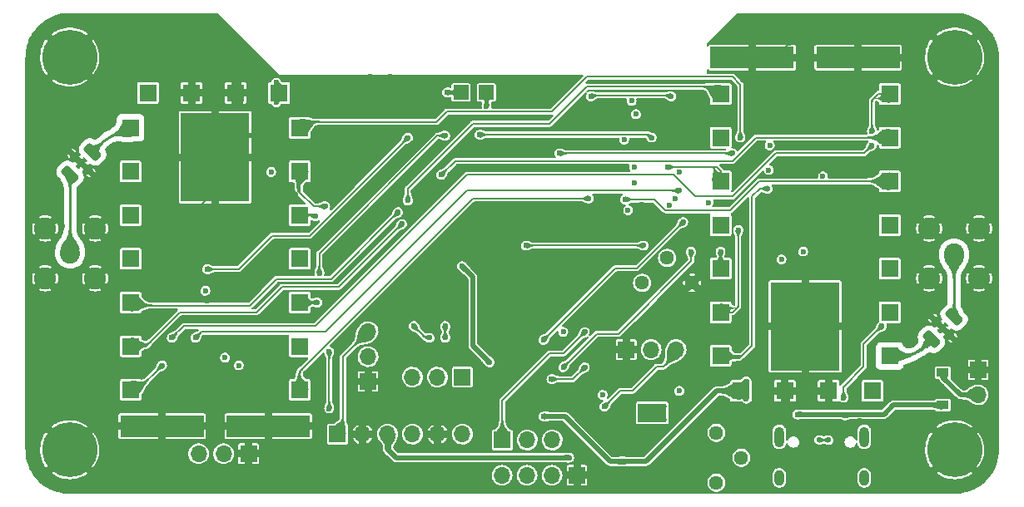
<source format=gbr>
%TF.GenerationSoftware,KiCad,Pcbnew,(6.0.9)*%
%TF.CreationDate,2022-12-22T22:01:23+02:00*%
%TF.ProjectId,cross_band_handy_walkie_talkie_V1,63726f73-735f-4626-916e-645f68616e64,rev?*%
%TF.SameCoordinates,Original*%
%TF.FileFunction,Copper,L4,Bot*%
%TF.FilePolarity,Positive*%
%FSLAX46Y46*%
G04 Gerber Fmt 4.6, Leading zero omitted, Abs format (unit mm)*
G04 Created by KiCad (PCBNEW (6.0.9)) date 2022-12-22 22:01:23*
%MOMM*%
%LPD*%
G01*
G04 APERTURE LIST*
G04 Aperture macros list*
%AMRoundRect*
0 Rectangle with rounded corners*
0 $1 Rounding radius*
0 $2 $3 $4 $5 $6 $7 $8 $9 X,Y pos of 4 corners*
0 Add a 4 corners polygon primitive as box body*
4,1,4,$2,$3,$4,$5,$6,$7,$8,$9,$2,$3,0*
0 Add four circle primitives for the rounded corners*
1,1,$1+$1,$2,$3*
1,1,$1+$1,$4,$5*
1,1,$1+$1,$6,$7*
1,1,$1+$1,$8,$9*
0 Add four rect primitives between the rounded corners*
20,1,$1+$1,$2,$3,$4,$5,0*
20,1,$1+$1,$4,$5,$6,$7,0*
20,1,$1+$1,$6,$7,$8,$9,0*
20,1,$1+$1,$8,$9,$2,$3,0*%
G04 Aperture macros list end*
%TA.AperFunction,ComponentPad*%
%ADD10R,1.700000X1.700000*%
%TD*%
%TA.AperFunction,ComponentPad*%
%ADD11O,1.700000X1.700000*%
%TD*%
%TA.AperFunction,ConnectorPad*%
%ADD12C,5.600000*%
%TD*%
%TA.AperFunction,ComponentPad*%
%ADD13C,3.600000*%
%TD*%
%TA.AperFunction,ComponentPad*%
%ADD14C,1.440000*%
%TD*%
%TA.AperFunction,ComponentPad*%
%ADD15C,2.050000*%
%TD*%
%TA.AperFunction,ComponentPad*%
%ADD16C,2.250000*%
%TD*%
%TA.AperFunction,SMDPad,CuDef*%
%ADD17R,2.900000X1.900000*%
%TD*%
%TA.AperFunction,ComponentPad*%
%ADD18C,0.500000*%
%TD*%
%TA.AperFunction,ComponentPad*%
%ADD19O,1.000000X1.600000*%
%TD*%
%TA.AperFunction,ComponentPad*%
%ADD20O,1.000000X2.100000*%
%TD*%
%TA.AperFunction,SMDPad,CuDef*%
%ADD21RoundRect,0.249600X0.268701X-0.651104X0.651104X-0.268701X-0.268701X0.651104X-0.651104X0.268701X0*%
%TD*%
%TA.AperFunction,SMDPad,CuDef*%
%ADD22RoundRect,0.152500X0.224506X-0.440174X0.440174X-0.224506X-0.224506X0.440174X-0.440174X0.224506X0*%
%TD*%
%TA.AperFunction,ComponentPad*%
%ADD23C,0.610000*%
%TD*%
%TA.AperFunction,SMDPad,CuDef*%
%ADD24R,1.500000X1.500000*%
%TD*%
%TA.AperFunction,SMDPad,CuDef*%
%ADD25R,1.200000X0.900000*%
%TD*%
%TA.AperFunction,SMDPad,CuDef*%
%ADD26R,1.800000X1.800000*%
%TD*%
%TA.AperFunction,SMDPad,CuDef*%
%ADD27R,8.500000X2.200000*%
%TD*%
%TA.AperFunction,SMDPad,CuDef*%
%ADD28R,7.000000X9.000000*%
%TD*%
%TA.AperFunction,SMDPad,CuDef*%
%ADD29RoundRect,0.249600X-0.268701X0.651104X-0.651104X0.268701X0.268701X-0.651104X0.651104X-0.268701X0*%
%TD*%
%TA.AperFunction,SMDPad,CuDef*%
%ADD30RoundRect,0.152500X-0.224506X0.440174X-0.440174X0.224506X0.224506X-0.440174X0.440174X-0.224506X0*%
%TD*%
%TA.AperFunction,ViaPad*%
%ADD31C,0.600000*%
%TD*%
%TA.AperFunction,ViaPad*%
%ADD32C,0.550000*%
%TD*%
%TA.AperFunction,Conductor*%
%ADD33C,0.200000*%
%TD*%
%TA.AperFunction,Conductor*%
%ADD34C,0.500000*%
%TD*%
%TA.AperFunction,Conductor*%
%ADD35C,0.293300*%
%TD*%
G04 APERTURE END LIST*
D10*
%TO.P,J5,1,Pin_1*%
%TO.N,GND*%
X73200000Y-95400000D03*
D11*
%TO.P,J5,2,Pin_2*%
%TO.N,/MIC_AR*%
X70660000Y-95400000D03*
%TO.P,J5,3,Pin_3*%
%TO.N,+3V3*%
X68120000Y-95400000D03*
%TD*%
D12*
%TO.P,H2,1,1*%
%TO.N,GND*%
X145000000Y-95000000D03*
D13*
X145000000Y-95000000D03*
%TD*%
D10*
%TO.P,J3,1,Pin_1*%
%TO.N,GND*%
X111600000Y-84800000D03*
D11*
%TO.P,J3,2,Pin_2*%
%TO.N,/AUDIO_IN*%
X114140000Y-84800000D03*
%TO.P,J3,3,Pin_3*%
%TO.N,AUDIO_OUT*%
X116680000Y-84800000D03*
%TD*%
D14*
%TO.P,RV1,1,1*%
%TO.N,Net-(C27-Pad2)*%
X113225000Y-78000000D03*
%TO.P,RV1,2,2*%
%TO.N,Net-(RV1-Pad2)*%
X115765000Y-75460000D03*
%TO.P,RV1,3,3*%
%TO.N,GND*%
X118305000Y-78000000D03*
%TD*%
D10*
%TO.P,J2,1,Pin_1*%
%TO.N,Net-(C20-Pad2)*%
X99000000Y-94000000D03*
D11*
%TO.P,J2,2,Pin_2*%
%TO.N,RF_AUDIO_INPUT*%
X101540000Y-94000000D03*
%TO.P,J2,3,Pin_3*%
%TO.N,/esp_audio_OUTPUT*%
X104080000Y-94000000D03*
%TD*%
D13*
%TO.P,H3,1,1*%
%TO.N,GND*%
X55000000Y-95000000D03*
D12*
X55000000Y-95000000D03*
%TD*%
D10*
%TO.P,J7,1,Pin_1*%
%TO.N,GND*%
X106600000Y-97600000D03*
D11*
%TO.P,J7,2,Pin_2*%
%TO.N,/MIC-DIGI_IN*%
X104060000Y-97600000D03*
%TO.P,J7,3,Pin_3*%
%TO.N,Net-(C20-Pad1)*%
X101520000Y-97600000D03*
%TO.P,J7,4,Pin_4*%
%TO.N,/MIC_AMPLIFIER_OUTPUT*%
X98980000Y-97600000D03*
%TD*%
D15*
%TO.P,J15,1,In*%
%TO.N,/ant4*%
X144950000Y-75000000D03*
D16*
%TO.P,J15,2,Ext*%
%TO.N,GND*%
X142410000Y-77540000D03*
X142410000Y-72460000D03*
X147490000Y-72460000D03*
X147490000Y-77540000D03*
%TD*%
D10*
%TO.P,J4,1,Pin_1*%
%TO.N,GND*%
X85350000Y-88050000D03*
D11*
%TO.P,J4,2,Pin_2*%
%TO.N,/MIC_GAIN*%
X85350000Y-85510000D03*
%TO.P,J4,3,Pin_3*%
%TO.N,+3V3*%
X85350000Y-82970000D03*
%TD*%
D14*
%TO.P,RV2,1,1*%
%TO.N,Net-(RV2-Pad1)*%
X120775000Y-93275000D03*
%TO.P,RV2,2,2*%
%TO.N,Net-(C29-Pad2)*%
X123315000Y-95815000D03*
%TO.P,RV2,3,3*%
%TO.N,unconnected-(RV2-Pad3)*%
X120775000Y-98355000D03*
%TD*%
D17*
%TO.P,U10,9*%
%TO.N,N/C*%
X114250000Y-91250000D03*
D18*
X115450000Y-90550000D03*
X113050000Y-90550000D03*
X113050000Y-91950000D03*
X114250000Y-91950000D03*
X114250000Y-90550000D03*
X115450000Y-91950000D03*
%TD*%
D15*
%TO.P,J14,1,In*%
%TO.N,/ant2*%
X55050000Y-75000000D03*
D16*
%TO.P,J14,2,Ext*%
%TO.N,GND*%
X57590000Y-77540000D03*
X52510000Y-77540000D03*
X57590000Y-72460000D03*
X52510000Y-72460000D03*
%TD*%
D12*
%TO.P,H4,1,1*%
%TO.N,GND*%
X145000000Y-55000000D03*
D13*
X145000000Y-55000000D03*
%TD*%
D10*
%TO.P,J1,1,Pin_1*%
%TO.N,+3V3*%
X82250000Y-93400000D03*
D11*
%TO.P,J1,2,Pin_2*%
%TO.N,GND*%
X84790000Y-93400000D03*
%TO.P,J1,3,Pin_3*%
%TO.N,/AMPLIFIED_AUDIO_OUT*%
X87330000Y-93400000D03*
%TO.P,J1,4,Pin_4*%
%TO.N,/MIC_EST_PTT*%
X89870000Y-93400000D03*
%TO.P,J1,5,Pin_5*%
%TO.N,GND*%
X92410000Y-93400000D03*
%TO.P,J1,6,Pin_6*%
%TO.N,/MIC-AMP_IN*%
X94950000Y-93400000D03*
%TD*%
D10*
%TO.P,JP1,1,A*%
%TO.N,Net-(JP1-Pad1)*%
X94940000Y-87600000D03*
D11*
%TO.P,JP1,2,C*%
%TO.N,/MIC_EST_PTT*%
X92400000Y-87600000D03*
%TO.P,JP1,3,B*%
%TO.N,Net-(JP1-Pad3)*%
X89860000Y-87600000D03*
%TD*%
D10*
%TO.P,J9,1,Pin_1*%
%TO.N,GND*%
X147400000Y-86860000D03*
D11*
%TO.P,J9,2,Pin_2*%
%TO.N,Net-(D3-Pad2)*%
X147400000Y-89400000D03*
%TD*%
D12*
%TO.P,H1,1,1*%
%TO.N,GND*%
X55000000Y-55000000D03*
D13*
X55000000Y-55000000D03*
%TD*%
D19*
%TO.P,J6,S1,SHIELD*%
%TO.N,Net-(C15-Pad1)*%
X127180000Y-97860000D03*
X135820000Y-97860000D03*
D20*
X127180000Y-93680000D03*
X135820000Y-93680000D03*
%TD*%
D21*
%TO.P,FL2,1,IN*%
%TO.N,/ant3*%
X142650951Y-83749049D03*
D22*
%TO.P,FL2,2,GND*%
%TO.N,GND*%
X143144158Y-81944158D03*
D23*
X143018647Y-81818647D03*
D21*
%TO.P,FL2,3,OUT*%
%TO.N,/ant4*%
X144949049Y-81450951D03*
D23*
%TO.P,FL2,4,GND*%
%TO.N,GND*%
X144581353Y-83381353D03*
D22*
X144455842Y-83255842D03*
%TD*%
D24*
%TO.P,TP8,1,1*%
%TO.N,/SENSOR_VP*%
X97400000Y-58600000D03*
%TD*%
%TO.P,TP9,1,1*%
%TO.N,/SENSOR_VN*%
X94800000Y-58600000D03*
%TD*%
D25*
%TO.P,D3,1,K*%
%TO.N,VBUS*%
X143800000Y-90450000D03*
%TO.P,D3,2,A*%
%TO.N,Net-(D3-Pad2)*%
X143800000Y-87150000D03*
%TD*%
D26*
%TO.P,U14,1,Audio_ON*%
%TO.N,AUDIO_ON1*%
X121200000Y-58750000D03*
%TO.P,U14,2,2*%
%TO.N,unconnected-(U14-Pad2)*%
X121200000Y-63200000D03*
%TO.P,U14,3,AF(Audio_OUT)*%
%TO.N,Net-(U12-Pad3)*%
X121200000Y-67650000D03*
%TO.P,U14,4,4*%
%TO.N,unconnected-(U14-Pad4)*%
X121200000Y-72100000D03*
%TO.P,U14,5,PTT*%
%TO.N,PTT1*%
X121200000Y-76550000D03*
%TO.P,U14,6,PD*%
%TO.N,PD1*%
X121200000Y-81000000D03*
%TO.P,U14,7,H/L*%
%TO.N,H{slash}L1*%
X121200000Y-85450000D03*
%TO.P,U14,8,VBATT*%
%TO.N,+5V*%
X123290000Y-89000000D03*
%TO.P,U14,9,GND*%
%TO.N,GND*%
X127740000Y-89000000D03*
D27*
%TO.P,U14,10,GND*%
X135200000Y-55050000D03*
X124400000Y-55050000D03*
D28*
X129800000Y-82450000D03*
D26*
X132190000Y-89000000D03*
%TO.P,U14,11,11*%
%TO.N,unconnected-(U14-Pad11)*%
X136640000Y-89000000D03*
%TO.P,U14,12,ANT*%
%TO.N,/ant3*%
X138400000Y-85450000D03*
%TO.P,U14,13,13*%
%TO.N,unconnected-(U14-Pad13)*%
X138400000Y-81000000D03*
%TO.P,U14,14,14*%
%TO.N,unconnected-(U14-Pad14)*%
X138400000Y-76550000D03*
%TO.P,U14,15,15*%
%TO.N,unconnected-(U14-Pad15)*%
X138400000Y-72100000D03*
%TO.P,U14,16,RXD_(RX)*%
%TO.N,TX1*%
X138400000Y-67650000D03*
%TO.P,U14,17,TXD(TX)*%
%TO.N,RX1*%
X138400000Y-63200000D03*
%TO.P,U14,18,MIC_IN*%
%TO.N,Net-(U11-Pad1)*%
X138400000Y-58750000D03*
%TD*%
D29*
%TO.P,FL1,1,IN*%
%TO.N,/ant1*%
X57349049Y-64650951D03*
D30*
%TO.P,FL1,2,GND*%
%TO.N,GND*%
X56855842Y-66455842D03*
D23*
X56981353Y-66581353D03*
D29*
%TO.P,FL1,3,OUT*%
%TO.N,/ant2*%
X55050951Y-66949049D03*
D23*
%TO.P,FL1,4,GND*%
%TO.N,GND*%
X55418647Y-65018647D03*
D30*
X55544158Y-65144158D03*
%TD*%
D26*
%TO.P,U13,1,Audio_ON*%
%TO.N,AUDIO_ON2*%
X78400000Y-88900000D03*
%TO.P,U13,2,2*%
%TO.N,unconnected-(U13-Pad2)*%
X78400000Y-84450000D03*
%TO.P,U13,3,AF(Audio_OUT)*%
%TO.N,Net-(U12-Pad1)*%
X78400000Y-80000000D03*
%TO.P,U13,4,4*%
%TO.N,unconnected-(U13-Pad4)*%
X78400000Y-75550000D03*
%TO.P,U13,5,PTT*%
%TO.N,PTT2*%
X78400000Y-71100000D03*
%TO.P,U13,6,PD*%
%TO.N,PD2*%
X78400000Y-66650000D03*
%TO.P,U13,7,H/L*%
%TO.N,H{slash}L2*%
X78400000Y-62200000D03*
%TO.P,U13,8,VBATT*%
%TO.N,+5V*%
X76310000Y-58650000D03*
%TO.P,U13,9,GND*%
%TO.N,GND*%
X71860000Y-58650000D03*
D27*
%TO.P,U13,10,GND*%
X75200000Y-92600000D03*
D28*
X69800000Y-65200000D03*
D26*
X67410000Y-58650000D03*
D27*
X64400000Y-92600000D03*
D26*
%TO.P,U13,11,11*%
%TO.N,unconnected-(U13-Pad11)*%
X62960000Y-58650000D03*
%TO.P,U13,12,ANT*%
%TO.N,/ant1*%
X61200000Y-62200000D03*
%TO.P,U13,13,13*%
%TO.N,unconnected-(U13-Pad13)*%
X61200000Y-66650000D03*
%TO.P,U13,14,14*%
%TO.N,unconnected-(U13-Pad14)*%
X61200000Y-71100000D03*
%TO.P,U13,15,15*%
%TO.N,unconnected-(U13-Pad15)*%
X61200000Y-75550000D03*
%TO.P,U13,16,RXD_(RX)*%
%TO.N,TX2*%
X61200000Y-80000000D03*
%TO.P,U13,17,TXD(TX)*%
%TO.N,RX2*%
X61200000Y-84450000D03*
%TO.P,U13,18,MIC_IN*%
%TO.N,Net-(U11-Pad3)*%
X61200000Y-88900000D03*
%TD*%
D31*
%TO.N,+5V*%
X133700000Y-89700000D03*
%TO.N,GND*%
X148220000Y-69680000D03*
X148220000Y-56980000D03*
X54240000Y-72220000D03*
X74560000Y-84920000D03*
X140600000Y-67140000D03*
X72200000Y-57400000D03*
X132980000Y-77300000D03*
X66940000Y-74760000D03*
X103800000Y-90800000D03*
X80600000Y-59200000D03*
X135400000Y-78000000D03*
X148220000Y-64600000D03*
X125360000Y-92540000D03*
X59400000Y-61800000D03*
X51700000Y-82380000D03*
X54240000Y-62060000D03*
X132980000Y-72220000D03*
X66940000Y-97620000D03*
X140600000Y-79840000D03*
X68200000Y-70200000D03*
X97420000Y-79840000D03*
X51700000Y-62060000D03*
X145680000Y-67140000D03*
X61860000Y-97620000D03*
X135400000Y-92049500D03*
X125360000Y-51900000D03*
X140600000Y-56980000D03*
X54240000Y-90000000D03*
X127900000Y-56980000D03*
X72020000Y-54440000D03*
X144000000Y-78400000D03*
X51700000Y-79840000D03*
X140200000Y-92000000D03*
X92340000Y-77300000D03*
X110120000Y-97620000D03*
X92040000Y-80960000D03*
X81600000Y-60400000D03*
X73400000Y-63000000D03*
X130440000Y-51900000D03*
X148220000Y-79840000D03*
X77800000Y-60800000D03*
X51700000Y-74760000D03*
X77100000Y-97620000D03*
X127600000Y-88000000D03*
X89800000Y-81000000D03*
X69480000Y-51900000D03*
X87260000Y-84920000D03*
X57600000Y-62800000D03*
X117740000Y-97620000D03*
X51700000Y-67140000D03*
X51700000Y-90000000D03*
X136150000Y-81400000D03*
X125200000Y-60800000D03*
X56780000Y-84920000D03*
X107580000Y-77300000D03*
X69000000Y-79800000D03*
X56780000Y-90000000D03*
X77953233Y-69023383D03*
X59320000Y-59520000D03*
X72800000Y-72400000D03*
X118200000Y-94800000D03*
X127900000Y-51900000D03*
X51700000Y-84920000D03*
X140600000Y-62060000D03*
X105040000Y-62060000D03*
X64400000Y-64600000D03*
X74560000Y-87460000D03*
X56780000Y-59520000D03*
X146000000Y-78400000D03*
X59320000Y-79840000D03*
X143140000Y-67140000D03*
X119900498Y-73000000D03*
X146000000Y-79800000D03*
X51700000Y-56980000D03*
X138060000Y-51900000D03*
X148220000Y-59520000D03*
X59320000Y-77300000D03*
X125360000Y-84920000D03*
X140600000Y-51900000D03*
X74560000Y-97620000D03*
X97420000Y-74760000D03*
X122820000Y-51900000D03*
X148220000Y-67140000D03*
X102500000Y-59520000D03*
X91000000Y-81800000D03*
X97420000Y-72220000D03*
X111200000Y-81000000D03*
X99960000Y-77300000D03*
X128000000Y-90000000D03*
X69600000Y-88200000D03*
X59320000Y-87460000D03*
X138060000Y-56980000D03*
X64400000Y-72220000D03*
X115800000Y-97400000D03*
X69480000Y-92540000D03*
X130440000Y-59520000D03*
X122820000Y-82380000D03*
X120280000Y-87460000D03*
X143140000Y-62060000D03*
X125360000Y-82380000D03*
X135520000Y-59520000D03*
X61860000Y-56980000D03*
X66940000Y-54440000D03*
X59320000Y-51900000D03*
X51700000Y-92540000D03*
X59600000Y-64200000D03*
X148220000Y-82380000D03*
X142400000Y-85400000D03*
X145680000Y-69680000D03*
X56780000Y-74760000D03*
X59320000Y-69680000D03*
X143140000Y-59520000D03*
X59320000Y-84920000D03*
X132980000Y-51900000D03*
X105040000Y-79840000D03*
X105040000Y-72220000D03*
X140600000Y-59520000D03*
X114200000Y-64000000D03*
X145680000Y-62060000D03*
X140200000Y-98800000D03*
X140600000Y-74760000D03*
X54240000Y-82380000D03*
X145680000Y-59520000D03*
X69600000Y-79200000D03*
X102500000Y-82380000D03*
X53800000Y-70200000D03*
X82180000Y-95080000D03*
X132980000Y-69680000D03*
X59320000Y-95080000D03*
X138060000Y-69680000D03*
X125600000Y-70800000D03*
X59320000Y-92540000D03*
X56200000Y-70200000D03*
X143140000Y-69680000D03*
X72400000Y-59600000D03*
X59320000Y-54440000D03*
X56780000Y-79840000D03*
X125360000Y-77300000D03*
X65400000Y-76200000D03*
X69480000Y-54440000D03*
X59320000Y-74760000D03*
X129600000Y-85200000D03*
X135400000Y-79800000D03*
X110120000Y-84920000D03*
X140600000Y-72220000D03*
X117740000Y-82380000D03*
X148220000Y-74760000D03*
X64400000Y-67140000D03*
X122820000Y-97620000D03*
X94880000Y-72220000D03*
X105040000Y-77300000D03*
X87260000Y-87460000D03*
X76800000Y-60800000D03*
X64400000Y-54440000D03*
X74000000Y-72200000D03*
X97420000Y-92540000D03*
X135520000Y-69680000D03*
X53800000Y-68600000D03*
X102500000Y-72220000D03*
X125360000Y-59520000D03*
X125360000Y-97620000D03*
X54240000Y-77300000D03*
X56200000Y-68600000D03*
X64400000Y-95080000D03*
X125360000Y-79840000D03*
X51700000Y-69680000D03*
X140600000Y-64600000D03*
X69800000Y-72000000D03*
X140600000Y-54440000D03*
X61860000Y-95080000D03*
X74600000Y-62200000D03*
X59320000Y-82380000D03*
X59320000Y-90000000D03*
X125360000Y-56980000D03*
X110600000Y-87400000D03*
X130440000Y-90000000D03*
X108800000Y-81000000D03*
X87600000Y-57000000D03*
X79640000Y-97620000D03*
X61860000Y-51900000D03*
X77100000Y-95080000D03*
X148220000Y-92540000D03*
X127800000Y-92200000D03*
X84720000Y-95080000D03*
X125360000Y-95080000D03*
X130440000Y-56980000D03*
X54240000Y-79840000D03*
X54240000Y-64600000D03*
X68800000Y-81600000D03*
X143140000Y-51900000D03*
X66940000Y-51900000D03*
X145680000Y-87460000D03*
X135520000Y-74760000D03*
X138060000Y-74760000D03*
X91000000Y-57200000D03*
X115000000Y-87400000D03*
X66940000Y-56980000D03*
X143140000Y-74760000D03*
X123200000Y-66200000D03*
X132845000Y-81355000D03*
X61860000Y-54440000D03*
X81600000Y-58200000D03*
X59320000Y-72220000D03*
X59320000Y-97620000D03*
X51700000Y-59520000D03*
X113600000Y-97200000D03*
X92200000Y-58000000D03*
X144000000Y-79800000D03*
X69480000Y-97620000D03*
X145680000Y-84920000D03*
X127900000Y-59520000D03*
X127900000Y-77300000D03*
X62600000Y-70600000D03*
X69480000Y-59520000D03*
X64400000Y-62060000D03*
X140600000Y-69680000D03*
X120280000Y-95080000D03*
X112400000Y-87400000D03*
X72020000Y-97620000D03*
X129000000Y-60800000D03*
X59320000Y-67140000D03*
X54240000Y-59520000D03*
X134600000Y-95200000D03*
X135520000Y-51900000D03*
X85600000Y-57000000D03*
X104000000Y-86600000D03*
X132980000Y-74760000D03*
X56780000Y-87460000D03*
X148220000Y-84920000D03*
X108400000Y-84800000D03*
X132980000Y-56980000D03*
X143140000Y-64600000D03*
X113200000Y-70000000D03*
X54240000Y-84920000D03*
X51700000Y-87460000D03*
X122400000Y-61400000D03*
X145680000Y-72220000D03*
X148220000Y-62060000D03*
X75600000Y-76600000D03*
X56780000Y-82380000D03*
X110000000Y-81800000D03*
X102500000Y-79840000D03*
X125600000Y-69600000D03*
X128265647Y-95292729D03*
X111600000Y-97400000D03*
X64400000Y-56980000D03*
X135520000Y-56980000D03*
X64400000Y-51900000D03*
X51700000Y-64600000D03*
X75800000Y-88400000D03*
X64400000Y-85400000D03*
X107000000Y-91600000D03*
X89200000Y-57200000D03*
X62800000Y-83000000D03*
X61860000Y-64600000D03*
X140600000Y-77300000D03*
X128200000Y-53600000D03*
X69480000Y-56980000D03*
X128600000Y-66200000D03*
X99960000Y-59520000D03*
X64400000Y-97620000D03*
X140162500Y-95362500D03*
X54240000Y-87460000D03*
X59320000Y-56980000D03*
%TO.N,+3V3*%
X103200000Y-83800000D03*
X70800000Y-85600000D03*
X117400000Y-71800000D03*
%TO.N,/BOOT*%
X131612500Y-67150500D03*
X104800000Y-64800000D03*
X122400000Y-64800000D03*
%TO.N,VBUS*%
X129000000Y-91400000D03*
X133900000Y-91500000D03*
%TO.N,+5V*%
X76000000Y-59600000D03*
X94900000Y-76300000D03*
X103200000Y-91600000D03*
X111200000Y-96200000D03*
X137600000Y-82400000D03*
X76000000Y-57600000D03*
X123825000Y-88025000D03*
X123800000Y-89800000D03*
X97700000Y-86100000D03*
X75500000Y-66700000D03*
D32*
%TO.N,D+*%
X132200000Y-94000000D03*
X131200000Y-94000000D03*
D31*
%TO.N,UART0_TX*%
X112600000Y-60800000D03*
X127400000Y-75600000D03*
%TO.N,UART0_RX*%
X112150000Y-59450000D03*
X129600000Y-74800000D03*
%TO.N,H{slash}L2*%
X126200000Y-64000000D03*
X126100000Y-66500000D03*
X123200000Y-63200000D03*
%TO.N,TX1*%
X111500000Y-69500000D03*
%TO.N,RX1*%
X92800000Y-67000000D03*
%TO.N,PTT2*%
X80000000Y-71200000D03*
X90000000Y-82400000D03*
X91600000Y-83600000D03*
%TO.N,PD2*%
X111800000Y-70600000D03*
X81000000Y-70200000D03*
%TO.N,RX2*%
X88800000Y-72000000D03*
%TO.N,TX2*%
X88400000Y-70800000D03*
%TO.N,H{slash}L1*%
X126000000Y-68400000D03*
%TO.N,PD1*%
X123000000Y-72600000D03*
%TO.N,PTT1*%
X121200000Y-74800000D03*
X101400000Y-74200000D03*
X113400000Y-74200000D03*
X93200000Y-83600000D03*
X93200000Y-82400000D03*
%TO.N,/MIC-AMP_IN*%
X81400000Y-85000000D03*
X81400000Y-90800000D03*
%TO.N,AUDIO_OUT*%
X112400000Y-67800000D03*
X109400000Y-90600000D03*
%TO.N,/-SLEEP*%
X89400000Y-63200000D03*
X68976383Y-76601574D03*
%TO.N,AUDIO_ON1*%
X89400000Y-69600000D03*
%TO.N,Net-(C20-Pad2)*%
X107400000Y-83000000D03*
%TO.N,/AMPLIFIED_AUDIO_OUT*%
X105800000Y-95800000D03*
%TO.N,AUDIO_ON2*%
X107800000Y-69400000D03*
%TO.N,/GPIO_23*%
X116200000Y-59000000D03*
X108000000Y-59000000D03*
%TO.N,/switch1*%
X118200000Y-74800000D03*
X105200000Y-86600000D03*
X117000000Y-66699500D03*
%TO.N,/switch2*%
X120000000Y-69800000D03*
X109200000Y-89400000D03*
%TO.N,/switch4*%
X67800000Y-83600000D03*
X117000000Y-68600000D03*
%TO.N,Net-(RV2-Pad1)*%
X117000000Y-89000000D03*
%TO.N,SCL*%
X116600000Y-69400000D03*
X111400000Y-63400000D03*
%TO.N,SDA*%
X112400000Y-66200000D03*
X116000000Y-70100500D03*
%TO.N,Net-(U11-Pad3)*%
X64400000Y-86400000D03*
%TO.N,Net-(U11-Pad1)*%
X136600000Y-64000000D03*
X65400000Y-83600000D03*
X136600000Y-62600000D03*
%TO.N,Net-(U12-Pad1)*%
X93200000Y-63000000D03*
X114200000Y-63200000D03*
X80400000Y-77000000D03*
X96700000Y-62900000D03*
X80200000Y-80000000D03*
%TO.N,Net-(U12-Pad3)*%
X115800000Y-66200000D03*
%TO.N,/esp_audio_OUTPUT*%
X104000000Y-87800000D03*
X107400000Y-86600000D03*
%TO.N,RF_AUDIO_INPUT*%
X105200000Y-83000000D03*
X72200000Y-86400000D03*
%TO.N,/MIC_AMPLIFIER_OUTPUT*%
X68800000Y-78800000D03*
%TO.N,/SENSOR_VP*%
X97400000Y-60000000D03*
%TO.N,/SENSOR_VN*%
X93400000Y-58600000D03*
%TD*%
D33*
%TO.N,+5V*%
X133700000Y-88600000D02*
X133700000Y-89700000D01*
X135750000Y-86550000D02*
X133700000Y-88600000D01*
X135750000Y-84250000D02*
X135750000Y-86550000D01*
X137600000Y-82400000D02*
X135750000Y-84250000D01*
%TO.N,GND*%
X128000000Y-90000000D02*
X128000000Y-89260000D01*
X71200000Y-65200000D02*
X69800000Y-65200000D01*
X73400000Y-63000000D02*
X71200000Y-65200000D01*
X68200000Y-70200000D02*
X69800000Y-68600000D01*
D34*
X72200000Y-58310000D02*
X71860000Y-58650000D01*
D33*
X126750000Y-55050000D02*
X125450000Y-55050000D01*
X69800000Y-68600000D02*
X69800000Y-65200000D01*
X127600000Y-88000000D02*
X127600000Y-88860000D01*
X127600000Y-88860000D02*
X127740000Y-89000000D01*
X128200000Y-53600000D02*
X126750000Y-55050000D01*
X128000000Y-89260000D02*
X127740000Y-89000000D01*
D34*
X72200000Y-57400000D02*
X72200000Y-58310000D01*
D33*
%TO.N,+3V3*%
X82800000Y-85520000D02*
X85350000Y-82970000D01*
X82800000Y-92850000D02*
X82800000Y-85520000D01*
X110500000Y-76500000D02*
X103200000Y-83800000D01*
X112700000Y-76500000D02*
X110500000Y-76500000D01*
X82250000Y-93400000D02*
X82800000Y-92850000D01*
X117400000Y-71800000D02*
X112700000Y-76500000D01*
%TO.N,/BOOT*%
X104800000Y-64800000D02*
X122400000Y-64800000D01*
D34*
%TO.N,VBUS*%
X129000000Y-91400000D02*
X133800000Y-91400000D01*
X134000000Y-91400000D02*
X137800000Y-91400000D01*
X133900000Y-91500000D02*
X134000000Y-91400000D01*
X133800000Y-91400000D02*
X133900000Y-91500000D01*
X137800000Y-91400000D02*
X138750000Y-90450000D01*
X138750000Y-90450000D02*
X143800000Y-90450000D01*
%TO.N,+5V*%
X123290000Y-89000000D02*
X123290000Y-88560000D01*
X96000000Y-84400000D02*
X97700000Y-86100000D01*
X110000000Y-96200000D02*
X111200000Y-96200000D01*
X76310000Y-58650000D02*
X76310000Y-57910000D01*
X76310000Y-59290000D02*
X76000000Y-59600000D01*
X103200000Y-91600000D02*
X105400000Y-91600000D01*
X123290000Y-89290000D02*
X123800000Y-89800000D01*
X111200000Y-96200000D02*
X113600000Y-96200000D01*
X105400000Y-91600000D02*
X110000000Y-96200000D01*
X76310000Y-58650000D02*
X76310000Y-59290000D01*
X94900000Y-76300000D02*
X96000000Y-77400000D01*
X123290000Y-88560000D02*
X123825000Y-88025000D01*
X120800000Y-89000000D02*
X123290000Y-89000000D01*
X113600000Y-96200000D02*
X120800000Y-89000000D01*
X96000000Y-77400000D02*
X96000000Y-84400000D01*
X76310000Y-57910000D02*
X76000000Y-57600000D01*
X123290000Y-89000000D02*
X123290000Y-89290000D01*
D33*
%TO.N,D+*%
X131200000Y-94000000D02*
X132200000Y-94000000D01*
%TO.N,H{slash}L2*%
X122400000Y-57000000D02*
X107600000Y-57000000D01*
X79000000Y-61600000D02*
X78400000Y-62200000D01*
X104050000Y-60550000D02*
X107600000Y-57000000D01*
X93350000Y-60550000D02*
X104050000Y-60550000D01*
X123200000Y-57800000D02*
X122400000Y-57000000D01*
X123200000Y-63200000D02*
X123200000Y-57800000D01*
X92300000Y-61600000D02*
X79000000Y-61600000D01*
X93350000Y-60550000D02*
X92300000Y-61600000D01*
%TO.N,TX1*%
X125150000Y-67650000D02*
X122200000Y-70600000D01*
X138400000Y-67650000D02*
X125150000Y-67650000D01*
X114500000Y-69500000D02*
X111500000Y-69500000D01*
X122200000Y-70600000D02*
X115600000Y-70600000D01*
X115600000Y-70600000D02*
X114500000Y-69500000D01*
%TO.N,RX1*%
X124800000Y-63200000D02*
X122400000Y-65600000D01*
X138400000Y-63200000D02*
X124800000Y-63200000D01*
X122400000Y-65600000D02*
X94200000Y-65600000D01*
X94200000Y-65600000D02*
X92800000Y-67000000D01*
%TO.N,PTT2*%
X90000000Y-82400000D02*
X91200000Y-83600000D01*
X79900000Y-71100000D02*
X80000000Y-71200000D01*
X78400000Y-71100000D02*
X79900000Y-71100000D01*
X91200000Y-83600000D02*
X91600000Y-83600000D01*
%TO.N,PD2*%
X78400000Y-68800000D02*
X79800000Y-70200000D01*
X78400000Y-66650000D02*
X78400000Y-68800000D01*
X79800000Y-70200000D02*
X81000000Y-70200000D01*
%TO.N,RX2*%
X88800000Y-72000000D02*
X82400000Y-78400000D01*
X82400000Y-78400000D02*
X76600000Y-78400000D01*
X62750000Y-84450000D02*
X61200000Y-84450000D01*
X76600000Y-78400000D02*
X74000000Y-81000000D01*
X66200000Y-81000000D02*
X62750000Y-84450000D01*
X74000000Y-81000000D02*
X66200000Y-81000000D01*
%TO.N,TX2*%
X61500000Y-80300000D02*
X61200000Y-80000000D01*
X81600000Y-77600000D02*
X76000000Y-77600000D01*
X76000000Y-77600000D02*
X73300000Y-80300000D01*
X88400000Y-70800000D02*
X81600000Y-77600000D01*
X73300000Y-80300000D02*
X61500000Y-80300000D01*
%TO.N,H{slash}L1*%
X123350000Y-85450000D02*
X121200000Y-85450000D01*
X126000000Y-68400000D02*
X125200000Y-68400000D01*
X124400000Y-84400000D02*
X123350000Y-85450000D01*
X124400000Y-69200000D02*
X124400000Y-84400000D01*
X125200000Y-68400000D02*
X124400000Y-69200000D01*
%TO.N,PD1*%
X122400000Y-81000000D02*
X121200000Y-81000000D01*
X123000000Y-72600000D02*
X123000000Y-80400000D01*
X123000000Y-80400000D02*
X122400000Y-81000000D01*
%TO.N,PTT1*%
X121200000Y-74800000D02*
X121200000Y-76550000D01*
X93200000Y-83600000D02*
X93200000Y-82400000D01*
X101400000Y-74200000D02*
X113400000Y-74200000D01*
%TO.N,/MIC-AMP_IN*%
X81400000Y-90800000D02*
X81400000Y-85000000D01*
%TO.N,AUDIO_OUT*%
X109400000Y-90600000D02*
X111000000Y-89000000D01*
X112240000Y-89000000D02*
X114700000Y-86540000D01*
X115360000Y-86540000D02*
X116680000Y-85220000D01*
X114700000Y-86540000D02*
X115360000Y-86540000D01*
X111000000Y-89000000D02*
X112240000Y-89000000D01*
X116680000Y-85220000D02*
X116680000Y-84800000D01*
%TO.N,/-SLEEP*%
X68976383Y-76601574D02*
X72198426Y-76601574D01*
X75600000Y-73200000D02*
X79400000Y-73200000D01*
X79400000Y-73200000D02*
X89400000Y-63200000D01*
X72198426Y-76601574D02*
X75600000Y-73200000D01*
%TO.N,AUDIO_ON1*%
X89400000Y-69600000D02*
X89400000Y-68400000D01*
X120450000Y-58000000D02*
X121200000Y-58750000D01*
X89400000Y-68400000D02*
X96000000Y-61800000D01*
X96000000Y-61800000D02*
X103800000Y-61800000D01*
X103800000Y-61800000D02*
X107600000Y-58000000D01*
X107600000Y-58000000D02*
X120450000Y-58000000D01*
%TO.N,Net-(C20-Pad2)*%
X99000000Y-94000000D02*
X99000000Y-90000000D01*
X99000000Y-90000000D02*
X103800000Y-85200000D01*
X103800000Y-85200000D02*
X105200000Y-85200000D01*
X105200000Y-85200000D02*
X107400000Y-83000000D01*
D34*
%TO.N,/AMPLIFIED_AUDIO_OUT*%
X87330000Y-94930000D02*
X87330000Y-93400000D01*
X88200000Y-95800000D02*
X87330000Y-94930000D01*
X105800000Y-95800000D02*
X88200000Y-95800000D01*
D33*
%TO.N,AUDIO_ON2*%
X78400000Y-87000000D02*
X78400000Y-88900000D01*
X96000000Y-69400000D02*
X78400000Y-87000000D01*
X107800000Y-69400000D02*
X96000000Y-69400000D01*
%TO.N,/GPIO_23*%
X108100000Y-58900000D02*
X108000000Y-59000000D01*
X116200000Y-59000000D02*
X116100000Y-58900000D01*
X116100000Y-58900000D02*
X108100000Y-58900000D01*
%TO.N,/switch1*%
X118200000Y-75800000D02*
X118200000Y-74800000D01*
X110800000Y-83200000D02*
X118200000Y-75800000D01*
X105200000Y-86600000D02*
X108600000Y-83200000D01*
X108600000Y-83200000D02*
X110800000Y-83200000D01*
%TO.N,/switch4*%
X81000000Y-83000000D02*
X68400000Y-83000000D01*
X95400000Y-68600000D02*
X81000000Y-83000000D01*
X117000000Y-68600000D02*
X95400000Y-68600000D01*
X68400000Y-83000000D02*
X67800000Y-83600000D01*
%TO.N,Net-(U11-Pad3)*%
X64400000Y-86400000D02*
X61900000Y-88900000D01*
X61900000Y-88900000D02*
X61200000Y-88900000D01*
%TO.N,Net-(U11-Pad1)*%
X136600000Y-59400000D02*
X137250000Y-58750000D01*
X95400000Y-67000000D02*
X116400000Y-67000000D01*
X66600000Y-82400000D02*
X80000000Y-82400000D01*
X118600000Y-69200000D02*
X122400000Y-69200000D01*
X126800000Y-64800000D02*
X135800000Y-64800000D01*
X65400000Y-83600000D02*
X66600000Y-82400000D01*
X116400000Y-67000000D02*
X118600000Y-69200000D01*
X136600000Y-62600000D02*
X136600000Y-59400000D01*
X122400000Y-69200000D02*
X126800000Y-64800000D01*
X137250000Y-58750000D02*
X138400000Y-58750000D01*
X80000000Y-82400000D02*
X95400000Y-67000000D01*
X135800000Y-64800000D02*
X136600000Y-64000000D01*
%TO.N,Net-(U12-Pad1)*%
X93200000Y-63000000D02*
X92400000Y-63000000D01*
X80400000Y-75000000D02*
X80400000Y-77000000D01*
X92400000Y-63000000D02*
X80400000Y-75000000D01*
X80200000Y-80000000D02*
X78400000Y-80000000D01*
X113900000Y-62900000D02*
X114200000Y-63200000D01*
X96700000Y-62900000D02*
X113900000Y-62900000D01*
%TO.N,Net-(U12-Pad3)*%
X115800000Y-66200000D02*
X120800000Y-66200000D01*
X120800000Y-66200000D02*
X121200000Y-66600000D01*
X121200000Y-66600000D02*
X121200000Y-67650000D01*
%TO.N,/esp_audio_OUTPUT*%
X106200000Y-87800000D02*
X107400000Y-86600000D01*
X104000000Y-87800000D02*
X106200000Y-87800000D01*
D35*
%TO.N,/ant1*%
X60442641Y-62800000D02*
X60600000Y-62800000D01*
X60600000Y-62800000D02*
X61200000Y-62200000D01*
X57349049Y-64650951D02*
X58321321Y-63678679D01*
X60442641Y-62800029D02*
G75*
G03*
X58321321Y-63678679I-41J-2999971D01*
G01*
%TO.N,/ant2*%
X55050951Y-66949049D02*
X55050000Y-66950000D01*
X55050000Y-66950000D02*
X55050000Y-75000000D01*
%TO.N,/ant3*%
X138400000Y-85450000D02*
X139707359Y-85450000D01*
X141828680Y-84571320D02*
X142650951Y-83749049D01*
X139707359Y-85449971D02*
G75*
G03*
X141828680Y-84571320I41J2999971D01*
G01*
%TO.N,/ant4*%
X144949049Y-81450951D02*
X144950000Y-81450000D01*
X144950000Y-81450000D02*
X144950000Y-75000000D01*
D34*
%TO.N,Net-(D3-Pad2)*%
X145600000Y-89400000D02*
X143800000Y-87600000D01*
X143800000Y-87600000D02*
X143800000Y-87150000D01*
X147400000Y-89400000D02*
X145600000Y-89400000D01*
D33*
%TO.N,/SENSOR_VP*%
X97400000Y-60000000D02*
X97400000Y-58600000D01*
%TO.N,/SENSOR_VN*%
X93400000Y-58600000D02*
X94800000Y-58600000D01*
%TD*%
%TA.AperFunction,Conductor*%
%TO.N,/SENSOR_VN*%
G36*
X93442165Y-58301323D02*
G01*
X93463141Y-58301981D01*
X93463944Y-58302034D01*
X93506460Y-58306327D01*
X93519155Y-58307609D01*
X93520034Y-58307732D01*
X93568674Y-58316405D01*
X93569561Y-58316600D01*
X93593705Y-58322917D01*
X93612719Y-58327893D01*
X93613593Y-58328159D01*
X93634017Y-58335248D01*
X93652298Y-58341593D01*
X93653044Y-58341881D01*
X93688404Y-58357026D01*
X93688987Y-58357296D01*
X93722057Y-58373723D01*
X93722413Y-58373907D01*
X93754241Y-58391186D01*
X93785758Y-58408813D01*
X93785817Y-58408845D01*
X93817637Y-58426120D01*
X93817657Y-58426131D01*
X93817776Y-58426195D01*
X93851296Y-58442845D01*
X93887317Y-58458273D01*
X93926843Y-58471992D01*
X93970873Y-58483513D01*
X94020408Y-58492346D01*
X94076450Y-58498005D01*
X94140000Y-58500000D01*
X94140000Y-58700000D01*
X94076450Y-58701994D01*
X94020408Y-58707653D01*
X93970873Y-58716486D01*
X93926843Y-58728007D01*
X93887317Y-58741726D01*
X93851296Y-58757154D01*
X93817776Y-58773804D01*
X93817657Y-58773868D01*
X93817637Y-58773879D01*
X93787765Y-58790096D01*
X93785758Y-58791186D01*
X93754241Y-58808813D01*
X93722413Y-58826092D01*
X93722057Y-58826276D01*
X93688987Y-58842703D01*
X93688404Y-58842973D01*
X93653044Y-58858118D01*
X93652298Y-58858406D01*
X93634017Y-58864751D01*
X93613593Y-58871840D01*
X93612719Y-58872106D01*
X93593705Y-58877082D01*
X93569561Y-58883399D01*
X93568674Y-58883594D01*
X93520578Y-58892170D01*
X93520034Y-58892267D01*
X93519154Y-58892390D01*
X93463944Y-58897965D01*
X93463141Y-58898018D01*
X93427342Y-58899142D01*
X93407484Y-58899765D01*
X93399107Y-58896600D01*
X93396652Y-58893303D01*
X93252616Y-58605232D01*
X93251981Y-58596300D01*
X93252616Y-58594768D01*
X93396652Y-58306697D01*
X93403417Y-58300829D01*
X93407484Y-58300235D01*
X93442165Y-58301323D01*
G37*
%TD.AperFunction*%
%TD*%
%TA.AperFunction,Conductor*%
%TO.N,+5V*%
G36*
X133796935Y-88963427D02*
G01*
X133800356Y-88971332D01*
X133801994Y-89023549D01*
X133807653Y-89079591D01*
X133816486Y-89129126D01*
X133828007Y-89173156D01*
X133841726Y-89212682D01*
X133857154Y-89248703D01*
X133873804Y-89282223D01*
X133891186Y-89314241D01*
X133908813Y-89345758D01*
X133926092Y-89377586D01*
X133926276Y-89377942D01*
X133942703Y-89411012D01*
X133942973Y-89411595D01*
X133958118Y-89446955D01*
X133958409Y-89447708D01*
X133971840Y-89486406D01*
X133972106Y-89487280D01*
X133983397Y-89530428D01*
X133983596Y-89531336D01*
X133992267Y-89579965D01*
X133992390Y-89580844D01*
X133997965Y-89636053D01*
X133998018Y-89636861D01*
X133999765Y-89692516D01*
X133996600Y-89700893D01*
X133993303Y-89703348D01*
X133705232Y-89847384D01*
X133696300Y-89848019D01*
X133694768Y-89847384D01*
X133406697Y-89703348D01*
X133400829Y-89696583D01*
X133400235Y-89692516D01*
X133401981Y-89636861D01*
X133402034Y-89636053D01*
X133407609Y-89580844D01*
X133407732Y-89579965D01*
X133416403Y-89531336D01*
X133416602Y-89530428D01*
X133427893Y-89487280D01*
X133428159Y-89486406D01*
X133441590Y-89447708D01*
X133441881Y-89446955D01*
X133457026Y-89411595D01*
X133457296Y-89411012D01*
X133473723Y-89377942D01*
X133473907Y-89377586D01*
X133491186Y-89345758D01*
X133508813Y-89314241D01*
X133526195Y-89282223D01*
X133542845Y-89248703D01*
X133558273Y-89212682D01*
X133571992Y-89173156D01*
X133583513Y-89129126D01*
X133592346Y-89079591D01*
X133598005Y-89023549D01*
X133599644Y-88971332D01*
X133603328Y-88963171D01*
X133611338Y-88960000D01*
X133788662Y-88960000D01*
X133796935Y-88963427D01*
G37*
%TD.AperFunction*%
%TD*%
%TA.AperFunction,Conductor*%
%TO.N,+5V*%
G36*
X137394971Y-82190236D02*
G01*
X137700516Y-82292084D01*
X137707281Y-82297952D01*
X137707916Y-82299484D01*
X137809764Y-82605029D01*
X137809129Y-82613961D01*
X137806673Y-82617258D01*
X137766076Y-82655383D01*
X137765467Y-82655916D01*
X137722502Y-82691000D01*
X137721794Y-82691535D01*
X137700203Y-82706591D01*
X137681258Y-82719802D01*
X137680488Y-82720295D01*
X137655707Y-82734797D01*
X137641994Y-82742822D01*
X137641205Y-82743244D01*
X137604314Y-82761124D01*
X137603576Y-82761450D01*
X137567883Y-82775737D01*
X137567264Y-82775965D01*
X137532291Y-82787725D01*
X137531885Y-82787853D01*
X137497272Y-82798107D01*
X137497132Y-82798148D01*
X137462417Y-82807961D01*
X137427616Y-82818270D01*
X137427594Y-82818277D01*
X137427486Y-82818309D01*
X137405951Y-82825551D01*
X137392168Y-82830185D01*
X137392162Y-82830187D01*
X137392011Y-82830238D01*
X137391854Y-82830301D01*
X137356927Y-82844281D01*
X137355630Y-82844800D01*
X137355444Y-82844890D01*
X137355433Y-82844895D01*
X137318197Y-82862943D01*
X137318191Y-82862946D01*
X137317981Y-82863048D01*
X137317784Y-82863163D01*
X137317777Y-82863167D01*
X137292771Y-82877801D01*
X137278701Y-82886035D01*
X137237428Y-82914816D01*
X137193799Y-82950442D01*
X137155991Y-82985950D01*
X137155718Y-82986206D01*
X137147341Y-82989371D01*
X137139435Y-82985950D01*
X137014049Y-82860564D01*
X137010622Y-82852291D01*
X137013792Y-82844284D01*
X137049557Y-82806200D01*
X137049685Y-82806044D01*
X137049694Y-82806033D01*
X137085028Y-82762761D01*
X137085030Y-82762759D01*
X137085183Y-82762571D01*
X137113964Y-82721298D01*
X137136951Y-82682018D01*
X137137056Y-82681802D01*
X137155104Y-82644566D01*
X137155109Y-82644555D01*
X137155199Y-82644369D01*
X137169761Y-82607988D01*
X137181690Y-82572513D01*
X137192038Y-82537582D01*
X137201861Y-82502832D01*
X137212146Y-82468114D01*
X137212274Y-82467708D01*
X137224034Y-82432735D01*
X137224262Y-82432116D01*
X137238549Y-82396423D01*
X137238875Y-82395685D01*
X137256755Y-82358794D01*
X137257177Y-82358005D01*
X137279700Y-82319517D01*
X137280201Y-82318734D01*
X137308464Y-82278205D01*
X137308992Y-82277506D01*
X137344098Y-82234512D01*
X137344610Y-82233929D01*
X137382743Y-82193326D01*
X137390904Y-82189642D01*
X137394971Y-82190236D01*
G37*
%TD.AperFunction*%
%TD*%
%TA.AperFunction,Conductor*%
%TO.N,+3V3*%
G36*
X84756133Y-82371351D02*
G01*
X85644970Y-82667630D01*
X85651735Y-82673498D01*
X85652370Y-82675030D01*
X85948649Y-83563867D01*
X85948014Y-83572799D01*
X85945482Y-83576167D01*
X85814947Y-83696584D01*
X85814151Y-83697255D01*
X85685028Y-83796568D01*
X85684098Y-83797213D01*
X85586880Y-83857808D01*
X85560728Y-83874108D01*
X85559680Y-83874689D01*
X85441144Y-83932673D01*
X85440075Y-83933132D01*
X85325394Y-83975703D01*
X85324412Y-83976019D01*
X85212623Y-84006632D01*
X85211839Y-84006818D01*
X85101952Y-84028908D01*
X85101449Y-84028997D01*
X84992611Y-84045970D01*
X84992438Y-84045996D01*
X84883759Y-84061285D01*
X84883731Y-84061289D01*
X84883719Y-84061291D01*
X84774502Y-84078323D01*
X84663988Y-84100539D01*
X84551310Y-84131395D01*
X84435604Y-84174348D01*
X84435354Y-84174470D01*
X84435343Y-84174475D01*
X84368216Y-84207312D01*
X84316003Y-84232852D01*
X84315744Y-84233014D01*
X84315743Y-84233014D01*
X84191893Y-84310208D01*
X84191885Y-84310213D01*
X84191642Y-84310365D01*
X84191413Y-84310541D01*
X84191406Y-84310546D01*
X84099484Y-84381247D01*
X84061656Y-84410342D01*
X83933439Y-84528622D01*
X83925037Y-84531712D01*
X83917235Y-84528294D01*
X83791706Y-84402765D01*
X83788279Y-84394492D01*
X83791378Y-84386560D01*
X83909657Y-84258343D01*
X83974337Y-84174249D01*
X84009453Y-84128593D01*
X84009458Y-84128586D01*
X84009634Y-84128357D01*
X84009786Y-84128114D01*
X84009791Y-84128106D01*
X84086985Y-84004256D01*
X84086985Y-84004255D01*
X84087147Y-84003996D01*
X84121909Y-83932931D01*
X84145524Y-83884656D01*
X84145529Y-83884645D01*
X84145651Y-83884395D01*
X84188604Y-83768689D01*
X84219460Y-83656011D01*
X84241676Y-83545497D01*
X84258708Y-83436280D01*
X84274003Y-83327561D01*
X84274029Y-83327388D01*
X84291002Y-83218550D01*
X84291091Y-83218047D01*
X84313181Y-83108160D01*
X84313367Y-83107376D01*
X84343980Y-82995587D01*
X84344296Y-82994605D01*
X84386867Y-82879924D01*
X84387326Y-82878855D01*
X84445310Y-82760319D01*
X84445891Y-82759271D01*
X84501856Y-82669480D01*
X84522786Y-82635901D01*
X84523436Y-82634964D01*
X84622741Y-82505852D01*
X84623415Y-82505052D01*
X84743833Y-82374518D01*
X84751962Y-82370760D01*
X84756133Y-82371351D01*
G37*
%TD.AperFunction*%
%TD*%
%TA.AperFunction,Conductor*%
%TO.N,+3V3*%
G36*
X82896717Y-91478427D02*
G01*
X82900143Y-91486555D01*
X82901994Y-91636012D01*
X82907653Y-91779108D01*
X82907656Y-91779155D01*
X82907657Y-91779170D01*
X82912782Y-91853179D01*
X82916486Y-91906677D01*
X82916495Y-91906766D01*
X82916497Y-91906790D01*
X82928000Y-92021039D01*
X82928007Y-92021107D01*
X82941726Y-92124786D01*
X82956238Y-92214441D01*
X82957151Y-92220084D01*
X82957154Y-92220105D01*
X82973789Y-92309374D01*
X82973804Y-92309452D01*
X82991178Y-92395175D01*
X82991186Y-92395215D01*
X83008800Y-92479721D01*
X83008813Y-92479784D01*
X83026179Y-92565469D01*
X83026214Y-92565650D01*
X83042817Y-92654745D01*
X83042865Y-92655019D01*
X83056744Y-92740762D01*
X83058247Y-92750050D01*
X83058296Y-92750384D01*
X83071969Y-92853720D01*
X83072011Y-92854083D01*
X83083494Y-92968138D01*
X83083525Y-92968502D01*
X83092334Y-93095712D01*
X83092353Y-93096058D01*
X83097999Y-93238837D01*
X83098007Y-93239154D01*
X83099890Y-93391086D01*
X83096566Y-93399401D01*
X83091436Y-93402471D01*
X81985402Y-93721575D01*
X81976503Y-93720576D01*
X81971405Y-93714943D01*
X81836430Y-93400000D01*
X81604080Y-92857852D01*
X81603971Y-92848898D01*
X81606165Y-92845386D01*
X81700719Y-92741054D01*
X81701269Y-92740487D01*
X81799172Y-92646130D01*
X81799717Y-92645636D01*
X81895665Y-92564144D01*
X81896162Y-92563745D01*
X81989566Y-92492800D01*
X81989968Y-92492508D01*
X82080288Y-92429763D01*
X82080544Y-92429590D01*
X82167208Y-92372721D01*
X82167272Y-92372679D01*
X82249666Y-92319377D01*
X82249722Y-92319341D01*
X82264564Y-92309374D01*
X82327065Y-92267402D01*
X82327078Y-92267393D01*
X82327170Y-92267331D01*
X82399014Y-92214323D01*
X82464655Y-92157988D01*
X82523491Y-92095999D01*
X82574923Y-92026030D01*
X82618349Y-91945751D01*
X82633034Y-91906567D01*
X82653043Y-91853179D01*
X82653045Y-91853171D01*
X82653171Y-91852836D01*
X82678786Y-91744958D01*
X82694596Y-91619788D01*
X82699580Y-91486264D01*
X82703313Y-91478124D01*
X82711272Y-91475000D01*
X82888444Y-91475000D01*
X82896717Y-91478427D01*
G37*
%TD.AperFunction*%
%TD*%
%TA.AperFunction,Conductor*%
%TO.N,+3V3*%
G36*
X103660564Y-83214049D02*
G01*
X103785950Y-83339435D01*
X103789377Y-83347708D01*
X103786206Y-83355718D01*
X103761778Y-83381729D01*
X103750442Y-83393799D01*
X103750309Y-83393962D01*
X103750308Y-83393963D01*
X103743834Y-83401892D01*
X103714816Y-83437428D01*
X103686035Y-83478701D01*
X103663048Y-83517981D01*
X103662946Y-83518191D01*
X103662943Y-83518197D01*
X103650401Y-83544075D01*
X103644800Y-83555630D01*
X103630238Y-83592011D01*
X103630187Y-83592162D01*
X103630185Y-83592168D01*
X103625551Y-83605951D01*
X103618309Y-83627486D01*
X103618277Y-83627594D01*
X103618270Y-83627616D01*
X103607961Y-83662417D01*
X103598148Y-83697132D01*
X103598107Y-83697272D01*
X103587853Y-83731885D01*
X103587725Y-83732291D01*
X103575965Y-83767264D01*
X103575737Y-83767883D01*
X103561450Y-83803576D01*
X103561124Y-83804314D01*
X103543244Y-83841205D01*
X103542822Y-83841994D01*
X103520299Y-83880482D01*
X103519798Y-83881265D01*
X103491535Y-83921794D01*
X103491000Y-83922502D01*
X103455916Y-83965467D01*
X103455383Y-83966076D01*
X103417258Y-84006673D01*
X103409096Y-84010358D01*
X103405029Y-84009764D01*
X103099484Y-83907916D01*
X103092719Y-83902048D01*
X103092084Y-83900516D01*
X102990236Y-83594971D01*
X102990871Y-83586039D01*
X102993326Y-83582743D01*
X103033929Y-83544610D01*
X103034512Y-83544098D01*
X103077506Y-83508992D01*
X103078205Y-83508464D01*
X103099796Y-83493408D01*
X103118741Y-83480197D01*
X103119511Y-83479704D01*
X103158005Y-83457177D01*
X103158794Y-83456755D01*
X103195685Y-83438875D01*
X103196423Y-83438549D01*
X103232116Y-83424262D01*
X103232735Y-83424034D01*
X103267708Y-83412274D01*
X103268114Y-83412146D01*
X103302727Y-83401892D01*
X103302867Y-83401851D01*
X103337582Y-83392038D01*
X103372383Y-83381729D01*
X103372405Y-83381722D01*
X103372513Y-83381690D01*
X103394048Y-83374448D01*
X103407831Y-83369814D01*
X103407837Y-83369812D01*
X103407988Y-83369761D01*
X103426779Y-83362240D01*
X103444172Y-83355278D01*
X103444176Y-83355276D01*
X103444369Y-83355199D01*
X103444555Y-83355109D01*
X103444566Y-83355104D01*
X103481802Y-83337056D01*
X103481808Y-83337053D01*
X103482018Y-83336951D01*
X103482215Y-83336836D01*
X103482222Y-83336832D01*
X103521096Y-83314082D01*
X103521298Y-83313964D01*
X103562571Y-83285183D01*
X103562761Y-83285028D01*
X103606033Y-83249694D01*
X103606044Y-83249685D01*
X103606200Y-83249557D01*
X103644284Y-83213792D01*
X103652658Y-83210628D01*
X103660564Y-83214049D01*
G37*
%TD.AperFunction*%
%TD*%
%TA.AperFunction,Conductor*%
%TO.N,+3V3*%
G36*
X117194971Y-71590236D02*
G01*
X117500516Y-71692084D01*
X117507281Y-71697952D01*
X117507916Y-71699484D01*
X117609764Y-72005029D01*
X117609129Y-72013961D01*
X117606673Y-72017258D01*
X117566076Y-72055383D01*
X117565467Y-72055916D01*
X117522502Y-72091000D01*
X117521794Y-72091535D01*
X117500203Y-72106591D01*
X117481258Y-72119802D01*
X117480488Y-72120295D01*
X117455707Y-72134797D01*
X117441994Y-72142822D01*
X117441205Y-72143244D01*
X117404314Y-72161124D01*
X117403576Y-72161450D01*
X117367883Y-72175737D01*
X117367264Y-72175965D01*
X117332291Y-72187725D01*
X117331885Y-72187853D01*
X117297272Y-72198107D01*
X117297132Y-72198148D01*
X117262417Y-72207961D01*
X117227616Y-72218270D01*
X117227594Y-72218277D01*
X117227486Y-72218309D01*
X117205951Y-72225551D01*
X117192168Y-72230185D01*
X117192162Y-72230187D01*
X117192011Y-72230238D01*
X117191854Y-72230301D01*
X117156927Y-72244281D01*
X117155630Y-72244800D01*
X117155444Y-72244890D01*
X117155433Y-72244895D01*
X117118197Y-72262943D01*
X117118191Y-72262946D01*
X117117981Y-72263048D01*
X117117784Y-72263163D01*
X117117777Y-72263167D01*
X117092771Y-72277801D01*
X117078701Y-72286035D01*
X117037428Y-72314816D01*
X116993799Y-72350442D01*
X116955991Y-72385950D01*
X116955718Y-72386206D01*
X116947341Y-72389371D01*
X116939435Y-72385950D01*
X116814049Y-72260564D01*
X116810622Y-72252291D01*
X116813792Y-72244284D01*
X116849557Y-72206200D01*
X116849685Y-72206044D01*
X116849694Y-72206033D01*
X116885028Y-72162761D01*
X116885030Y-72162759D01*
X116885183Y-72162571D01*
X116913964Y-72121298D01*
X116936951Y-72082018D01*
X116937056Y-72081802D01*
X116955104Y-72044566D01*
X116955109Y-72044555D01*
X116955199Y-72044369D01*
X116969761Y-72007988D01*
X116981690Y-71972513D01*
X116992038Y-71937582D01*
X117001861Y-71902832D01*
X117012146Y-71868114D01*
X117012274Y-71867708D01*
X117024034Y-71832735D01*
X117024262Y-71832116D01*
X117038549Y-71796423D01*
X117038875Y-71795685D01*
X117056755Y-71758794D01*
X117057177Y-71758005D01*
X117079700Y-71719517D01*
X117080201Y-71718734D01*
X117108464Y-71678205D01*
X117108992Y-71677506D01*
X117144098Y-71634512D01*
X117144610Y-71633929D01*
X117182743Y-71593326D01*
X117190904Y-71589642D01*
X117194971Y-71590236D01*
G37*
%TD.AperFunction*%
%TD*%
%TA.AperFunction,Conductor*%
%TO.N,/BOOT*%
G36*
X104842165Y-64501323D02*
G01*
X104863141Y-64501981D01*
X104863944Y-64502034D01*
X104906460Y-64506327D01*
X104919155Y-64507609D01*
X104920034Y-64507732D01*
X104968674Y-64516405D01*
X104969561Y-64516600D01*
X104993705Y-64522917D01*
X105012719Y-64527893D01*
X105013593Y-64528159D01*
X105034017Y-64535248D01*
X105052298Y-64541593D01*
X105053044Y-64541881D01*
X105088404Y-64557026D01*
X105088987Y-64557296D01*
X105122057Y-64573723D01*
X105122413Y-64573907D01*
X105154241Y-64591186D01*
X105185758Y-64608813D01*
X105185817Y-64608845D01*
X105217637Y-64626120D01*
X105217657Y-64626131D01*
X105217776Y-64626195D01*
X105251296Y-64642845D01*
X105287317Y-64658273D01*
X105287504Y-64658338D01*
X105287512Y-64658341D01*
X105307844Y-64665398D01*
X105326843Y-64671992D01*
X105327060Y-64672049D01*
X105327064Y-64672050D01*
X105343172Y-64676265D01*
X105370873Y-64683513D01*
X105420408Y-64692346D01*
X105420619Y-64692367D01*
X105420624Y-64692368D01*
X105476247Y-64697985D01*
X105476261Y-64697986D01*
X105476450Y-64698005D01*
X105476648Y-64698011D01*
X105476660Y-64698012D01*
X105510030Y-64699059D01*
X105528668Y-64699644D01*
X105536829Y-64703328D01*
X105540000Y-64711338D01*
X105540000Y-64888662D01*
X105536573Y-64896935D01*
X105528668Y-64900356D01*
X105502820Y-64901167D01*
X105476660Y-64901987D01*
X105476648Y-64901988D01*
X105476450Y-64901994D01*
X105476261Y-64902013D01*
X105476247Y-64902014D01*
X105420624Y-64907631D01*
X105420619Y-64907632D01*
X105420408Y-64907653D01*
X105370873Y-64916486D01*
X105343172Y-64923734D01*
X105327064Y-64927949D01*
X105327060Y-64927950D01*
X105326843Y-64928007D01*
X105307844Y-64934601D01*
X105287512Y-64941658D01*
X105287504Y-64941661D01*
X105287317Y-64941726D01*
X105251296Y-64957154D01*
X105217776Y-64973804D01*
X105217657Y-64973868D01*
X105217637Y-64973879D01*
X105187765Y-64990096D01*
X105185758Y-64991186D01*
X105154241Y-65008813D01*
X105122413Y-65026092D01*
X105122057Y-65026276D01*
X105088987Y-65042703D01*
X105088404Y-65042973D01*
X105053044Y-65058118D01*
X105052298Y-65058406D01*
X105034017Y-65064751D01*
X105013593Y-65071840D01*
X105012719Y-65072106D01*
X104993705Y-65077082D01*
X104969561Y-65083399D01*
X104968674Y-65083594D01*
X104920578Y-65092170D01*
X104920034Y-65092267D01*
X104919154Y-65092390D01*
X104863944Y-65097965D01*
X104863141Y-65098018D01*
X104827342Y-65099142D01*
X104807484Y-65099765D01*
X104799107Y-65096600D01*
X104796652Y-65093303D01*
X104652616Y-64805232D01*
X104651981Y-64796300D01*
X104652616Y-64794768D01*
X104796652Y-64506697D01*
X104803417Y-64500829D01*
X104807484Y-64500235D01*
X104842165Y-64501323D01*
G37*
%TD.AperFunction*%
%TD*%
%TA.AperFunction,Conductor*%
%TO.N,/BOOT*%
G36*
X122400893Y-64503401D02*
G01*
X122403348Y-64506697D01*
X122547384Y-64794768D01*
X122548019Y-64803700D01*
X122547384Y-64805232D01*
X122403348Y-65093303D01*
X122396583Y-65099171D01*
X122392516Y-65099765D01*
X122371832Y-65099116D01*
X122336858Y-65098018D01*
X122336055Y-65097965D01*
X122280845Y-65092390D01*
X122279965Y-65092267D01*
X122279421Y-65092170D01*
X122231325Y-65083594D01*
X122230438Y-65083399D01*
X122206294Y-65077082D01*
X122187280Y-65072106D01*
X122186406Y-65071840D01*
X122165982Y-65064751D01*
X122147701Y-65058406D01*
X122146955Y-65058118D01*
X122111595Y-65042973D01*
X122111012Y-65042703D01*
X122077942Y-65026276D01*
X122077586Y-65026092D01*
X122045758Y-65008813D01*
X122014241Y-64991186D01*
X122012234Y-64990096D01*
X121982362Y-64973879D01*
X121982342Y-64973868D01*
X121982223Y-64973804D01*
X121948703Y-64957154D01*
X121912682Y-64941726D01*
X121912495Y-64941661D01*
X121912487Y-64941658D01*
X121892155Y-64934601D01*
X121873156Y-64928007D01*
X121872939Y-64927950D01*
X121872935Y-64927949D01*
X121856827Y-64923734D01*
X121829126Y-64916486D01*
X121779591Y-64907653D01*
X121779380Y-64907632D01*
X121779375Y-64907631D01*
X121723752Y-64902014D01*
X121723738Y-64902013D01*
X121723549Y-64901994D01*
X121723351Y-64901988D01*
X121723339Y-64901987D01*
X121697003Y-64901161D01*
X121671332Y-64900356D01*
X121663172Y-64896672D01*
X121660000Y-64888662D01*
X121660000Y-64711338D01*
X121663427Y-64703065D01*
X121671332Y-64699644D01*
X121689676Y-64699068D01*
X121723339Y-64698012D01*
X121723351Y-64698011D01*
X121723549Y-64698005D01*
X121723738Y-64697986D01*
X121723752Y-64697985D01*
X121779375Y-64692368D01*
X121779380Y-64692367D01*
X121779591Y-64692346D01*
X121829126Y-64683513D01*
X121856827Y-64676265D01*
X121872935Y-64672050D01*
X121872939Y-64672049D01*
X121873156Y-64671992D01*
X121892155Y-64665398D01*
X121912487Y-64658341D01*
X121912495Y-64658338D01*
X121912682Y-64658273D01*
X121948703Y-64642845D01*
X121982223Y-64626195D01*
X121982342Y-64626131D01*
X121982362Y-64626120D01*
X122014182Y-64608845D01*
X122014241Y-64608813D01*
X122045758Y-64591186D01*
X122077586Y-64573907D01*
X122077942Y-64573723D01*
X122111012Y-64557296D01*
X122111595Y-64557026D01*
X122146955Y-64541881D01*
X122147701Y-64541593D01*
X122165982Y-64535248D01*
X122186406Y-64528159D01*
X122187280Y-64527893D01*
X122206294Y-64522917D01*
X122230438Y-64516600D01*
X122231325Y-64516405D01*
X122279965Y-64507732D01*
X122280844Y-64507609D01*
X122322516Y-64503401D01*
X122336055Y-64502034D01*
X122336858Y-64501981D01*
X122357582Y-64501331D01*
X122392516Y-64500235D01*
X122400893Y-64503401D01*
G37*
%TD.AperFunction*%
%TD*%
%TA.AperFunction,Conductor*%
%TO.N,VBUS*%
G36*
X129021331Y-91100172D02*
G01*
X129061687Y-91100498D01*
X129061795Y-91100500D01*
X129116530Y-91101910D01*
X129116733Y-91101918D01*
X129165544Y-91104118D01*
X129165685Y-91104125D01*
X129209505Y-91106995D01*
X129209707Y-91107010D01*
X129249377Y-91110421D01*
X129249595Y-91110442D01*
X129286153Y-91114283D01*
X129286300Y-91114300D01*
X129320598Y-91118447D01*
X129320649Y-91118454D01*
X129353652Y-91122790D01*
X129353692Y-91122813D01*
X129353694Y-91122796D01*
X129386305Y-91127203D01*
X129419370Y-91131548D01*
X129419417Y-91131554D01*
X129439351Y-91133964D01*
X129453801Y-91135711D01*
X129453834Y-91135714D01*
X129453847Y-91135716D01*
X129490409Y-91139558D01*
X129490425Y-91139559D01*
X129490506Y-91139568D01*
X129530395Y-91142998D01*
X129530483Y-91143004D01*
X129530486Y-91143004D01*
X129534368Y-91143258D01*
X129574380Y-91145878D01*
X129623369Y-91148086D01*
X129623448Y-91148088D01*
X129623473Y-91148089D01*
X129665883Y-91149182D01*
X129678272Y-91149501D01*
X129728395Y-91149906D01*
X129736640Y-91153400D01*
X129740000Y-91161606D01*
X129740000Y-91638394D01*
X129736573Y-91646667D01*
X129728395Y-91650094D01*
X129678272Y-91650498D01*
X129668709Y-91650744D01*
X129623473Y-91651910D01*
X129623448Y-91651911D01*
X129623369Y-91651913D01*
X129574380Y-91654121D01*
X129534368Y-91656741D01*
X129530486Y-91656995D01*
X129530483Y-91656995D01*
X129530395Y-91657001D01*
X129490506Y-91660431D01*
X129490426Y-91660439D01*
X129490409Y-91660441D01*
X129453847Y-91664283D01*
X129453834Y-91664285D01*
X129453801Y-91664288D01*
X129439351Y-91666035D01*
X129419417Y-91668445D01*
X129419370Y-91668451D01*
X129386305Y-91672796D01*
X129353694Y-91677203D01*
X129353692Y-91677189D01*
X129353652Y-91677209D01*
X129320649Y-91681545D01*
X129320598Y-91681552D01*
X129286300Y-91685699D01*
X129286153Y-91685716D01*
X129249598Y-91689557D01*
X129249380Y-91689578D01*
X129209707Y-91692989D01*
X129209505Y-91693004D01*
X129165685Y-91695874D01*
X129165544Y-91695881D01*
X129116733Y-91698081D01*
X129116530Y-91698089D01*
X129061795Y-91699499D01*
X129061687Y-91699501D01*
X129009831Y-91699921D01*
X129007296Y-91699941D01*
X128998996Y-91696581D01*
X128996737Y-91693473D01*
X128852616Y-91405232D01*
X128851981Y-91396300D01*
X128852616Y-91394768D01*
X128996737Y-91106527D01*
X129003502Y-91100659D01*
X129007296Y-91100059D01*
X129021331Y-91100172D01*
G37*
%TD.AperFunction*%
%TD*%
%TA.AperFunction,Conductor*%
%TO.N,VBUS*%
G36*
X133221687Y-91150498D02*
G01*
X133221795Y-91150500D01*
X133276530Y-91151910D01*
X133276733Y-91151918D01*
X133325544Y-91154118D01*
X133325685Y-91154125D01*
X133369505Y-91156995D01*
X133369707Y-91157010D01*
X133409377Y-91160421D01*
X133409595Y-91160442D01*
X133446153Y-91164283D01*
X133446300Y-91164300D01*
X133480598Y-91168447D01*
X133480649Y-91168454D01*
X133513652Y-91172790D01*
X133513692Y-91172813D01*
X133513694Y-91172796D01*
X133546305Y-91177203D01*
X133579370Y-91181548D01*
X133579417Y-91181554D01*
X133599351Y-91183964D01*
X133613801Y-91185711D01*
X133613834Y-91185714D01*
X133613847Y-91185716D01*
X133650409Y-91189558D01*
X133650425Y-91189559D01*
X133650506Y-91189568D01*
X133690395Y-91192998D01*
X133690483Y-91193004D01*
X133690486Y-91193004D01*
X133694368Y-91193258D01*
X133734380Y-91195878D01*
X133783369Y-91198086D01*
X133783448Y-91198088D01*
X133783473Y-91198089D01*
X133825883Y-91199182D01*
X133838272Y-91199501D01*
X133900000Y-91200000D01*
X134041805Y-91548898D01*
X133866357Y-91720766D01*
X133807392Y-91778528D01*
X133799084Y-91781869D01*
X133795347Y-91781216D01*
X133750533Y-91765565D01*
X133750537Y-91765553D01*
X133750461Y-91765539D01*
X133725569Y-91756657D01*
X133704489Y-91749134D01*
X133704446Y-91749119D01*
X133663171Y-91734208D01*
X133625940Y-91720766D01*
X133591983Y-91708729D01*
X133560532Y-91698030D01*
X133554580Y-91696142D01*
X133530936Y-91688642D01*
X133530910Y-91688634D01*
X133530818Y-91688605D01*
X133502071Y-91680387D01*
X133501978Y-91680364D01*
X133501967Y-91680361D01*
X133473664Y-91673347D01*
X133473523Y-91673312D01*
X133444404Y-91667314D01*
X133413945Y-91662328D01*
X133381379Y-91658289D01*
X133345934Y-91655130D01*
X133319679Y-91653557D01*
X133306947Y-91652794D01*
X133306930Y-91652793D01*
X133306843Y-91652788D01*
X133296190Y-91652398D01*
X133263375Y-91651196D01*
X133263304Y-91651194D01*
X133214665Y-91650287D01*
X133214645Y-91650287D01*
X133197669Y-91650198D01*
X133171639Y-91650061D01*
X133163383Y-91646591D01*
X133160000Y-91638361D01*
X133160000Y-91161795D01*
X133163427Y-91153522D01*
X133171794Y-91150095D01*
X133221687Y-91150498D01*
G37*
%TD.AperFunction*%
%TD*%
%TA.AperFunction,Conductor*%
%TO.N,VBUS*%
G36*
X134636506Y-91153455D02*
G01*
X134640000Y-91161795D01*
X134640000Y-91638361D01*
X134636573Y-91646634D01*
X134628361Y-91650061D01*
X134602419Y-91650197D01*
X134585354Y-91650287D01*
X134585334Y-91650287D01*
X134536695Y-91651194D01*
X134536624Y-91651196D01*
X134503809Y-91652398D01*
X134493156Y-91652788D01*
X134493069Y-91652793D01*
X134493052Y-91652794D01*
X134480320Y-91653557D01*
X134454065Y-91655130D01*
X134418620Y-91658289D01*
X134386054Y-91662328D01*
X134355595Y-91667314D01*
X134326476Y-91673312D01*
X134326335Y-91673347D01*
X134298032Y-91680361D01*
X134298021Y-91680364D01*
X134297928Y-91680387D01*
X134269181Y-91688605D01*
X134269089Y-91688634D01*
X134269063Y-91688642D01*
X134245419Y-91696142D01*
X134239467Y-91698030D01*
X134208016Y-91708729D01*
X134174059Y-91720766D01*
X134136828Y-91734208D01*
X134095553Y-91749119D01*
X134095510Y-91749134D01*
X134074430Y-91756657D01*
X134049539Y-91765539D01*
X134049455Y-91765535D01*
X134049466Y-91765565D01*
X134004653Y-91781216D01*
X133995712Y-91780708D01*
X133992608Y-91778528D01*
X133979375Y-91765565D01*
X133758195Y-91548898D01*
X133900000Y-91200000D01*
X133961727Y-91199501D01*
X133974116Y-91199182D01*
X134016526Y-91198089D01*
X134016551Y-91198088D01*
X134016630Y-91198086D01*
X134065619Y-91195878D01*
X134105631Y-91193258D01*
X134109513Y-91193004D01*
X134109516Y-91193004D01*
X134109604Y-91192998D01*
X134149493Y-91189568D01*
X134149574Y-91189559D01*
X134149590Y-91189558D01*
X134186152Y-91185716D01*
X134186165Y-91185714D01*
X134186198Y-91185711D01*
X134200648Y-91183964D01*
X134220582Y-91181554D01*
X134220629Y-91181548D01*
X134253694Y-91177203D01*
X134286305Y-91172796D01*
X134286307Y-91172810D01*
X134286347Y-91172790D01*
X134319350Y-91168454D01*
X134319401Y-91168447D01*
X134353699Y-91164300D01*
X134353846Y-91164283D01*
X134390404Y-91160442D01*
X134390622Y-91160421D01*
X134430292Y-91157010D01*
X134430494Y-91156995D01*
X134474314Y-91154125D01*
X134474455Y-91154118D01*
X134523266Y-91151918D01*
X134523469Y-91151910D01*
X134578204Y-91150500D01*
X134578312Y-91150498D01*
X134628206Y-91150095D01*
X134636506Y-91153455D01*
G37*
%TD.AperFunction*%
%TD*%
%TA.AperFunction,Conductor*%
%TO.N,VBUS*%
G36*
X143800942Y-90003408D02*
G01*
X143803311Y-90006622D01*
X144022384Y-90444768D01*
X144023019Y-90453700D01*
X144022384Y-90455232D01*
X143803311Y-90893378D01*
X143796546Y-90899246D01*
X143792598Y-90899843D01*
X143751616Y-90898975D01*
X143706144Y-90898011D01*
X143705611Y-90897987D01*
X143622734Y-90892365D01*
X143622176Y-90892314D01*
X143561972Y-90885142D01*
X143548603Y-90883549D01*
X143547984Y-90883458D01*
X143528983Y-90880156D01*
X143482311Y-90872046D01*
X143481709Y-90871925D01*
X143422376Y-90858331D01*
X143421823Y-90858190D01*
X143367470Y-90842912D01*
X143367025Y-90842778D01*
X143316042Y-90826237D01*
X143315754Y-90826139D01*
X143283984Y-90814911D01*
X143266732Y-90808813D01*
X143218267Y-90791186D01*
X143169088Y-90773804D01*
X143169057Y-90773794D01*
X143169040Y-90773788D01*
X143140513Y-90764533D01*
X143117768Y-90757154D01*
X143117645Y-90757119D01*
X143117637Y-90757117D01*
X143098708Y-90751796D01*
X143062882Y-90741726D01*
X143003001Y-90728007D01*
X142936699Y-90716486D01*
X142862550Y-90707653D01*
X142862406Y-90707643D01*
X142862393Y-90707642D01*
X142794541Y-90703040D01*
X142779126Y-90701994D01*
X142778978Y-90701991D01*
X142778959Y-90701990D01*
X142734554Y-90701050D01*
X142696451Y-90700243D01*
X142688254Y-90696642D01*
X142685000Y-90688546D01*
X142685000Y-90211454D01*
X142688427Y-90203181D01*
X142696451Y-90199757D01*
X142727299Y-90199103D01*
X142778959Y-90198009D01*
X142778978Y-90198008D01*
X142779126Y-90198005D01*
X142794541Y-90196959D01*
X142862393Y-90192357D01*
X142862406Y-90192356D01*
X142862550Y-90192346D01*
X142936699Y-90183513D01*
X143003001Y-90171992D01*
X143062882Y-90158273D01*
X143098708Y-90148203D01*
X143117637Y-90142882D01*
X143117645Y-90142880D01*
X143117768Y-90142845D01*
X143140513Y-90135466D01*
X143169040Y-90126211D01*
X143169057Y-90126205D01*
X143169088Y-90126195D01*
X143218267Y-90108813D01*
X143266732Y-90091186D01*
X143283984Y-90085088D01*
X143315754Y-90073860D01*
X143316042Y-90073762D01*
X143367025Y-90057221D01*
X143367470Y-90057087D01*
X143421823Y-90041809D01*
X143422376Y-90041668D01*
X143481709Y-90028074D01*
X143482311Y-90027953D01*
X143528983Y-90019843D01*
X143547984Y-90016541D01*
X143548603Y-90016450D01*
X143561972Y-90014857D01*
X143622176Y-90007685D01*
X143622734Y-90007634D01*
X143705611Y-90002012D01*
X143706144Y-90001988D01*
X143741049Y-90001249D01*
X143792598Y-90000157D01*
X143800942Y-90003408D01*
G37*
%TD.AperFunction*%
%TD*%
%TA.AperFunction,Conductor*%
%TO.N,/SENSOR_VN*%
G36*
X94228301Y-58128556D02*
G01*
X95153969Y-58589527D01*
X95159847Y-58596282D01*
X95159226Y-58605216D01*
X95153969Y-58610473D01*
X94228301Y-59071444D01*
X94219367Y-59072065D01*
X94214122Y-59068490D01*
X94190762Y-59040630D01*
X94160463Y-59006376D01*
X94160424Y-59006335D01*
X94160405Y-59006314D01*
X94129001Y-58973093D01*
X94128998Y-58973090D01*
X94128895Y-58972981D01*
X94095799Y-58940630D01*
X94060921Y-58909511D01*
X94024003Y-58879809D01*
X93984789Y-58851711D01*
X93943023Y-58825404D01*
X93942881Y-58825327D01*
X93942870Y-58825320D01*
X93915612Y-58810442D01*
X93898449Y-58801074D01*
X93850810Y-58778908D01*
X93850652Y-58778846D01*
X93850646Y-58778844D01*
X93828818Y-58770356D01*
X93799851Y-58759092D01*
X93745314Y-58741813D01*
X93686943Y-58727258D01*
X93624483Y-58715612D01*
X93557676Y-58707063D01*
X93486267Y-58701796D01*
X93410000Y-58700000D01*
X93410000Y-58500000D01*
X93486267Y-58498203D01*
X93557676Y-58492936D01*
X93624483Y-58484387D01*
X93686943Y-58472741D01*
X93745314Y-58458186D01*
X93799851Y-58440907D01*
X93828818Y-58429643D01*
X93850646Y-58421155D01*
X93850652Y-58421153D01*
X93850810Y-58421091D01*
X93898449Y-58398925D01*
X93915612Y-58389557D01*
X93942870Y-58374679D01*
X93942881Y-58374672D01*
X93943023Y-58374595D01*
X93984789Y-58348288D01*
X94024003Y-58320190D01*
X94060921Y-58290488D01*
X94095799Y-58259369D01*
X94128895Y-58227018D01*
X94129001Y-58226906D01*
X94160405Y-58193685D01*
X94160424Y-58193664D01*
X94160463Y-58193623D01*
X94190762Y-58159369D01*
X94214120Y-58131512D01*
X94222061Y-58127374D01*
X94228301Y-58128556D01*
G37*
%TD.AperFunction*%
%TD*%
%TA.AperFunction,Conductor*%
%TO.N,+5V*%
G36*
X97361791Y-85408106D02*
G01*
X97380979Y-85426986D01*
X97397519Y-85443261D01*
X97437342Y-85481083D01*
X97473543Y-85514161D01*
X97506682Y-85543226D01*
X97537313Y-85569008D01*
X97565995Y-85592234D01*
X97593266Y-85613623D01*
X97593284Y-85613637D01*
X97619737Y-85633945D01*
X97645879Y-85653862D01*
X97645913Y-85653888D01*
X97672366Y-85674196D01*
X97672461Y-85674271D01*
X97699615Y-85695568D01*
X97699725Y-85695656D01*
X97712565Y-85706054D01*
X97728245Y-85718752D01*
X97728416Y-85718893D01*
X97758862Y-85744518D01*
X97759043Y-85744673D01*
X97792033Y-85773607D01*
X97792210Y-85773766D01*
X97828205Y-85806656D01*
X97828370Y-85806809D01*
X97868131Y-85844572D01*
X97897500Y-85873470D01*
X97906931Y-85882750D01*
X97910425Y-85890996D01*
X97909825Y-85894788D01*
X97850639Y-86072348D01*
X97807916Y-86200516D01*
X97802048Y-86207281D01*
X97800516Y-86207916D01*
X97494789Y-86309825D01*
X97485858Y-86309190D01*
X97482750Y-86306931D01*
X97444572Y-86268131D01*
X97406809Y-86228370D01*
X97406656Y-86228205D01*
X97373766Y-86192210D01*
X97373607Y-86192033D01*
X97344673Y-86159043D01*
X97344518Y-86158862D01*
X97318893Y-86128416D01*
X97318752Y-86128245D01*
X97295682Y-86099758D01*
X97295568Y-86099615D01*
X97274257Y-86072443D01*
X97274182Y-86072348D01*
X97253888Y-86045913D01*
X97253862Y-86045879D01*
X97233945Y-86019737D01*
X97213637Y-85993284D01*
X97192234Y-85965995D01*
X97169008Y-85937313D01*
X97143226Y-85906682D01*
X97114161Y-85873543D01*
X97081083Y-85837342D01*
X97043261Y-85797519D01*
X97019732Y-85773607D01*
X97008106Y-85761791D01*
X97004746Y-85753490D01*
X97008173Y-85745312D01*
X97345312Y-85408173D01*
X97353585Y-85404746D01*
X97361791Y-85408106D01*
G37*
%TD.AperFunction*%
%TD*%
%TA.AperFunction,Conductor*%
%TO.N,+5V*%
G36*
X111350000Y-96200000D02*
G01*
X111200001Y-96499999D01*
X111199907Y-96499999D01*
X111176104Y-96499807D01*
X111138312Y-96499501D01*
X111138204Y-96499499D01*
X111083469Y-96498089D01*
X111083266Y-96498081D01*
X111034455Y-96495881D01*
X111034314Y-96495874D01*
X110990494Y-96493004D01*
X110990292Y-96492989D01*
X110950619Y-96489578D01*
X110950401Y-96489557D01*
X110913846Y-96485716D01*
X110913699Y-96485699D01*
X110879401Y-96481552D01*
X110879350Y-96481545D01*
X110846347Y-96477209D01*
X110846307Y-96477186D01*
X110846305Y-96477203D01*
X110813694Y-96472796D01*
X110780629Y-96468451D01*
X110780582Y-96468445D01*
X110760648Y-96466035D01*
X110746198Y-96464288D01*
X110746165Y-96464285D01*
X110746152Y-96464283D01*
X110709590Y-96460441D01*
X110709573Y-96460439D01*
X110709493Y-96460431D01*
X110669604Y-96457001D01*
X110669516Y-96456995D01*
X110669513Y-96456995D01*
X110665631Y-96456741D01*
X110625619Y-96454121D01*
X110576630Y-96451913D01*
X110576551Y-96451911D01*
X110576526Y-96451910D01*
X110531290Y-96450744D01*
X110521727Y-96450498D01*
X110471605Y-96450094D01*
X110463360Y-96446600D01*
X110460000Y-96438394D01*
X110460000Y-95961606D01*
X110463427Y-95953333D01*
X110471605Y-95949906D01*
X110521727Y-95949501D01*
X110534116Y-95949182D01*
X110576526Y-95948089D01*
X110576551Y-95948088D01*
X110576630Y-95948086D01*
X110625619Y-95945878D01*
X110665631Y-95943258D01*
X110669513Y-95943004D01*
X110669516Y-95943004D01*
X110669604Y-95942998D01*
X110709493Y-95939568D01*
X110709574Y-95939559D01*
X110709590Y-95939558D01*
X110746152Y-95935716D01*
X110746165Y-95935714D01*
X110746198Y-95935711D01*
X110760648Y-95933964D01*
X110780582Y-95931554D01*
X110780629Y-95931548D01*
X110813694Y-95927203D01*
X110846305Y-95922796D01*
X110846307Y-95922810D01*
X110846347Y-95922790D01*
X110879350Y-95918454D01*
X110879401Y-95918447D01*
X110913699Y-95914300D01*
X110913846Y-95914283D01*
X110950404Y-95910442D01*
X110950622Y-95910421D01*
X110990292Y-95907010D01*
X110990494Y-95906995D01*
X111034314Y-95904125D01*
X111034455Y-95904118D01*
X111083266Y-95901918D01*
X111083469Y-95901910D01*
X111138204Y-95900500D01*
X111138312Y-95900498D01*
X111176538Y-95900189D01*
X111199906Y-95900001D01*
X111200000Y-95900001D01*
X111350000Y-96200000D01*
G37*
%TD.AperFunction*%
%TD*%
%TA.AperFunction,Conductor*%
%TO.N,+5V*%
G36*
X76556014Y-58981834D02*
G01*
X76559428Y-58990653D01*
X76557434Y-59033371D01*
X76557314Y-59034581D01*
X76550152Y-59081751D01*
X76549878Y-59083052D01*
X76541161Y-59115140D01*
X76538750Y-59124015D01*
X76538307Y-59125330D01*
X76528428Y-59149761D01*
X76523840Y-59161108D01*
X76523269Y-59162316D01*
X76506035Y-59193976D01*
X76505428Y-59194970D01*
X76485951Y-59223556D01*
X76485419Y-59224276D01*
X76477741Y-59233876D01*
X76464232Y-59250765D01*
X76463881Y-59251183D01*
X76441457Y-59276623D01*
X76418542Y-59301783D01*
X76395945Y-59327419D01*
X76374300Y-59354480D01*
X76354243Y-59383917D01*
X76336409Y-59416680D01*
X76321432Y-59453719D01*
X76309949Y-59495986D01*
X76302593Y-59544429D01*
X76300000Y-59600000D01*
X76062132Y-59662132D01*
X75904528Y-59703299D01*
X75895658Y-59702074D01*
X75890472Y-59695679D01*
X75790200Y-59394863D01*
X75790835Y-59385931D01*
X75793173Y-59382746D01*
X75814054Y-59362585D01*
X75817754Y-59359013D01*
X75846044Y-59333442D01*
X75872711Y-59310617D01*
X75897727Y-59289999D01*
X75921063Y-59271052D01*
X75942693Y-59253239D01*
X75962588Y-59236021D01*
X75980720Y-59218862D01*
X75997062Y-59201225D01*
X76011586Y-59182571D01*
X76024263Y-59162364D01*
X76035067Y-59140066D01*
X76043968Y-59115140D01*
X76050940Y-59087048D01*
X76055955Y-59055254D01*
X76058984Y-59019219D01*
X76060000Y-58978407D01*
X76547741Y-58978407D01*
X76556014Y-58981834D01*
G37*
%TD.AperFunction*%
%TD*%
%TA.AperFunction,Conductor*%
%TO.N,+5V*%
G36*
X76403418Y-58919000D02*
G01*
X76401498Y-58978407D01*
X76389979Y-59334878D01*
X76389918Y-59336773D01*
X76383328Y-59540703D01*
X76379179Y-59549267D01*
X76376039Y-59551917D01*
X76375832Y-59552092D01*
X76370077Y-59557924D01*
X76362993Y-59565746D01*
X76354641Y-59575399D01*
X76354598Y-59575450D01*
X76354573Y-59575479D01*
X76345077Y-59586726D01*
X76334362Y-59599570D01*
X76322564Y-59613760D01*
X76322554Y-59613772D01*
X76309711Y-59629177D01*
X76309682Y-59629211D01*
X76295936Y-59645573D01*
X76295893Y-59645625D01*
X76281158Y-59662960D01*
X76281100Y-59663027D01*
X76265636Y-59680942D01*
X76265564Y-59681025D01*
X76249186Y-59699644D01*
X76249100Y-59699740D01*
X76232094Y-59718648D01*
X76231994Y-59718758D01*
X76214280Y-59737955D01*
X76214163Y-59738080D01*
X76195825Y-59757379D01*
X76195690Y-59757518D01*
X76185048Y-59768353D01*
X76176806Y-59771855D01*
X76168428Y-59768428D01*
X75823224Y-59423224D01*
X75825217Y-59420691D01*
X75826256Y-59418122D01*
X75826446Y-59415539D01*
X75825893Y-59412966D01*
X75824703Y-59410426D01*
X75822981Y-59407943D01*
X75820833Y-59405539D01*
X75818365Y-59403239D01*
X75815683Y-59401065D01*
X75812893Y-59399040D01*
X75810100Y-59397188D01*
X75807411Y-59395532D01*
X75804931Y-59394096D01*
X75802765Y-59392903D01*
X75801020Y-59391975D01*
X75799802Y-59391337D01*
X75799217Y-59391012D01*
X76426158Y-58215251D01*
X76403418Y-58919000D01*
G37*
%TD.AperFunction*%
%TD*%
%TA.AperFunction,Conductor*%
%TO.N,+5V*%
G36*
X103221331Y-91300172D02*
G01*
X103261687Y-91300498D01*
X103261795Y-91300500D01*
X103316530Y-91301910D01*
X103316733Y-91301918D01*
X103365544Y-91304118D01*
X103365685Y-91304125D01*
X103409505Y-91306995D01*
X103409707Y-91307010D01*
X103449377Y-91310421D01*
X103449595Y-91310442D01*
X103486153Y-91314283D01*
X103486300Y-91314300D01*
X103520598Y-91318447D01*
X103520649Y-91318454D01*
X103553652Y-91322790D01*
X103553692Y-91322813D01*
X103553694Y-91322796D01*
X103586305Y-91327203D01*
X103619370Y-91331548D01*
X103619417Y-91331554D01*
X103639351Y-91333964D01*
X103653801Y-91335711D01*
X103653834Y-91335714D01*
X103653847Y-91335716D01*
X103690409Y-91339558D01*
X103690425Y-91339559D01*
X103690506Y-91339568D01*
X103730395Y-91342998D01*
X103730483Y-91343004D01*
X103730486Y-91343004D01*
X103734368Y-91343258D01*
X103774380Y-91345878D01*
X103823369Y-91348086D01*
X103823448Y-91348088D01*
X103823473Y-91348089D01*
X103865883Y-91349182D01*
X103878272Y-91349501D01*
X103928395Y-91349906D01*
X103936640Y-91353400D01*
X103940000Y-91361606D01*
X103940000Y-91838394D01*
X103936573Y-91846667D01*
X103928395Y-91850094D01*
X103878272Y-91850498D01*
X103868709Y-91850744D01*
X103823473Y-91851910D01*
X103823448Y-91851911D01*
X103823369Y-91851913D01*
X103774380Y-91854121D01*
X103734368Y-91856741D01*
X103730486Y-91856995D01*
X103730483Y-91856995D01*
X103730395Y-91857001D01*
X103690506Y-91860431D01*
X103690426Y-91860439D01*
X103690409Y-91860441D01*
X103653847Y-91864283D01*
X103653834Y-91864285D01*
X103653801Y-91864288D01*
X103639351Y-91866035D01*
X103619417Y-91868445D01*
X103619370Y-91868451D01*
X103586305Y-91872796D01*
X103553694Y-91877203D01*
X103553692Y-91877189D01*
X103553652Y-91877209D01*
X103520649Y-91881545D01*
X103520598Y-91881552D01*
X103486300Y-91885699D01*
X103486153Y-91885716D01*
X103449598Y-91889557D01*
X103449380Y-91889578D01*
X103409707Y-91892989D01*
X103409505Y-91893004D01*
X103365685Y-91895874D01*
X103365544Y-91895881D01*
X103316733Y-91898081D01*
X103316530Y-91898089D01*
X103261795Y-91899499D01*
X103261687Y-91899501D01*
X103209831Y-91899921D01*
X103207296Y-91899941D01*
X103198996Y-91896581D01*
X103196737Y-91893473D01*
X103052616Y-91605232D01*
X103051981Y-91596300D01*
X103052616Y-91594768D01*
X103196737Y-91306527D01*
X103203502Y-91300659D01*
X103207296Y-91300059D01*
X103221331Y-91300172D01*
G37*
%TD.AperFunction*%
%TD*%
%TA.AperFunction,Conductor*%
%TO.N,+5V*%
G36*
X123542725Y-89307394D02*
G01*
X123550630Y-89345186D01*
X123563303Y-89375621D01*
X123580336Y-89399696D01*
X123601318Y-89418410D01*
X123625841Y-89432759D01*
X123653495Y-89443742D01*
X123683870Y-89452356D01*
X123716557Y-89459598D01*
X123751146Y-89466466D01*
X123787228Y-89473958D01*
X123824393Y-89483071D01*
X123862232Y-89494803D01*
X123900334Y-89510151D01*
X123902591Y-89511338D01*
X123937697Y-89529800D01*
X123938843Y-89530489D01*
X123975099Y-89555278D01*
X123976238Y-89556165D01*
X123988278Y-89566799D01*
X124006329Y-89582743D01*
X124010262Y-89590788D01*
X124009684Y-89595212D01*
X123909528Y-89895679D01*
X123903660Y-89902444D01*
X123895472Y-89903299D01*
X123500000Y-89800000D01*
X123495412Y-89742717D01*
X123482397Y-89695031D01*
X123462080Y-89655663D01*
X123435583Y-89623332D01*
X123404030Y-89596759D01*
X123368544Y-89574664D01*
X123330250Y-89555769D01*
X123290270Y-89538792D01*
X123249729Y-89522456D01*
X123209749Y-89505479D01*
X123171455Y-89486584D01*
X123135969Y-89464489D01*
X123104416Y-89437916D01*
X123077919Y-89405585D01*
X123057602Y-89366217D01*
X123044587Y-89318531D01*
X123040000Y-89261249D01*
X123540000Y-89261249D01*
X123542725Y-89307394D01*
G37*
%TD.AperFunction*%
%TD*%
%TA.AperFunction,Conductor*%
%TO.N,+5V*%
G36*
X123628306Y-89223387D02*
G01*
X123629195Y-89224320D01*
X123629196Y-89224322D01*
X123880370Y-89488010D01*
X123973380Y-89585654D01*
X123973224Y-89585966D01*
X123972918Y-89586723D01*
X123972499Y-89587881D01*
X123972006Y-89589401D01*
X123971480Y-89591241D01*
X123970959Y-89593359D01*
X123970482Y-89595714D01*
X123970089Y-89598265D01*
X123969818Y-89600970D01*
X123969709Y-89603789D01*
X123969802Y-89606680D01*
X123970135Y-89609601D01*
X123970747Y-89612512D01*
X123971678Y-89615371D01*
X123972967Y-89618136D01*
X123974653Y-89620767D01*
X123976776Y-89623223D01*
X123631498Y-89968501D01*
X123623225Y-89971928D01*
X123614952Y-89968501D01*
X123613832Y-89967381D01*
X123604530Y-89958068D01*
X123595367Y-89948894D01*
X123586406Y-89939925D01*
X123577699Y-89931218D01*
X123569327Y-89922860D01*
X123569311Y-89922844D01*
X123561329Y-89914893D01*
X123561300Y-89914864D01*
X123553772Y-89907389D01*
X123546716Y-89900412D01*
X123540219Y-89894027D01*
X123534343Y-89888297D01*
X123529146Y-89883289D01*
X123524730Y-89879105D01*
X123524688Y-89879065D01*
X123521030Y-89875690D01*
X123518230Y-89873229D01*
X123518086Y-89873115D01*
X123517890Y-89872960D01*
X123514163Y-89867834D01*
X123426482Y-89630837D01*
X123425674Y-89628653D01*
X123051835Y-88618193D01*
X123628306Y-89223387D01*
G37*
%TD.AperFunction*%
%TD*%
%TA.AperFunction,Conductor*%
%TO.N,+5V*%
G36*
X111223461Y-95900189D02*
G01*
X111261687Y-95900498D01*
X111261795Y-95900500D01*
X111316530Y-95901910D01*
X111316733Y-95901918D01*
X111365544Y-95904118D01*
X111365685Y-95904125D01*
X111409505Y-95906995D01*
X111409707Y-95907010D01*
X111449377Y-95910421D01*
X111449595Y-95910442D01*
X111486153Y-95914283D01*
X111486300Y-95914300D01*
X111520598Y-95918447D01*
X111520649Y-95918454D01*
X111553652Y-95922790D01*
X111553692Y-95922813D01*
X111553694Y-95922796D01*
X111586305Y-95927203D01*
X111619370Y-95931548D01*
X111619417Y-95931554D01*
X111639351Y-95933964D01*
X111653801Y-95935711D01*
X111653834Y-95935714D01*
X111653847Y-95935716D01*
X111690409Y-95939558D01*
X111690425Y-95939559D01*
X111690506Y-95939568D01*
X111730395Y-95942998D01*
X111730483Y-95943004D01*
X111730486Y-95943004D01*
X111734368Y-95943258D01*
X111774380Y-95945878D01*
X111823369Y-95948086D01*
X111823448Y-95948088D01*
X111823473Y-95948089D01*
X111865883Y-95949182D01*
X111878272Y-95949501D01*
X111928395Y-95949906D01*
X111936640Y-95953400D01*
X111940000Y-95961606D01*
X111940000Y-96438394D01*
X111936573Y-96446667D01*
X111928395Y-96450094D01*
X111878272Y-96450498D01*
X111868709Y-96450744D01*
X111823473Y-96451910D01*
X111823448Y-96451911D01*
X111823369Y-96451913D01*
X111774380Y-96454121D01*
X111734368Y-96456741D01*
X111730486Y-96456995D01*
X111730483Y-96456995D01*
X111730395Y-96457001D01*
X111690506Y-96460431D01*
X111690426Y-96460439D01*
X111690409Y-96460441D01*
X111653847Y-96464283D01*
X111653834Y-96464285D01*
X111653801Y-96464288D01*
X111639351Y-96466035D01*
X111619417Y-96468445D01*
X111619370Y-96468451D01*
X111586305Y-96472796D01*
X111553694Y-96477203D01*
X111553692Y-96477189D01*
X111553652Y-96477209D01*
X111520649Y-96481545D01*
X111520598Y-96481552D01*
X111486300Y-96485699D01*
X111486153Y-96485716D01*
X111449598Y-96489557D01*
X111449380Y-96489578D01*
X111409707Y-96492989D01*
X111409505Y-96493004D01*
X111365685Y-96495874D01*
X111365544Y-96495881D01*
X111316733Y-96498081D01*
X111316530Y-96498089D01*
X111261795Y-96499499D01*
X111261687Y-96499501D01*
X111223895Y-96499807D01*
X111200093Y-96499999D01*
X111199999Y-96499999D01*
X111050000Y-96200000D01*
X111200000Y-95900001D01*
X111200094Y-95900001D01*
X111223461Y-95900189D01*
G37*
%TD.AperFunction*%
%TD*%
%TA.AperFunction,Conductor*%
%TO.N,+5V*%
G36*
X95114142Y-76090810D02*
G01*
X95117249Y-76093068D01*
X95155427Y-76131868D01*
X95188537Y-76166729D01*
X95193190Y-76171629D01*
X95193343Y-76171794D01*
X95226233Y-76207789D01*
X95226392Y-76207966D01*
X95255326Y-76240956D01*
X95255481Y-76241137D01*
X95281106Y-76271583D01*
X95281247Y-76271754D01*
X95304317Y-76300241D01*
X95304431Y-76300384D01*
X95325803Y-76327633D01*
X95346111Y-76354086D01*
X95366054Y-76380262D01*
X95386362Y-76406715D01*
X95407765Y-76434004D01*
X95430991Y-76462686D01*
X95456773Y-76493317D01*
X95485838Y-76526456D01*
X95485905Y-76526529D01*
X95512310Y-76555427D01*
X95518916Y-76562657D01*
X95556738Y-76602480D01*
X95556767Y-76602509D01*
X95591894Y-76638209D01*
X95595254Y-76646510D01*
X95591827Y-76654688D01*
X95254688Y-76991827D01*
X95246415Y-76995254D01*
X95238209Y-76991894D01*
X95202509Y-76956767D01*
X95202480Y-76956738D01*
X95162657Y-76918916D01*
X95126456Y-76885838D01*
X95093317Y-76856773D01*
X95062686Y-76830991D01*
X95034004Y-76807765D01*
X95006715Y-76786362D01*
X94980262Y-76766054D01*
X94954086Y-76746111D01*
X94927633Y-76725803D01*
X94927538Y-76725728D01*
X94900384Y-76704431D01*
X94900274Y-76704343D01*
X94887434Y-76693945D01*
X94871754Y-76681247D01*
X94871583Y-76681106D01*
X94841137Y-76655481D01*
X94840956Y-76655326D01*
X94807966Y-76626392D01*
X94807789Y-76626233D01*
X94771794Y-76593343D01*
X94771629Y-76593190D01*
X94766729Y-76588537D01*
X94731868Y-76555427D01*
X94693069Y-76517249D01*
X94689575Y-76509004D01*
X94690175Y-76505210D01*
X94694140Y-76493317D01*
X94792084Y-76199484D01*
X94797952Y-76192719D01*
X94799484Y-76192084D01*
X95105211Y-76090175D01*
X95114142Y-76090810D01*
G37*
%TD.AperFunction*%
%TD*%
%TA.AperFunction,Conductor*%
%TO.N,+5V*%
G36*
X123619788Y-87815175D02*
G01*
X123864151Y-87896629D01*
X123925516Y-87917084D01*
X123932281Y-87922952D01*
X123932916Y-87924484D01*
X124030861Y-88218317D01*
X124034825Y-88230210D01*
X124034190Y-88239142D01*
X124031932Y-88242248D01*
X124003872Y-88269858D01*
X123993204Y-88280355D01*
X123993055Y-88280499D01*
X123953370Y-88318190D01*
X123953248Y-88318304D01*
X123917107Y-88351327D01*
X123883968Y-88380392D01*
X123853337Y-88406173D01*
X123824655Y-88429400D01*
X123797366Y-88450803D01*
X123770913Y-88471111D01*
X123744737Y-88491054D01*
X123718284Y-88511362D01*
X123690995Y-88532765D01*
X123662313Y-88555991D01*
X123631682Y-88581773D01*
X123598543Y-88610838D01*
X123562342Y-88643916D01*
X123522519Y-88681738D01*
X123478519Y-88725034D01*
X123124966Y-88371481D01*
X123168261Y-88327480D01*
X123206083Y-88287657D01*
X123239161Y-88251456D01*
X123268226Y-88218317D01*
X123294008Y-88187686D01*
X123317234Y-88159004D01*
X123338637Y-88131715D01*
X123358945Y-88105262D01*
X123378888Y-88079086D01*
X123399196Y-88052633D01*
X123420568Y-88025384D01*
X123420682Y-88025241D01*
X123443752Y-87996754D01*
X123443893Y-87996583D01*
X123469518Y-87966137D01*
X123469673Y-87965956D01*
X123498607Y-87932966D01*
X123498766Y-87932789D01*
X123531656Y-87896794D01*
X123531809Y-87896629D01*
X123536462Y-87891729D01*
X123569572Y-87856868D01*
X123607750Y-87818069D01*
X123615996Y-87814575D01*
X123619788Y-87815175D01*
G37*
%TD.AperFunction*%
%TD*%
%TA.AperFunction,Conductor*%
%TO.N,+5V*%
G36*
X124001776Y-88201777D02*
G01*
X123990111Y-88214768D01*
X123980192Y-88228467D01*
X123971902Y-88242698D01*
X123965119Y-88257285D01*
X123959725Y-88272050D01*
X123955601Y-88286818D01*
X123952627Y-88301413D01*
X123950684Y-88315657D01*
X123950114Y-88323243D01*
X123950113Y-88323245D01*
X123949665Y-88329213D01*
X123949653Y-88329374D01*
X123949414Y-88342388D01*
X123949848Y-88354523D01*
X123950836Y-88365601D01*
X123952258Y-88375447D01*
X123953995Y-88383885D01*
X123955929Y-88390737D01*
X123956832Y-88393025D01*
X123956684Y-88401977D01*
X123954857Y-88404907D01*
X123100390Y-89408102D01*
X123310548Y-88141096D01*
X123312664Y-88128343D01*
X123315900Y-88108830D01*
X123320634Y-88101229D01*
X123324390Y-88099544D01*
X123324374Y-88099495D01*
X123324888Y-88099327D01*
X123324892Y-88099326D01*
X123330552Y-88097474D01*
X123333737Y-88096432D01*
X123337557Y-88094729D01*
X123345071Y-88091381D01*
X123345082Y-88091376D01*
X123345236Y-88091307D01*
X123345407Y-88091217D01*
X123358573Y-88084281D01*
X123358586Y-88084274D01*
X123358726Y-88084200D01*
X123374058Y-88075192D01*
X123389335Y-88065478D01*
X123391085Y-88064365D01*
X123409661Y-88051797D01*
X123429639Y-88037572D01*
X123450870Y-88021768D01*
X123473209Y-88004467D01*
X123496508Y-87985750D01*
X123520619Y-87965697D01*
X123545397Y-87944389D01*
X123570693Y-87921907D01*
X123596361Y-87898332D01*
X123622253Y-87873744D01*
X123648223Y-87848224D01*
X124001776Y-88201777D01*
G37*
%TD.AperFunction*%
%TD*%
%TA.AperFunction,Conductor*%
%TO.N,+5V*%
G36*
X123290882Y-88103399D02*
G01*
X123293356Y-88106713D01*
X123737384Y-88994768D01*
X123738019Y-89003700D01*
X123737384Y-89005232D01*
X123293356Y-89893287D01*
X123286591Y-89899155D01*
X123282499Y-89899748D01*
X123191557Y-89896697D01*
X123097178Y-89893531D01*
X123096332Y-89893472D01*
X123008021Y-89883929D01*
X122927036Y-89875178D01*
X122926097Y-89875038D01*
X122776840Y-89846510D01*
X122775872Y-89846282D01*
X122696099Y-89823876D01*
X122643518Y-89809108D01*
X122642598Y-89808807D01*
X122523986Y-89764540D01*
X122523176Y-89764203D01*
X122415191Y-89714394D01*
X122414568Y-89714084D01*
X122381169Y-89696194D01*
X122314036Y-89660236D01*
X122313672Y-89660032D01*
X122217482Y-89603669D01*
X122217377Y-89603607D01*
X122122562Y-89546356D01*
X122026150Y-89489863D01*
X121925127Y-89435752D01*
X121924969Y-89435679D01*
X121816627Y-89385705D01*
X121816618Y-89385701D01*
X121816418Y-89385609D01*
X121816218Y-89385535D01*
X121816210Y-89385531D01*
X121697179Y-89341108D01*
X121697169Y-89341105D01*
X121696950Y-89341023D01*
X121563648Y-89303582D01*
X121538362Y-89298749D01*
X121413671Y-89274916D01*
X121413658Y-89274914D01*
X121413438Y-89274872D01*
X121413207Y-89274847D01*
X121413200Y-89274846D01*
X121243471Y-89256506D01*
X121243465Y-89256506D01*
X121243247Y-89256482D01*
X121243030Y-89256475D01*
X121243020Y-89256474D01*
X121061308Y-89250379D01*
X121053154Y-89246677D01*
X121050000Y-89238686D01*
X121050000Y-88761314D01*
X121053427Y-88753041D01*
X121061308Y-88749621D01*
X121243020Y-88743525D01*
X121243030Y-88743524D01*
X121243247Y-88743517D01*
X121243465Y-88743493D01*
X121243471Y-88743493D01*
X121413200Y-88725153D01*
X121413207Y-88725152D01*
X121413438Y-88725127D01*
X121413658Y-88725085D01*
X121413671Y-88725083D01*
X121538362Y-88701250D01*
X121563648Y-88696417D01*
X121696950Y-88658976D01*
X121697169Y-88658894D01*
X121697179Y-88658891D01*
X121816210Y-88614468D01*
X121816218Y-88614464D01*
X121816418Y-88614390D01*
X121816618Y-88614298D01*
X121816627Y-88614294D01*
X121924969Y-88564320D01*
X121924972Y-88564318D01*
X121925127Y-88564247D01*
X122026150Y-88510136D01*
X122122562Y-88453643D01*
X122217400Y-88396378D01*
X122217510Y-88396313D01*
X122313672Y-88339967D01*
X122314036Y-88339763D01*
X122414568Y-88285915D01*
X122415191Y-88285605D01*
X122523176Y-88235796D01*
X122523986Y-88235459D01*
X122642598Y-88191192D01*
X122643518Y-88190891D01*
X122696099Y-88176123D01*
X122775872Y-88153717D01*
X122776840Y-88153489D01*
X122926097Y-88124961D01*
X122927036Y-88124821D01*
X123008021Y-88116070D01*
X123096332Y-88106527D01*
X123097178Y-88106468D01*
X123188666Y-88103399D01*
X123282499Y-88100252D01*
X123290882Y-88103399D01*
G37*
%TD.AperFunction*%
%TD*%
%TA.AperFunction,Conductor*%
%TO.N,+5V*%
G36*
X76300000Y-57600000D02*
G01*
X76302593Y-57655570D01*
X76309949Y-57704013D01*
X76321432Y-57746280D01*
X76336409Y-57783319D01*
X76354243Y-57816082D01*
X76374300Y-57845519D01*
X76395945Y-57872580D01*
X76418542Y-57898216D01*
X76441457Y-57923376D01*
X76464054Y-57949012D01*
X76485699Y-57976073D01*
X76504190Y-58003211D01*
X76505367Y-58004939D01*
X76505429Y-58005030D01*
X76506034Y-58006021D01*
X76520060Y-58031788D01*
X76523269Y-58037683D01*
X76523839Y-58038889D01*
X76536448Y-58070070D01*
X76538306Y-58074666D01*
X76538748Y-58075977D01*
X76549878Y-58116947D01*
X76550152Y-58118248D01*
X76557314Y-58165418D01*
X76557434Y-58166628D01*
X76559428Y-58209347D01*
X76556391Y-58217771D01*
X76547741Y-58221593D01*
X76060000Y-58221593D01*
X76058984Y-58180780D01*
X76055955Y-58144745D01*
X76050940Y-58112951D01*
X76043968Y-58084859D01*
X76035067Y-58059933D01*
X76024263Y-58037635D01*
X76011586Y-58017428D01*
X75997062Y-57998774D01*
X75980720Y-57981137D01*
X75962588Y-57963978D01*
X75942693Y-57946760D01*
X75921063Y-57928947D01*
X75897727Y-57910000D01*
X75872711Y-57889382D01*
X75846044Y-57866557D01*
X75817889Y-57841108D01*
X75817608Y-57840845D01*
X75793173Y-57817254D01*
X75789602Y-57809043D01*
X75790200Y-57805137D01*
X75890472Y-57504321D01*
X75896340Y-57497556D01*
X75904528Y-57496701D01*
X76300000Y-57600000D01*
G37*
%TD.AperFunction*%
%TD*%
%TA.AperFunction,Conductor*%
%TO.N,+5V*%
G36*
X76185049Y-57431580D02*
G01*
X76207486Y-57454248D01*
X76237265Y-57484896D01*
X76266051Y-57514987D01*
X76293742Y-57544300D01*
X76293763Y-57544355D01*
X76293779Y-57544340D01*
X76320385Y-57572777D01*
X76320374Y-57572787D01*
X76320409Y-57572802D01*
X76345808Y-57600118D01*
X76369981Y-57626182D01*
X76392843Y-57650791D01*
X76414330Y-57673763D01*
X76434377Y-57694919D01*
X76452922Y-57714081D01*
X76469901Y-57731066D01*
X76485249Y-57745697D01*
X76498905Y-57757792D01*
X76510803Y-57767173D01*
X76511046Y-57767329D01*
X76511051Y-57767333D01*
X76515378Y-57770118D01*
X76520880Y-57773659D01*
X76521361Y-57773859D01*
X76521821Y-57774101D01*
X76521670Y-57774388D01*
X76527307Y-57780056D01*
X76528115Y-57785783D01*
X76521745Y-57843671D01*
X76384178Y-59093844D01*
X75889702Y-58045666D01*
X75822216Y-57902611D01*
X75821786Y-57893666D01*
X75823043Y-57891254D01*
X75823001Y-57891227D01*
X75825501Y-57887354D01*
X75825508Y-57887343D01*
X75825596Y-57887206D01*
X75828402Y-57882165D01*
X75831284Y-57876221D01*
X75834110Y-57869491D01*
X75836745Y-57862090D01*
X75839057Y-57854134D01*
X75840910Y-57845741D01*
X75842172Y-57837026D01*
X75842710Y-57828105D01*
X75842388Y-57819096D01*
X75841075Y-57810113D01*
X75838635Y-57801273D01*
X75834936Y-57792693D01*
X75829843Y-57784489D01*
X75823224Y-57776777D01*
X76168462Y-57431539D01*
X76176735Y-57428112D01*
X76185049Y-57431580D01*
G37*
%TD.AperFunction*%
%TD*%
%TA.AperFunction,Conductor*%
%TO.N,D+*%
G36*
X132200900Y-93728402D02*
G01*
X132203343Y-93731686D01*
X132334884Y-93994768D01*
X132335519Y-94003700D01*
X132334884Y-94005232D01*
X132203343Y-94268314D01*
X132196578Y-94274182D01*
X132192529Y-94274777D01*
X132162352Y-94273875D01*
X132141939Y-94273265D01*
X132141171Y-94273216D01*
X132090419Y-94268344D01*
X132089583Y-94268234D01*
X132044782Y-94260645D01*
X132043917Y-94260464D01*
X132016998Y-94253782D01*
X132004170Y-94250597D01*
X132003344Y-94250359D01*
X131990718Y-94246206D01*
X131967632Y-94238611D01*
X131966891Y-94238339D01*
X131934267Y-94225109D01*
X131933688Y-94224856D01*
X131931747Y-94223944D01*
X131903146Y-94210505D01*
X131902808Y-94210339D01*
X131873397Y-94195242D01*
X131873282Y-94195182D01*
X131844162Y-94179788D01*
X131814633Y-94164630D01*
X131814619Y-94164623D01*
X131814531Y-94164578D01*
X131783528Y-94150010D01*
X131783391Y-94149954D01*
X131783374Y-94149947D01*
X131750421Y-94136584D01*
X131750239Y-94136510D01*
X131750067Y-94136453D01*
X131750055Y-94136449D01*
X131713953Y-94124573D01*
X131713950Y-94124572D01*
X131713749Y-94124506D01*
X131673145Y-94114426D01*
X131627511Y-94106696D01*
X131575934Y-94101745D01*
X131517500Y-94100000D01*
X131517500Y-93900000D01*
X131575934Y-93898254D01*
X131627511Y-93893303D01*
X131673145Y-93885573D01*
X131713749Y-93875493D01*
X131716391Y-93874624D01*
X131750055Y-93863550D01*
X131750067Y-93863546D01*
X131750239Y-93863489D01*
X131758978Y-93859945D01*
X131783374Y-93850052D01*
X131783391Y-93850045D01*
X131783528Y-93849989D01*
X131814531Y-93835421D01*
X131814619Y-93835376D01*
X131814633Y-93835369D01*
X131844162Y-93820211D01*
X131873282Y-93804817D01*
X131873407Y-93804752D01*
X131902808Y-93789660D01*
X131903146Y-93789494D01*
X131933687Y-93775143D01*
X131934267Y-93774890D01*
X131966891Y-93761660D01*
X131967632Y-93761388D01*
X131990718Y-93753793D01*
X132003344Y-93749640D01*
X132004170Y-93749402D01*
X132016998Y-93746217D01*
X132043917Y-93739535D01*
X132044782Y-93739354D01*
X132089583Y-93731765D01*
X132090419Y-93731655D01*
X132141171Y-93726783D01*
X132141940Y-93726734D01*
X132175483Y-93725732D01*
X132192529Y-93725223D01*
X132200900Y-93728402D01*
G37*
%TD.AperFunction*%
%TD*%
%TA.AperFunction,Conductor*%
%TO.N,D+*%
G36*
X131224929Y-93725744D02*
G01*
X131258059Y-93726734D01*
X131258828Y-93726783D01*
X131309580Y-93731655D01*
X131310416Y-93731765D01*
X131355217Y-93739354D01*
X131356082Y-93739535D01*
X131383001Y-93746217D01*
X131395829Y-93749402D01*
X131396655Y-93749640D01*
X131409281Y-93753793D01*
X131432367Y-93761388D01*
X131433108Y-93761660D01*
X131465732Y-93774890D01*
X131466312Y-93775143D01*
X131496853Y-93789494D01*
X131497191Y-93789660D01*
X131526592Y-93804752D01*
X131526717Y-93804817D01*
X131555837Y-93820211D01*
X131585366Y-93835369D01*
X131585380Y-93835376D01*
X131585468Y-93835421D01*
X131616471Y-93849989D01*
X131616608Y-93850045D01*
X131616625Y-93850052D01*
X131641021Y-93859945D01*
X131649760Y-93863489D01*
X131649932Y-93863546D01*
X131649944Y-93863550D01*
X131685189Y-93875144D01*
X131686250Y-93875493D01*
X131726854Y-93885573D01*
X131772488Y-93893303D01*
X131824065Y-93898254D01*
X131882500Y-93900000D01*
X131882500Y-94100000D01*
X131824065Y-94101745D01*
X131772488Y-94106696D01*
X131726854Y-94114426D01*
X131686250Y-94124506D01*
X131686049Y-94124572D01*
X131686046Y-94124573D01*
X131649944Y-94136449D01*
X131649932Y-94136453D01*
X131649760Y-94136510D01*
X131649578Y-94136584D01*
X131616625Y-94149947D01*
X131616608Y-94149954D01*
X131616471Y-94150010D01*
X131585468Y-94164578D01*
X131585380Y-94164623D01*
X131585366Y-94164630D01*
X131555837Y-94179788D01*
X131526717Y-94195182D01*
X131526602Y-94195242D01*
X131497191Y-94210339D01*
X131496853Y-94210505D01*
X131468252Y-94223944D01*
X131466311Y-94224856D01*
X131465732Y-94225109D01*
X131433108Y-94238339D01*
X131432367Y-94238611D01*
X131409281Y-94246206D01*
X131396655Y-94250359D01*
X131395829Y-94250597D01*
X131383001Y-94253782D01*
X131356082Y-94260464D01*
X131355217Y-94260645D01*
X131310416Y-94268234D01*
X131309580Y-94268344D01*
X131258828Y-94273216D01*
X131258060Y-94273265D01*
X131237813Y-94273870D01*
X131207471Y-94274777D01*
X131199100Y-94271599D01*
X131196657Y-94268314D01*
X131065116Y-94005232D01*
X131064481Y-93996300D01*
X131065116Y-93994768D01*
X131196657Y-93731686D01*
X131203422Y-93725818D01*
X131207470Y-93725223D01*
X131224929Y-93725744D01*
G37*
%TD.AperFunction*%
%TD*%
%TA.AperFunction,Conductor*%
%TO.N,H{slash}L2*%
G36*
X123296935Y-62463427D02*
G01*
X123300356Y-62471332D01*
X123301994Y-62523549D01*
X123307653Y-62579591D01*
X123316486Y-62629126D01*
X123328007Y-62673156D01*
X123341726Y-62712682D01*
X123357154Y-62748703D01*
X123373804Y-62782223D01*
X123391186Y-62814241D01*
X123408813Y-62845758D01*
X123426092Y-62877586D01*
X123426276Y-62877942D01*
X123442703Y-62911012D01*
X123442973Y-62911595D01*
X123458118Y-62946955D01*
X123458409Y-62947708D01*
X123471840Y-62986406D01*
X123472106Y-62987280D01*
X123483397Y-63030428D01*
X123483596Y-63031336D01*
X123492267Y-63079965D01*
X123492390Y-63080844D01*
X123497965Y-63136053D01*
X123498018Y-63136861D01*
X123499765Y-63192516D01*
X123496600Y-63200893D01*
X123493303Y-63203348D01*
X123205232Y-63347384D01*
X123196300Y-63348019D01*
X123194768Y-63347384D01*
X122906697Y-63203348D01*
X122900829Y-63196583D01*
X122900235Y-63192516D01*
X122901981Y-63136861D01*
X122902034Y-63136053D01*
X122907609Y-63080844D01*
X122907732Y-63079965D01*
X122916403Y-63031336D01*
X122916602Y-63030428D01*
X122927893Y-62987280D01*
X122928159Y-62986406D01*
X122941590Y-62947708D01*
X122941881Y-62946955D01*
X122957026Y-62911595D01*
X122957296Y-62911012D01*
X122973723Y-62877942D01*
X122973907Y-62877586D01*
X122991186Y-62845758D01*
X123008813Y-62814241D01*
X123026195Y-62782223D01*
X123042845Y-62748703D01*
X123058273Y-62712682D01*
X123071992Y-62673156D01*
X123083513Y-62629126D01*
X123092346Y-62579591D01*
X123098005Y-62523549D01*
X123099644Y-62471332D01*
X123103328Y-62463171D01*
X123111338Y-62460000D01*
X123288662Y-62460000D01*
X123296935Y-62463427D01*
G37*
%TD.AperFunction*%
%TD*%
%TA.AperFunction,Conductor*%
%TO.N,H{slash}L2*%
G36*
X78569548Y-61301992D02*
G01*
X78569846Y-61301999D01*
X78630571Y-61304277D01*
X78720404Y-61307647D01*
X78720732Y-61307664D01*
X78735457Y-61308631D01*
X78854908Y-61316476D01*
X78855241Y-61316502D01*
X78876443Y-61318527D01*
X78975565Y-61327991D01*
X78975909Y-61328029D01*
X79084917Y-61341705D01*
X79085235Y-61341749D01*
X79135670Y-61349487D01*
X79185542Y-61357139D01*
X79185728Y-61357170D01*
X79279848Y-61373795D01*
X79279974Y-61373819D01*
X79370384Y-61391186D01*
X79370444Y-61391198D01*
X79459615Y-61408813D01*
X79459666Y-61408823D01*
X79459691Y-61408828D01*
X79527949Y-61421939D01*
X79550102Y-61426195D01*
X79550159Y-61426205D01*
X79644355Y-61442844D01*
X79644360Y-61442845D01*
X79644362Y-61442845D01*
X79744911Y-61458273D01*
X79810636Y-61466519D01*
X79854188Y-61471983D01*
X79854204Y-61471985D01*
X79854262Y-61471992D01*
X79882288Y-61474668D01*
X79974824Y-61483503D01*
X79974836Y-61483504D01*
X79974931Y-61483513D01*
X80089610Y-61491044D01*
X80109387Y-61492343D01*
X80109394Y-61492343D01*
X80109434Y-61492346D01*
X80109463Y-61492347D01*
X80109480Y-61492348D01*
X80228216Y-61496802D01*
X80260285Y-61498005D01*
X80418438Y-61499864D01*
X80426670Y-61503388D01*
X80430000Y-61511563D01*
X80430000Y-61688731D01*
X80426573Y-61697004D01*
X80418739Y-61700423D01*
X80373262Y-61702130D01*
X80277814Y-61705714D01*
X80277806Y-61705715D01*
X80277557Y-61705724D01*
X80277304Y-61705756D01*
X80277294Y-61705757D01*
X80171305Y-61719241D01*
X80145821Y-61722483D01*
X80145507Y-61722558D01*
X80145497Y-61722560D01*
X80032723Y-61749565D01*
X80032721Y-61749566D01*
X80032352Y-61749654D01*
X79934709Y-61786614D01*
X79934362Y-61786804D01*
X79850810Y-61832546D01*
X79850804Y-61832550D01*
X79850453Y-61832742D01*
X79818200Y-61856796D01*
X79777438Y-61887197D01*
X79777433Y-61887201D01*
X79777145Y-61887416D01*
X79712343Y-61950012D01*
X79653609Y-62019909D01*
X79598503Y-62096485D01*
X79544584Y-62179117D01*
X79544527Y-62179208D01*
X79489446Y-62267132D01*
X79489413Y-62267184D01*
X79430645Y-62359912D01*
X79430485Y-62360159D01*
X79365683Y-62456939D01*
X79365409Y-62457330D01*
X79292165Y-62557522D01*
X79291808Y-62557985D01*
X79224898Y-62639928D01*
X79207636Y-62661069D01*
X79207159Y-62661617D01*
X79109640Y-62766968D01*
X79109108Y-62767506D01*
X79000917Y-62869699D01*
X78992550Y-62872888D01*
X78988498Y-62872040D01*
X78072293Y-62501658D01*
X78065907Y-62495380D01*
X78065416Y-62487638D01*
X78197137Y-62020080D01*
X78397569Y-61308630D01*
X78403110Y-61301597D01*
X78408966Y-61300105D01*
X78569548Y-61301992D01*
G37*
%TD.AperFunction*%
%TD*%
%TA.AperFunction,Conductor*%
%TO.N,TX1*%
G36*
X138400848Y-66753395D02*
G01*
X138403382Y-66756765D01*
X138847384Y-67644768D01*
X138848019Y-67653700D01*
X138847384Y-67655232D01*
X138403382Y-68543235D01*
X138396617Y-68549103D01*
X138392443Y-68549693D01*
X138203897Y-68542042D01*
X138202847Y-68541952D01*
X138106825Y-68529339D01*
X138031632Y-68519462D01*
X138030507Y-68519257D01*
X137880432Y-68484190D01*
X137879275Y-68483857D01*
X137747002Y-68438160D01*
X137745916Y-68437722D01*
X137628127Y-68383310D01*
X137627207Y-68382834D01*
X137520585Y-68321591D01*
X137519896Y-68321164D01*
X137421093Y-68254920D01*
X137420674Y-68254625D01*
X137326511Y-68185318D01*
X137326370Y-68185213D01*
X137233609Y-68114770D01*
X137233524Y-68114707D01*
X137139232Y-68045306D01*
X137139110Y-68045216D01*
X137039778Y-67978617D01*
X136932338Y-67916904D01*
X136932098Y-67916793D01*
X136932092Y-67916790D01*
X136813815Y-67862153D01*
X136813547Y-67862029D01*
X136680160Y-67815947D01*
X136600800Y-67797404D01*
X136529220Y-67780678D01*
X136529213Y-67780677D01*
X136528936Y-67780612D01*
X136356630Y-67757978D01*
X136356368Y-67757967D01*
X136356364Y-67757967D01*
X136171226Y-67750455D01*
X136163098Y-67746696D01*
X136160000Y-67738765D01*
X136160000Y-67561234D01*
X136163427Y-67552961D01*
X136171225Y-67549545D01*
X136299340Y-67544346D01*
X136356364Y-67542032D01*
X136356368Y-67542032D01*
X136356630Y-67542021D01*
X136528936Y-67519387D01*
X136529213Y-67519322D01*
X136529220Y-67519321D01*
X136600800Y-67502595D01*
X136680160Y-67484052D01*
X136813547Y-67437970D01*
X136855756Y-67418472D01*
X136932092Y-67383209D01*
X136932098Y-67383206D01*
X136932338Y-67383095D01*
X137039778Y-67321382D01*
X137139110Y-67254783D01*
X137233577Y-67185253D01*
X137233609Y-67185229D01*
X137326370Y-67114786D01*
X137326511Y-67114681D01*
X137420674Y-67045374D01*
X137421093Y-67045079D01*
X137519896Y-66978835D01*
X137520585Y-66978408D01*
X137627207Y-66917165D01*
X137628127Y-66916689D01*
X137745916Y-66862277D01*
X137747002Y-66861839D01*
X137753432Y-66859617D01*
X137879275Y-66816142D01*
X137880430Y-66815809D01*
X137914494Y-66807849D01*
X138030507Y-66780742D01*
X138031632Y-66780537D01*
X138106825Y-66770660D01*
X138202847Y-66758047D01*
X138203897Y-66757957D01*
X138392443Y-66750307D01*
X138400848Y-66753395D01*
G37*
%TD.AperFunction*%
%TD*%
%TA.AperFunction,Conductor*%
%TO.N,TX1*%
G36*
X111542165Y-69201323D02*
G01*
X111563141Y-69201981D01*
X111563944Y-69202034D01*
X111606460Y-69206327D01*
X111619155Y-69207609D01*
X111620034Y-69207732D01*
X111668674Y-69216405D01*
X111669561Y-69216600D01*
X111693705Y-69222917D01*
X111712719Y-69227893D01*
X111713593Y-69228159D01*
X111734017Y-69235248D01*
X111752298Y-69241593D01*
X111753044Y-69241881D01*
X111788404Y-69257026D01*
X111788987Y-69257296D01*
X111822057Y-69273723D01*
X111822413Y-69273907D01*
X111854241Y-69291186D01*
X111885758Y-69308813D01*
X111885817Y-69308845D01*
X111917637Y-69326120D01*
X111917657Y-69326131D01*
X111917776Y-69326195D01*
X111951296Y-69342845D01*
X111987317Y-69358273D01*
X111987504Y-69358338D01*
X111987512Y-69358341D01*
X112007844Y-69365398D01*
X112026843Y-69371992D01*
X112027060Y-69372049D01*
X112027064Y-69372050D01*
X112043172Y-69376265D01*
X112070873Y-69383513D01*
X112120408Y-69392346D01*
X112120619Y-69392367D01*
X112120624Y-69392368D01*
X112176247Y-69397985D01*
X112176261Y-69397986D01*
X112176450Y-69398005D01*
X112176648Y-69398011D01*
X112176660Y-69398012D01*
X112210030Y-69399059D01*
X112228668Y-69399644D01*
X112236829Y-69403328D01*
X112240000Y-69411338D01*
X112240000Y-69588662D01*
X112236573Y-69596935D01*
X112228668Y-69600356D01*
X112202820Y-69601167D01*
X112176660Y-69601987D01*
X112176648Y-69601988D01*
X112176450Y-69601994D01*
X112176261Y-69602013D01*
X112176247Y-69602014D01*
X112120624Y-69607631D01*
X112120619Y-69607632D01*
X112120408Y-69607653D01*
X112070873Y-69616486D01*
X112043172Y-69623734D01*
X112027064Y-69627949D01*
X112027060Y-69627950D01*
X112026843Y-69628007D01*
X112007844Y-69634601D01*
X111987512Y-69641658D01*
X111987504Y-69641661D01*
X111987317Y-69641726D01*
X111951296Y-69657154D01*
X111917776Y-69673804D01*
X111917657Y-69673868D01*
X111917637Y-69673879D01*
X111887765Y-69690096D01*
X111885758Y-69691186D01*
X111854241Y-69708813D01*
X111822413Y-69726092D01*
X111822057Y-69726276D01*
X111788987Y-69742703D01*
X111788404Y-69742973D01*
X111753044Y-69758118D01*
X111752298Y-69758406D01*
X111734017Y-69764751D01*
X111713593Y-69771840D01*
X111712719Y-69772106D01*
X111693705Y-69777082D01*
X111669561Y-69783399D01*
X111668674Y-69783594D01*
X111620578Y-69792170D01*
X111620034Y-69792267D01*
X111619154Y-69792390D01*
X111563944Y-69797965D01*
X111563141Y-69798018D01*
X111527342Y-69799142D01*
X111507484Y-69799765D01*
X111499107Y-69796600D01*
X111496652Y-69793303D01*
X111352616Y-69505232D01*
X111351981Y-69496300D01*
X111352616Y-69494768D01*
X111496652Y-69206697D01*
X111503417Y-69200829D01*
X111507484Y-69200235D01*
X111542165Y-69201323D01*
G37*
%TD.AperFunction*%
%TD*%
%TA.AperFunction,Conductor*%
%TO.N,RX1*%
G36*
X138400848Y-62303395D02*
G01*
X138403382Y-62306765D01*
X138847384Y-63194768D01*
X138848019Y-63203700D01*
X138847384Y-63205232D01*
X138403382Y-64093235D01*
X138396617Y-64099103D01*
X138392443Y-64099693D01*
X138203897Y-64092042D01*
X138202847Y-64091952D01*
X138106825Y-64079339D01*
X138031632Y-64069462D01*
X138030507Y-64069257D01*
X137880432Y-64034190D01*
X137879275Y-64033857D01*
X137747002Y-63988160D01*
X137745916Y-63987722D01*
X137628127Y-63933310D01*
X137627207Y-63932834D01*
X137520585Y-63871591D01*
X137519896Y-63871164D01*
X137421093Y-63804920D01*
X137420674Y-63804625D01*
X137326511Y-63735318D01*
X137326370Y-63735213D01*
X137233609Y-63664770D01*
X137233524Y-63664707D01*
X137139232Y-63595306D01*
X137139110Y-63595216D01*
X137039778Y-63528617D01*
X136932338Y-63466904D01*
X136932098Y-63466793D01*
X136932092Y-63466790D01*
X136813815Y-63412153D01*
X136813547Y-63412029D01*
X136680160Y-63365947D01*
X136600800Y-63347404D01*
X136529220Y-63330678D01*
X136529213Y-63330677D01*
X136528936Y-63330612D01*
X136356630Y-63307978D01*
X136356368Y-63307967D01*
X136356364Y-63307967D01*
X136171226Y-63300455D01*
X136163098Y-63296696D01*
X136160000Y-63288765D01*
X136160000Y-63111234D01*
X136163427Y-63102961D01*
X136171225Y-63099545D01*
X136299340Y-63094346D01*
X136356364Y-63092032D01*
X136356368Y-63092032D01*
X136356630Y-63092021D01*
X136528936Y-63069387D01*
X136529213Y-63069322D01*
X136529220Y-63069321D01*
X136600800Y-63052595D01*
X136680160Y-63034052D01*
X136813547Y-62987970D01*
X136855756Y-62968472D01*
X136932092Y-62933209D01*
X136932098Y-62933206D01*
X136932338Y-62933095D01*
X137039778Y-62871382D01*
X137139110Y-62804783D01*
X137233577Y-62735253D01*
X137233609Y-62735229D01*
X137326370Y-62664786D01*
X137326511Y-62664681D01*
X137420674Y-62595374D01*
X137421093Y-62595079D01*
X137519896Y-62528835D01*
X137520585Y-62528408D01*
X137627207Y-62467165D01*
X137628127Y-62466689D01*
X137745916Y-62412277D01*
X137747002Y-62411839D01*
X137753432Y-62409617D01*
X137879275Y-62366142D01*
X137880430Y-62365809D01*
X137914494Y-62357849D01*
X138030507Y-62330742D01*
X138031632Y-62330537D01*
X138106825Y-62320660D01*
X138202847Y-62308047D01*
X138203897Y-62307957D01*
X138392443Y-62300307D01*
X138400848Y-62303395D01*
G37*
%TD.AperFunction*%
%TD*%
%TA.AperFunction,Conductor*%
%TO.N,RX1*%
G36*
X93260564Y-66414049D02*
G01*
X93385950Y-66539435D01*
X93389377Y-66547708D01*
X93386206Y-66555718D01*
X93361778Y-66581729D01*
X93350442Y-66593799D01*
X93350309Y-66593962D01*
X93350308Y-66593963D01*
X93343834Y-66601892D01*
X93314816Y-66637428D01*
X93286035Y-66678701D01*
X93263048Y-66717981D01*
X93262946Y-66718191D01*
X93262943Y-66718197D01*
X93250401Y-66744075D01*
X93244800Y-66755630D01*
X93230238Y-66792011D01*
X93230187Y-66792162D01*
X93230185Y-66792168D01*
X93225551Y-66805951D01*
X93218309Y-66827486D01*
X93218277Y-66827594D01*
X93218270Y-66827616D01*
X93207961Y-66862417D01*
X93198148Y-66897132D01*
X93198107Y-66897272D01*
X93187853Y-66931885D01*
X93187725Y-66932291D01*
X93175965Y-66967264D01*
X93175737Y-66967883D01*
X93161450Y-67003576D01*
X93161124Y-67004314D01*
X93143244Y-67041205D01*
X93142822Y-67041994D01*
X93120299Y-67080482D01*
X93119798Y-67081265D01*
X93091535Y-67121794D01*
X93091000Y-67122502D01*
X93055916Y-67165467D01*
X93055383Y-67166076D01*
X93017258Y-67206673D01*
X93009096Y-67210358D01*
X93005029Y-67209764D01*
X92699484Y-67107916D01*
X92692719Y-67102048D01*
X92692084Y-67100516D01*
X92590236Y-66794971D01*
X92590871Y-66786039D01*
X92593326Y-66782743D01*
X92633929Y-66744610D01*
X92634512Y-66744098D01*
X92677506Y-66708992D01*
X92678205Y-66708464D01*
X92699796Y-66693408D01*
X92718741Y-66680197D01*
X92719511Y-66679704D01*
X92758005Y-66657177D01*
X92758794Y-66656755D01*
X92795685Y-66638875D01*
X92796423Y-66638549D01*
X92832116Y-66624262D01*
X92832735Y-66624034D01*
X92867708Y-66612274D01*
X92868114Y-66612146D01*
X92902727Y-66601892D01*
X92902867Y-66601851D01*
X92937582Y-66592038D01*
X92972383Y-66581729D01*
X92972405Y-66581722D01*
X92972513Y-66581690D01*
X92994048Y-66574448D01*
X93007831Y-66569814D01*
X93007837Y-66569812D01*
X93007988Y-66569761D01*
X93026779Y-66562240D01*
X93044172Y-66555278D01*
X93044176Y-66555276D01*
X93044369Y-66555199D01*
X93044555Y-66555109D01*
X93044566Y-66555104D01*
X93081802Y-66537056D01*
X93081808Y-66537053D01*
X93082018Y-66536951D01*
X93082215Y-66536836D01*
X93082222Y-66536832D01*
X93121096Y-66514082D01*
X93121298Y-66513964D01*
X93162571Y-66485183D01*
X93162761Y-66485028D01*
X93206033Y-66449694D01*
X93206044Y-66449685D01*
X93206200Y-66449557D01*
X93244284Y-66413792D01*
X93252658Y-66410628D01*
X93260564Y-66414049D01*
G37*
%TD.AperFunction*%
%TD*%
%TA.AperFunction,Conductor*%
%TO.N,PTT2*%
G36*
X90213961Y-82190871D02*
G01*
X90217257Y-82193325D01*
X90255399Y-82233939D01*
X90255900Y-82234512D01*
X90291007Y-82277506D01*
X90291535Y-82278205D01*
X90319798Y-82318734D01*
X90320299Y-82319517D01*
X90342822Y-82358005D01*
X90343244Y-82358794D01*
X90361124Y-82395685D01*
X90361450Y-82396423D01*
X90375737Y-82432116D01*
X90375965Y-82432735D01*
X90387725Y-82467708D01*
X90387853Y-82468114D01*
X90398138Y-82502832D01*
X90407961Y-82537582D01*
X90418309Y-82572513D01*
X90430238Y-82607988D01*
X90444800Y-82644369D01*
X90444890Y-82644555D01*
X90444895Y-82644566D01*
X90462943Y-82681802D01*
X90463048Y-82682018D01*
X90486035Y-82721298D01*
X90514816Y-82762571D01*
X90514969Y-82762759D01*
X90514971Y-82762761D01*
X90543859Y-82798138D01*
X90550442Y-82806200D01*
X90550574Y-82806340D01*
X90550577Y-82806344D01*
X90586206Y-82844282D01*
X90589371Y-82852659D01*
X90585950Y-82860565D01*
X90460565Y-82985950D01*
X90452292Y-82989377D01*
X90444282Y-82986206D01*
X90406344Y-82950577D01*
X90406340Y-82950574D01*
X90406200Y-82950442D01*
X90362571Y-82914816D01*
X90321298Y-82886035D01*
X90307228Y-82877801D01*
X90282222Y-82863167D01*
X90282215Y-82863163D01*
X90282018Y-82863048D01*
X90281808Y-82862946D01*
X90281802Y-82862943D01*
X90244566Y-82844895D01*
X90244555Y-82844890D01*
X90244369Y-82844800D01*
X90207988Y-82830238D01*
X90207837Y-82830187D01*
X90207831Y-82830185D01*
X90194048Y-82825551D01*
X90172513Y-82818309D01*
X90172405Y-82818277D01*
X90172383Y-82818270D01*
X90137582Y-82807961D01*
X90102867Y-82798148D01*
X90102727Y-82798107D01*
X90068114Y-82787853D01*
X90067708Y-82787725D01*
X90032735Y-82775965D01*
X90032116Y-82775737D01*
X89996423Y-82761450D01*
X89995685Y-82761124D01*
X89958794Y-82743244D01*
X89958005Y-82742822D01*
X89944292Y-82734797D01*
X89919511Y-82720295D01*
X89918741Y-82719802D01*
X89899796Y-82706591D01*
X89878205Y-82691535D01*
X89877506Y-82691007D01*
X89834512Y-82655900D01*
X89833939Y-82655399D01*
X89793326Y-82617258D01*
X89789642Y-82609096D01*
X89790236Y-82605029D01*
X89892084Y-82299484D01*
X89897952Y-82292719D01*
X89899484Y-82292084D01*
X90205029Y-82190236D01*
X90213961Y-82190871D01*
G37*
%TD.AperFunction*%
%TD*%
%TA.AperFunction,Conductor*%
%TO.N,PTT2*%
G36*
X80000316Y-70903422D02*
G01*
X80003016Y-70907422D01*
X80138850Y-71241628D01*
X80138790Y-71250582D01*
X80136199Y-71254390D01*
X79945380Y-71441315D01*
X79907538Y-71478385D01*
X79899230Y-71481726D01*
X79895217Y-71480972D01*
X79847689Y-71463021D01*
X79847030Y-71462749D01*
X79799639Y-71441465D01*
X79798989Y-71441149D01*
X79773443Y-71427724D01*
X79757417Y-71419301D01*
X79756828Y-71418969D01*
X79743977Y-71411210D01*
X79720140Y-71396820D01*
X79719624Y-71396490D01*
X79686825Y-71374266D01*
X79686435Y-71373990D01*
X79656568Y-71351923D01*
X79656342Y-71351752D01*
X79628401Y-71330041D01*
X79628368Y-71330015D01*
X79601586Y-71309048D01*
X79601528Y-71309004D01*
X79575067Y-71289127D01*
X79574978Y-71289060D01*
X79574902Y-71289008D01*
X79574884Y-71288995D01*
X79547897Y-71270531D01*
X79547735Y-71270420D01*
X79547566Y-71270320D01*
X79519097Y-71253498D01*
X79519087Y-71253493D01*
X79518893Y-71253378D01*
X79513111Y-71250582D01*
X79487762Y-71238324D01*
X79487753Y-71238320D01*
X79487519Y-71238207D01*
X79452679Y-71225182D01*
X79452437Y-71225117D01*
X79452429Y-71225114D01*
X79413671Y-71214637D01*
X79413662Y-71214635D01*
X79413440Y-71214575D01*
X79405643Y-71213190D01*
X79405642Y-71213190D01*
X79368870Y-71206660D01*
X79318034Y-71201710D01*
X79260000Y-71200000D01*
X79260000Y-71000000D01*
X79322096Y-70999002D01*
X79377230Y-70996173D01*
X79426330Y-70991756D01*
X79470323Y-70985996D01*
X79510139Y-70979136D01*
X79546706Y-70971422D01*
X79580952Y-70963097D01*
X79613805Y-70954406D01*
X79646194Y-70945593D01*
X79664637Y-70940714D01*
X79669231Y-70939499D01*
X79678927Y-70936934D01*
X79679155Y-70936876D01*
X79713126Y-70928618D01*
X79713475Y-70928539D01*
X79739941Y-70922955D01*
X79749653Y-70920907D01*
X79750075Y-70920826D01*
X79789442Y-70914044D01*
X79789909Y-70913973D01*
X79833434Y-70908274D01*
X79833905Y-70908222D01*
X79882536Y-70903847D01*
X79882984Y-70903815D01*
X79888460Y-70903534D01*
X79937737Y-70901006D01*
X79938115Y-70900994D01*
X79961526Y-70900618D01*
X79991989Y-70900129D01*
X80000316Y-70903422D01*
G37*
%TD.AperFunction*%
%TD*%
%TA.AperFunction,Conductor*%
%TO.N,PTT2*%
G36*
X79284262Y-70919208D02*
G01*
X79285078Y-70919887D01*
X79287449Y-70922050D01*
X79288992Y-70922369D01*
X79302636Y-70925191D01*
X79302639Y-70925191D01*
X79303058Y-70925278D01*
X79316464Y-70926001D01*
X79326884Y-70926563D01*
X79326894Y-70926563D01*
X79327019Y-70926570D01*
X79347900Y-70926602D01*
X79358429Y-70926618D01*
X79358497Y-70926618D01*
X79371039Y-70926453D01*
X79396595Y-70926117D01*
X79396650Y-70926116D01*
X79396654Y-70926116D01*
X79440631Y-70925757D01*
X79440709Y-70925758D01*
X79489478Y-70926230D01*
X79489780Y-70926237D01*
X79507820Y-70926916D01*
X79542627Y-70928228D01*
X79543058Y-70928253D01*
X79599052Y-70932438D01*
X79599585Y-70932490D01*
X79627567Y-70935875D01*
X79657992Y-70939555D01*
X79658607Y-70939646D01*
X79718959Y-70950336D01*
X79780423Y-70965375D01*
X79841868Y-70985406D01*
X79902457Y-71011119D01*
X79961351Y-71043209D01*
X80017714Y-71082368D01*
X80070710Y-71129289D01*
X79929289Y-71270710D01*
X79887056Y-71234680D01*
X79841745Y-71207002D01*
X79794075Y-71186923D01*
X79744763Y-71173694D01*
X79694527Y-71166566D01*
X79644086Y-71164787D01*
X79594157Y-71167608D01*
X79545459Y-71174280D01*
X79498709Y-71184051D01*
X79454626Y-71196171D01*
X79413927Y-71209892D01*
X79405643Y-71213190D01*
X79377332Y-71224462D01*
X79377186Y-71224530D01*
X79377180Y-71224532D01*
X79345744Y-71239046D01*
X79345558Y-71239132D01*
X79319322Y-71253151D01*
X79299344Y-71265769D01*
X79286340Y-71276237D01*
X79285137Y-71277951D01*
X79285132Y-71277959D01*
X79277575Y-71282762D01*
X79273956Y-71282828D01*
X78033929Y-71111590D01*
X78026202Y-71107064D01*
X78023939Y-71098400D01*
X78028465Y-71090673D01*
X78033929Y-71088410D01*
X79275599Y-70916945D01*
X79284262Y-70919208D01*
G37*
%TD.AperFunction*%
%TD*%
%TA.AperFunction,Conductor*%
%TO.N,PTT2*%
G36*
X91031483Y-83289409D02*
G01*
X91031845Y-83289742D01*
X91058050Y-83313876D01*
X91070558Y-83323307D01*
X91084230Y-83333616D01*
X91090785Y-83338559D01*
X91091084Y-83338732D01*
X91091088Y-83338735D01*
X91113404Y-83351673D01*
X91121824Y-83356555D01*
X91151564Y-83368567D01*
X91151997Y-83368668D01*
X91152000Y-83368669D01*
X91161247Y-83370827D01*
X91180400Y-83375297D01*
X91180849Y-83375331D01*
X91180855Y-83375332D01*
X91208318Y-83377417D01*
X91208319Y-83377417D01*
X91208727Y-83377448D01*
X91212868Y-83377195D01*
X91236622Y-83375744D01*
X91236630Y-83375743D01*
X91236942Y-83375724D01*
X91237255Y-83375670D01*
X91237257Y-83375670D01*
X91265220Y-83370865D01*
X91265221Y-83370865D01*
X91265441Y-83370827D01*
X91283104Y-83366368D01*
X91294473Y-83363498D01*
X91294479Y-83363496D01*
X91294619Y-83363461D01*
X91294759Y-83363419D01*
X91324873Y-83354329D01*
X91356525Y-83344156D01*
X91356597Y-83344133D01*
X91390097Y-83333606D01*
X91390317Y-83333540D01*
X91412167Y-83327316D01*
X91425787Y-83323437D01*
X91426283Y-83323307D01*
X91464227Y-83314275D01*
X91464880Y-83314139D01*
X91480883Y-83311282D01*
X91505752Y-83306844D01*
X91506508Y-83306735D01*
X91550719Y-83301857D01*
X91551545Y-83301796D01*
X91592472Y-83300279D01*
X91600866Y-83303397D01*
X91603368Y-83306737D01*
X91745104Y-83590208D01*
X91745739Y-83599139D01*
X91740553Y-83605534D01*
X91395541Y-83807637D01*
X91386670Y-83808862D01*
X91381484Y-83805943D01*
X91349832Y-83775262D01*
X91349751Y-83775183D01*
X91314765Y-83743512D01*
X91314707Y-83743463D01*
X91282582Y-83716489D01*
X91282567Y-83716477D01*
X91282492Y-83716414D01*
X91252514Y-83693185D01*
X91247469Y-83689583D01*
X91224484Y-83673170D01*
X91224464Y-83673156D01*
X91224416Y-83673122D01*
X91224350Y-83673078D01*
X91211097Y-83664322D01*
X91197777Y-83655522D01*
X91172183Y-83639681D01*
X91147214Y-83624895D01*
X91122455Y-83610460D01*
X91114137Y-83605534D01*
X91097610Y-83595747D01*
X91097415Y-83595629D01*
X91072035Y-83579921D01*
X91071742Y-83579734D01*
X91045413Y-83562338D01*
X91045091Y-83562117D01*
X91017326Y-83542292D01*
X91016987Y-83542040D01*
X90987319Y-83519051D01*
X90987035Y-83518822D01*
X90955051Y-83491966D01*
X90954762Y-83491714D01*
X90935878Y-83474620D01*
X90920060Y-83460300D01*
X90919769Y-83460027D01*
X90890335Y-83431495D01*
X90886779Y-83423276D01*
X90890205Y-83414821D01*
X91015284Y-83289742D01*
X91023557Y-83286315D01*
X91031483Y-83289409D01*
G37*
%TD.AperFunction*%
%TD*%
%TA.AperFunction,Conductor*%
%TO.N,PD2*%
G36*
X78409792Y-66204896D02*
G01*
X79292936Y-66646468D01*
X79298804Y-66653233D01*
X79299366Y-66657872D01*
X79284635Y-66840816D01*
X79284330Y-66842688D01*
X79241655Y-67015108D01*
X79241100Y-67016793D01*
X79175746Y-67173798D01*
X79175062Y-67175178D01*
X79091703Y-67318716D01*
X79091023Y-67319755D01*
X78994344Y-67451706D01*
X78993770Y-67452427D01*
X78888508Y-67574618D01*
X78888107Y-67575061D01*
X78778971Y-67689385D01*
X78778784Y-67689576D01*
X78770719Y-67697647D01*
X78670629Y-67797807D01*
X78568334Y-67901738D01*
X78568253Y-67901828D01*
X78568249Y-67901832D01*
X78499931Y-67977524D01*
X78476809Y-68003142D01*
X78476664Y-68003334D01*
X78476656Y-68003344D01*
X78430419Y-68064685D01*
X78400861Y-68103897D01*
X78400658Y-68104270D01*
X78345601Y-68205321D01*
X78345599Y-68205326D01*
X78345296Y-68205882D01*
X78314919Y-68310976D01*
X78314537Y-68421056D01*
X78314776Y-68421867D01*
X78314776Y-68421869D01*
X78318745Y-68435354D01*
X78348956Y-68538001D01*
X78422982Y-68663689D01*
X78423328Y-68664087D01*
X78423330Y-68664090D01*
X78534267Y-68791766D01*
X78537106Y-68800259D01*
X78533708Y-68807713D01*
X78408690Y-68932731D01*
X78400417Y-68936158D01*
X78391748Y-68932315D01*
X78354383Y-68891086D01*
X78311875Y-68844182D01*
X78310121Y-68841639D01*
X78289037Y-68800259D01*
X78281283Y-68785041D01*
X78230456Y-68734214D01*
X78229255Y-68732806D01*
X78226764Y-68729364D01*
X78226011Y-68728177D01*
X78171037Y-68628775D01*
X78170409Y-68627449D01*
X78131989Y-68531157D01*
X78131548Y-68529825D01*
X78106605Y-68435936D01*
X78106355Y-68434747D01*
X78091882Y-68342599D01*
X78091774Y-68341678D01*
X78084788Y-68250572D01*
X78084759Y-68250007D01*
X78082285Y-68159334D01*
X78082282Y-68159139D01*
X78081321Y-68068594D01*
X78081320Y-68068538D01*
X78078836Y-67977524D01*
X78071794Y-67885682D01*
X78062761Y-67828166D01*
X78057202Y-67792772D01*
X78057201Y-67792766D01*
X78057153Y-67792462D01*
X78031875Y-67697313D01*
X78028747Y-67689472D01*
X77993056Y-67600022D01*
X77992921Y-67599683D01*
X77937250Y-67499021D01*
X77861824Y-67394775D01*
X77769369Y-67292757D01*
X77766353Y-67284326D01*
X77767944Y-67278987D01*
X78394466Y-66209447D01*
X78401604Y-66204041D01*
X78409792Y-66204896D01*
G37*
%TD.AperFunction*%
%TD*%
%TA.AperFunction,Conductor*%
%TO.N,PD2*%
G36*
X81000893Y-69903401D02*
G01*
X81003348Y-69906697D01*
X81147384Y-70194768D01*
X81148019Y-70203700D01*
X81147384Y-70205232D01*
X81003348Y-70493303D01*
X80996583Y-70499171D01*
X80992516Y-70499765D01*
X80971832Y-70499116D01*
X80936858Y-70498018D01*
X80936055Y-70497965D01*
X80880845Y-70492390D01*
X80879965Y-70492267D01*
X80879421Y-70492170D01*
X80831325Y-70483594D01*
X80830438Y-70483399D01*
X80806294Y-70477082D01*
X80787280Y-70472106D01*
X80786406Y-70471840D01*
X80765982Y-70464751D01*
X80747701Y-70458406D01*
X80746955Y-70458118D01*
X80711595Y-70442973D01*
X80711012Y-70442703D01*
X80677942Y-70426276D01*
X80677586Y-70426092D01*
X80645758Y-70408813D01*
X80614241Y-70391186D01*
X80612234Y-70390096D01*
X80582362Y-70373879D01*
X80582342Y-70373868D01*
X80582223Y-70373804D01*
X80548703Y-70357154D01*
X80512682Y-70341726D01*
X80512495Y-70341661D01*
X80512487Y-70341658D01*
X80492155Y-70334601D01*
X80473156Y-70328007D01*
X80472939Y-70327950D01*
X80472935Y-70327949D01*
X80456827Y-70323734D01*
X80429126Y-70316486D01*
X80379591Y-70307653D01*
X80379380Y-70307632D01*
X80379375Y-70307631D01*
X80323752Y-70302014D01*
X80323738Y-70302013D01*
X80323549Y-70301994D01*
X80323351Y-70301988D01*
X80323339Y-70301987D01*
X80297003Y-70301161D01*
X80271332Y-70300356D01*
X80263172Y-70296672D01*
X80260000Y-70288662D01*
X80260000Y-70111338D01*
X80263427Y-70103065D01*
X80271332Y-70099644D01*
X80289676Y-70099068D01*
X80323339Y-70098012D01*
X80323351Y-70098011D01*
X80323549Y-70098005D01*
X80323738Y-70097986D01*
X80323752Y-70097985D01*
X80379375Y-70092368D01*
X80379380Y-70092367D01*
X80379591Y-70092346D01*
X80429126Y-70083513D01*
X80456827Y-70076265D01*
X80472935Y-70072050D01*
X80472939Y-70072049D01*
X80473156Y-70071992D01*
X80492155Y-70065398D01*
X80512487Y-70058341D01*
X80512495Y-70058338D01*
X80512682Y-70058273D01*
X80548703Y-70042845D01*
X80582223Y-70026195D01*
X80582342Y-70026131D01*
X80582362Y-70026120D01*
X80614182Y-70008845D01*
X80614241Y-70008813D01*
X80645758Y-69991186D01*
X80677586Y-69973907D01*
X80677942Y-69973723D01*
X80711012Y-69957296D01*
X80711595Y-69957026D01*
X80746955Y-69941881D01*
X80747701Y-69941593D01*
X80765982Y-69935248D01*
X80786406Y-69928159D01*
X80787280Y-69927893D01*
X80806294Y-69922917D01*
X80830438Y-69916600D01*
X80831325Y-69916405D01*
X80879965Y-69907732D01*
X80880844Y-69907609D01*
X80922516Y-69903401D01*
X80936055Y-69902034D01*
X80936858Y-69901981D01*
X80957582Y-69901331D01*
X80992516Y-69900235D01*
X81000893Y-69903401D01*
G37*
%TD.AperFunction*%
%TD*%
%TA.AperFunction,Conductor*%
%TO.N,RX2*%
G36*
X88594971Y-71790236D02*
G01*
X88900516Y-71892084D01*
X88907281Y-71897952D01*
X88907916Y-71899484D01*
X89009764Y-72205029D01*
X89009129Y-72213961D01*
X89006673Y-72217258D01*
X88966076Y-72255383D01*
X88965467Y-72255916D01*
X88922502Y-72291000D01*
X88921794Y-72291535D01*
X88900203Y-72306591D01*
X88881258Y-72319802D01*
X88880488Y-72320295D01*
X88855707Y-72334797D01*
X88841994Y-72342822D01*
X88841205Y-72343244D01*
X88804314Y-72361124D01*
X88803576Y-72361450D01*
X88767883Y-72375737D01*
X88767264Y-72375965D01*
X88732291Y-72387725D01*
X88731885Y-72387853D01*
X88697272Y-72398107D01*
X88697132Y-72398148D01*
X88662417Y-72407961D01*
X88627616Y-72418270D01*
X88627594Y-72418277D01*
X88627486Y-72418309D01*
X88605951Y-72425551D01*
X88592168Y-72430185D01*
X88592162Y-72430187D01*
X88592011Y-72430238D01*
X88591854Y-72430301D01*
X88556927Y-72444281D01*
X88555630Y-72444800D01*
X88555444Y-72444890D01*
X88555433Y-72444895D01*
X88518197Y-72462943D01*
X88518191Y-72462946D01*
X88517981Y-72463048D01*
X88517784Y-72463163D01*
X88517777Y-72463167D01*
X88492771Y-72477801D01*
X88478701Y-72486035D01*
X88437428Y-72514816D01*
X88393799Y-72550442D01*
X88355991Y-72585950D01*
X88355718Y-72586206D01*
X88347341Y-72589371D01*
X88339435Y-72585950D01*
X88214049Y-72460564D01*
X88210622Y-72452291D01*
X88213792Y-72444284D01*
X88249557Y-72406200D01*
X88249685Y-72406044D01*
X88249694Y-72406033D01*
X88285028Y-72362761D01*
X88285030Y-72362759D01*
X88285183Y-72362571D01*
X88313964Y-72321298D01*
X88336951Y-72282018D01*
X88337056Y-72281802D01*
X88355104Y-72244566D01*
X88355109Y-72244555D01*
X88355199Y-72244369D01*
X88369761Y-72207988D01*
X88381690Y-72172513D01*
X88392038Y-72137582D01*
X88401861Y-72102832D01*
X88412146Y-72068114D01*
X88412274Y-72067708D01*
X88424034Y-72032735D01*
X88424262Y-72032116D01*
X88438549Y-71996423D01*
X88438875Y-71995685D01*
X88456755Y-71958794D01*
X88457177Y-71958005D01*
X88479700Y-71919517D01*
X88480201Y-71918734D01*
X88508464Y-71878205D01*
X88508992Y-71877506D01*
X88544098Y-71834512D01*
X88544610Y-71833929D01*
X88582743Y-71793326D01*
X88590904Y-71789642D01*
X88594971Y-71790236D01*
G37*
%TD.AperFunction*%
%TD*%
%TA.AperFunction,Conductor*%
%TO.N,RX2*%
G36*
X61253417Y-83553234D02*
G01*
X61368578Y-83560208D01*
X61369980Y-83560379D01*
X61524065Y-83588611D01*
X61525346Y-83588921D01*
X61667202Y-83631861D01*
X61668289Y-83632250D01*
X61799384Y-83686550D01*
X61800236Y-83686943D01*
X61922077Y-83749282D01*
X61922677Y-83749612D01*
X62036655Y-83816614D01*
X62036996Y-83816822D01*
X62144667Y-83885190D01*
X62247288Y-83951423D01*
X62247375Y-83951476D01*
X62247392Y-83951487D01*
X62313299Y-83991881D01*
X62346145Y-84012012D01*
X62442677Y-84063547D01*
X62538326Y-84102618D01*
X62634529Y-84125814D01*
X62635099Y-84125837D01*
X62635101Y-84125837D01*
X62699193Y-84128389D01*
X62732728Y-84129725D01*
X62815601Y-84114408D01*
X62833734Y-84111057D01*
X62833735Y-84111057D01*
X62834361Y-84110941D01*
X62834941Y-84110696D01*
X62834946Y-84110695D01*
X62940373Y-84066261D01*
X62940376Y-84066259D01*
X62940868Y-84066052D01*
X62944497Y-84063659D01*
X62989459Y-84034006D01*
X63053689Y-83991646D01*
X63166018Y-83891655D01*
X63174476Y-83888714D01*
X63182070Y-83892121D01*
X63307249Y-84017300D01*
X63310676Y-84025573D01*
X63307086Y-84034006D01*
X63206798Y-84130454D01*
X63206456Y-84130770D01*
X63106019Y-84219406D01*
X63105610Y-84219749D01*
X63060093Y-84256278D01*
X63012394Y-84294557D01*
X63011964Y-84294885D01*
X62924856Y-84358006D01*
X62924385Y-84358330D01*
X62842216Y-84411936D01*
X62841801Y-84412194D01*
X62768331Y-84455534D01*
X62763449Y-84458414D01*
X62763074Y-84458626D01*
X62687381Y-84499606D01*
X62687132Y-84499737D01*
X62612934Y-84537620D01*
X62539146Y-84574512D01*
X62464808Y-84612466D01*
X62464772Y-84612485D01*
X62464771Y-84612486D01*
X62388911Y-84653556D01*
X62388891Y-84653568D01*
X62388816Y-84653608D01*
X62310067Y-84700062D01*
X62309983Y-84700117D01*
X62309973Y-84700123D01*
X62227588Y-84753870D01*
X62227575Y-84753879D01*
X62227460Y-84753954D01*
X62139892Y-84817408D01*
X62139799Y-84817483D01*
X62139788Y-84817491D01*
X62046363Y-84892467D01*
X62046260Y-84892550D01*
X61945462Y-84981504D01*
X61842778Y-85080258D01*
X61834441Y-85083523D01*
X61828755Y-85081920D01*
X61657201Y-84981426D01*
X60759447Y-84455534D01*
X60754041Y-84448396D01*
X60754896Y-84440208D01*
X61196543Y-83556914D01*
X61203308Y-83551046D01*
X61207714Y-83550467D01*
X61253417Y-83553234D01*
G37*
%TD.AperFunction*%
%TD*%
%TA.AperFunction,Conductor*%
%TO.N,TX2*%
G36*
X88194971Y-70590236D02*
G01*
X88500516Y-70692084D01*
X88507281Y-70697952D01*
X88507916Y-70699484D01*
X88609764Y-71005029D01*
X88609129Y-71013961D01*
X88606673Y-71017258D01*
X88566076Y-71055383D01*
X88565467Y-71055916D01*
X88522502Y-71091000D01*
X88521794Y-71091535D01*
X88500203Y-71106591D01*
X88481258Y-71119802D01*
X88480488Y-71120295D01*
X88455707Y-71134797D01*
X88441994Y-71142822D01*
X88441205Y-71143244D01*
X88404314Y-71161124D01*
X88403576Y-71161450D01*
X88367883Y-71175737D01*
X88367264Y-71175965D01*
X88332291Y-71187725D01*
X88331885Y-71187853D01*
X88297272Y-71198107D01*
X88297132Y-71198148D01*
X88262417Y-71207961D01*
X88227616Y-71218270D01*
X88227594Y-71218277D01*
X88227486Y-71218309D01*
X88205951Y-71225551D01*
X88192168Y-71230185D01*
X88192162Y-71230187D01*
X88192011Y-71230238D01*
X88191854Y-71230301D01*
X88156927Y-71244281D01*
X88155630Y-71244800D01*
X88155444Y-71244890D01*
X88155433Y-71244895D01*
X88118197Y-71262943D01*
X88118191Y-71262946D01*
X88117981Y-71263048D01*
X88117784Y-71263163D01*
X88117777Y-71263167D01*
X88092771Y-71277801D01*
X88078701Y-71286035D01*
X88037428Y-71314816D01*
X87993799Y-71350442D01*
X87955991Y-71385950D01*
X87955718Y-71386206D01*
X87947341Y-71389371D01*
X87939435Y-71385950D01*
X87814049Y-71260564D01*
X87810622Y-71252291D01*
X87813792Y-71244284D01*
X87849557Y-71206200D01*
X87849685Y-71206044D01*
X87849694Y-71206033D01*
X87885028Y-71162761D01*
X87885030Y-71162759D01*
X87885183Y-71162571D01*
X87913964Y-71121298D01*
X87936951Y-71082018D01*
X87937056Y-71081802D01*
X87955104Y-71044566D01*
X87955109Y-71044555D01*
X87955199Y-71044369D01*
X87969761Y-71007988D01*
X87981690Y-70972513D01*
X87992038Y-70937582D01*
X88001861Y-70902832D01*
X88012146Y-70868114D01*
X88012274Y-70867708D01*
X88024034Y-70832735D01*
X88024262Y-70832116D01*
X88038549Y-70796423D01*
X88038875Y-70795685D01*
X88056755Y-70758794D01*
X88057177Y-70758005D01*
X88079700Y-70719517D01*
X88080201Y-70718734D01*
X88108464Y-70678205D01*
X88108992Y-70677506D01*
X88144098Y-70634512D01*
X88144610Y-70633929D01*
X88182743Y-70593326D01*
X88190904Y-70589642D01*
X88194971Y-70590236D01*
G37*
%TD.AperFunction*%
%TD*%
%TA.AperFunction,Conductor*%
%TO.N,TX2*%
G36*
X61506555Y-79154099D02*
G01*
X61667416Y-79218051D01*
X61668297Y-79218444D01*
X61813287Y-79290478D01*
X61814137Y-79290947D01*
X61939762Y-79367207D01*
X61940531Y-79367719D01*
X62049932Y-79447012D01*
X62050605Y-79447538D01*
X62146907Y-79528683D01*
X62147417Y-79529139D01*
X62233736Y-79610967D01*
X62234057Y-79611283D01*
X62313502Y-79692623D01*
X62313615Y-79692740D01*
X62374284Y-79756607D01*
X62389254Y-79772367D01*
X62464039Y-79848911D01*
X62464134Y-79849000D01*
X62464140Y-79849006D01*
X62473252Y-79857550D01*
X62541007Y-79921087D01*
X62623244Y-79987656D01*
X62713833Y-80047380D01*
X62815858Y-80099022D01*
X62816190Y-80099143D01*
X62816198Y-80099146D01*
X62880114Y-80122355D01*
X62932403Y-80141342D01*
X63066552Y-80173104D01*
X63066848Y-80173142D01*
X63066858Y-80173144D01*
X63221141Y-80193037D01*
X63221143Y-80193037D01*
X63221390Y-80193069D01*
X63221641Y-80193079D01*
X63221644Y-80193079D01*
X63388754Y-80199564D01*
X63396888Y-80203309D01*
X63400000Y-80211255D01*
X63400000Y-80388607D01*
X63396573Y-80396880D01*
X63388611Y-80400303D01*
X63314571Y-80402275D01*
X63212742Y-80404986D01*
X63212598Y-80404998D01*
X63212585Y-80404999D01*
X63098000Y-80414790D01*
X63047176Y-80419132D01*
X63047013Y-80419157D01*
X63047009Y-80419157D01*
X62900590Y-80441190D01*
X62900411Y-80441217D01*
X62900240Y-80441255D01*
X62900238Y-80441255D01*
X62769719Y-80469981D01*
X62769707Y-80469984D01*
X62769553Y-80470018D01*
X62713267Y-80486399D01*
X62651870Y-80504268D01*
X62651858Y-80504272D01*
X62651710Y-80504315D01*
X62543991Y-80542886D01*
X62543864Y-80542939D01*
X62543850Y-80542944D01*
X62443596Y-80584471D01*
X62443502Y-80584510D01*
X62443436Y-80584540D01*
X62347352Y-80627966D01*
X62252731Y-80671994D01*
X62252614Y-80672048D01*
X62156638Y-80715425D01*
X62156296Y-80715572D01*
X62056278Y-80757001D01*
X62055745Y-80757207D01*
X61948630Y-80795562D01*
X61947956Y-80795781D01*
X61830824Y-80829871D01*
X61830069Y-80830064D01*
X61699969Y-80858698D01*
X61699195Y-80858841D01*
X61650855Y-80866115D01*
X61553188Y-80880812D01*
X61552461Y-80880898D01*
X61468691Y-80888055D01*
X61387593Y-80894984D01*
X61386909Y-80895022D01*
X61270647Y-80898119D01*
X61208116Y-80899784D01*
X61199754Y-80896578D01*
X61196957Y-80892473D01*
X61192279Y-80880899D01*
X61005620Y-80419132D01*
X60778614Y-79857550D01*
X60778690Y-79848595D01*
X60781334Y-79844748D01*
X61494106Y-79156554D01*
X61502438Y-79153273D01*
X61506555Y-79154099D01*
G37*
%TD.AperFunction*%
%TD*%
%TA.AperFunction,Conductor*%
%TO.N,H{slash}L1*%
G36*
X121390816Y-84565364D02*
G01*
X121392688Y-84565669D01*
X121504804Y-84593418D01*
X121565110Y-84608345D01*
X121566793Y-84608899D01*
X121723798Y-84674253D01*
X121725178Y-84674937D01*
X121868720Y-84758299D01*
X121869755Y-84758976D01*
X122001706Y-84855655D01*
X122002427Y-84856229D01*
X122124618Y-84961491D01*
X122125061Y-84961892D01*
X122239385Y-85071028D01*
X122239576Y-85071215D01*
X122347807Y-85179370D01*
X122451738Y-85281665D01*
X122451828Y-85281746D01*
X122451832Y-85281750D01*
X122552948Y-85373015D01*
X122553142Y-85373190D01*
X122553334Y-85373335D01*
X122553344Y-85373343D01*
X122614685Y-85419580D01*
X122653897Y-85449138D01*
X122670627Y-85458253D01*
X122755321Y-85504398D01*
X122755326Y-85504400D01*
X122755882Y-85504703D01*
X122860976Y-85535080D01*
X122861792Y-85535083D01*
X122861793Y-85535083D01*
X122941018Y-85535358D01*
X122971056Y-85535462D01*
X122971867Y-85535223D01*
X122971869Y-85535223D01*
X123010807Y-85523763D01*
X123088001Y-85501043D01*
X123213689Y-85427017D01*
X123341767Y-85315733D01*
X123350259Y-85312894D01*
X123357713Y-85316292D01*
X123482731Y-85441310D01*
X123486158Y-85449583D01*
X123482315Y-85458252D01*
X123383505Y-85547799D01*
X123382522Y-85548595D01*
X123279373Y-85623228D01*
X123278177Y-85623988D01*
X123178775Y-85678962D01*
X123177449Y-85679590D01*
X123081157Y-85718010D01*
X123079825Y-85718451D01*
X122985936Y-85743394D01*
X122984747Y-85743644D01*
X122892599Y-85758117D01*
X122891679Y-85758225D01*
X122800572Y-85765211D01*
X122800016Y-85765240D01*
X122771019Y-85766031D01*
X122709334Y-85767714D01*
X122709139Y-85767717D01*
X122618594Y-85768678D01*
X122618538Y-85768679D01*
X122527524Y-85771163D01*
X122435682Y-85778205D01*
X122378166Y-85787238D01*
X122342772Y-85792797D01*
X122342766Y-85792798D01*
X122342462Y-85792846D01*
X122342163Y-85792925D01*
X122342165Y-85792925D01*
X122247647Y-85818035D01*
X122247643Y-85818036D01*
X122247313Y-85818124D01*
X122149683Y-85857078D01*
X122049021Y-85912749D01*
X121944775Y-85988175D01*
X121944532Y-85988395D01*
X121944531Y-85988396D01*
X121842758Y-86080630D01*
X121834326Y-86083647D01*
X121828987Y-86082056D01*
X121669100Y-85988396D01*
X120759447Y-85455534D01*
X120754041Y-85448396D01*
X120754896Y-85440208D01*
X121196468Y-84557064D01*
X121203233Y-84551196D01*
X121207872Y-84550634D01*
X121390816Y-84565364D01*
G37*
%TD.AperFunction*%
%TD*%
%TA.AperFunction,Conductor*%
%TO.N,H{slash}L1*%
G36*
X126000893Y-68103401D02*
G01*
X126003348Y-68106697D01*
X126147384Y-68394768D01*
X126148019Y-68403700D01*
X126147384Y-68405232D01*
X126003348Y-68693303D01*
X125996583Y-68699171D01*
X125992516Y-68699765D01*
X125971832Y-68699116D01*
X125936858Y-68698018D01*
X125936055Y-68697965D01*
X125880845Y-68692390D01*
X125879965Y-68692267D01*
X125879421Y-68692170D01*
X125831325Y-68683594D01*
X125830438Y-68683399D01*
X125806294Y-68677082D01*
X125787280Y-68672106D01*
X125786406Y-68671840D01*
X125765982Y-68664751D01*
X125747701Y-68658406D01*
X125746955Y-68658118D01*
X125711595Y-68642973D01*
X125711012Y-68642703D01*
X125677942Y-68626276D01*
X125677586Y-68626092D01*
X125645758Y-68608813D01*
X125614241Y-68591186D01*
X125612234Y-68590096D01*
X125582362Y-68573879D01*
X125582342Y-68573868D01*
X125582223Y-68573804D01*
X125548703Y-68557154D01*
X125512682Y-68541726D01*
X125512495Y-68541661D01*
X125512487Y-68541658D01*
X125492155Y-68534601D01*
X125473156Y-68528007D01*
X125472939Y-68527950D01*
X125472935Y-68527949D01*
X125456827Y-68523734D01*
X125429126Y-68516486D01*
X125379591Y-68507653D01*
X125379380Y-68507632D01*
X125379375Y-68507631D01*
X125323752Y-68502014D01*
X125323738Y-68502013D01*
X125323549Y-68501994D01*
X125323351Y-68501988D01*
X125323339Y-68501987D01*
X125297003Y-68501161D01*
X125271332Y-68500356D01*
X125263172Y-68496672D01*
X125260000Y-68488662D01*
X125260000Y-68311338D01*
X125263427Y-68303065D01*
X125271332Y-68299644D01*
X125289676Y-68299068D01*
X125323339Y-68298012D01*
X125323351Y-68298011D01*
X125323549Y-68298005D01*
X125323738Y-68297986D01*
X125323752Y-68297985D01*
X125379375Y-68292368D01*
X125379380Y-68292367D01*
X125379591Y-68292346D01*
X125429126Y-68283513D01*
X125456827Y-68276265D01*
X125472935Y-68272050D01*
X125472939Y-68272049D01*
X125473156Y-68271992D01*
X125492155Y-68265398D01*
X125512487Y-68258341D01*
X125512495Y-68258338D01*
X125512682Y-68258273D01*
X125548703Y-68242845D01*
X125582223Y-68226195D01*
X125582342Y-68226131D01*
X125582362Y-68226120D01*
X125614182Y-68208845D01*
X125614241Y-68208813D01*
X125645758Y-68191186D01*
X125677586Y-68173907D01*
X125677942Y-68173723D01*
X125711012Y-68157296D01*
X125711595Y-68157026D01*
X125746955Y-68141881D01*
X125747701Y-68141593D01*
X125765982Y-68135248D01*
X125786406Y-68128159D01*
X125787280Y-68127893D01*
X125806294Y-68122917D01*
X125830438Y-68116600D01*
X125831325Y-68116405D01*
X125879965Y-68107732D01*
X125880844Y-68107609D01*
X125922516Y-68103401D01*
X125936055Y-68102034D01*
X125936858Y-68101981D01*
X125957582Y-68101331D01*
X125992516Y-68100235D01*
X126000893Y-68103401D01*
G37*
%TD.AperFunction*%
%TD*%
%TA.AperFunction,Conductor*%
%TO.N,PD1*%
G36*
X121349420Y-80109262D02*
G01*
X121350682Y-80109410D01*
X121498507Y-80134878D01*
X121499500Y-80135094D01*
X121548531Y-80148005D01*
X121645464Y-80173530D01*
X121646194Y-80173748D01*
X121789264Y-80221852D01*
X121789781Y-80222041D01*
X121867379Y-80252410D01*
X121928813Y-80276453D01*
X121929156Y-80276593D01*
X122063205Y-80334014D01*
X122063362Y-80334083D01*
X122191267Y-80391111D01*
X122311900Y-80444350D01*
X122311933Y-80444364D01*
X122311983Y-80444386D01*
X122312060Y-80444418D01*
X122312087Y-80444429D01*
X122316801Y-80446363D01*
X122424377Y-80490502D01*
X122527416Y-80526101D01*
X122527709Y-80526170D01*
X122527717Y-80526172D01*
X122619568Y-80547704D01*
X122619570Y-80547704D01*
X122620068Y-80547821D01*
X122678018Y-80551018D01*
X122700463Y-80552256D01*
X122700464Y-80552256D01*
X122701299Y-80552302D01*
X122702114Y-80552111D01*
X122702115Y-80552111D01*
X122768942Y-80536451D01*
X122770077Y-80536185D01*
X122799808Y-80514636D01*
X122824419Y-80496798D01*
X122824420Y-80496797D01*
X122825369Y-80496109D01*
X122826363Y-80494467D01*
X122865698Y-80429448D01*
X122866142Y-80428714D01*
X122890478Y-80334083D01*
X122891227Y-80331171D01*
X122891227Y-80331168D01*
X122891363Y-80330641D01*
X122893253Y-80301742D01*
X122899285Y-80209466D01*
X122903244Y-80201434D01*
X122910960Y-80198529D01*
X123087099Y-80198529D01*
X123095372Y-80201956D01*
X123098799Y-80210229D01*
X123098743Y-80211369D01*
X123092366Y-80276526D01*
X123090162Y-80299039D01*
X123089569Y-80301742D01*
X123062260Y-80380279D01*
X123060819Y-80383110D01*
X123018447Y-80444095D01*
X123016380Y-80446363D01*
X122960926Y-80493068D01*
X122958850Y-80494466D01*
X122892157Y-80529658D01*
X122890523Y-80530366D01*
X122814767Y-80556500D01*
X122813667Y-80556819D01*
X122731303Y-80576378D01*
X122730684Y-80576508D01*
X122644098Y-80592111D01*
X122644003Y-80592127D01*
X122555933Y-80606411D01*
X122555906Y-80606416D01*
X122555881Y-80606420D01*
X122469180Y-80622044D01*
X122469175Y-80622045D01*
X122469020Y-80622073D01*
X122385772Y-80641842D01*
X122385502Y-80641935D01*
X122385499Y-80641936D01*
X122309052Y-80668308D01*
X122309047Y-80668310D01*
X122308630Y-80668454D01*
X122240036Y-80704649D01*
X122239560Y-80705050D01*
X122239557Y-80705052D01*
X122183027Y-80752663D01*
X122183025Y-80752665D01*
X122182434Y-80753163D01*
X122138265Y-80816735D01*
X122109973Y-80898101D01*
X122101146Y-80988300D01*
X122101034Y-80989440D01*
X122096818Y-80997340D01*
X122089390Y-81000000D01*
X120768931Y-81000000D01*
X120760658Y-80996573D01*
X120757231Y-80988300D01*
X120758466Y-80983068D01*
X121196538Y-80106925D01*
X121203303Y-80101057D01*
X121207727Y-80100479D01*
X121349420Y-80109262D01*
G37*
%TD.AperFunction*%
%TD*%
%TA.AperFunction,Conductor*%
%TO.N,PD1*%
G36*
X123005232Y-72452616D02*
G01*
X123293303Y-72596652D01*
X123299171Y-72603417D01*
X123299765Y-72607484D01*
X123298018Y-72663138D01*
X123297965Y-72663946D01*
X123292390Y-72719155D01*
X123292267Y-72720034D01*
X123283596Y-72768663D01*
X123283397Y-72769571D01*
X123272106Y-72812719D01*
X123271840Y-72813593D01*
X123258409Y-72852291D01*
X123258118Y-72853044D01*
X123242973Y-72888404D01*
X123242703Y-72888987D01*
X123226276Y-72922057D01*
X123226092Y-72922413D01*
X123208813Y-72954241D01*
X123191186Y-72985758D01*
X123173804Y-73017776D01*
X123157154Y-73051296D01*
X123141726Y-73087317D01*
X123128007Y-73126843D01*
X123116486Y-73170873D01*
X123107653Y-73220408D01*
X123101994Y-73276450D01*
X123101988Y-73276648D01*
X123101987Y-73276660D01*
X123100356Y-73328667D01*
X123096672Y-73336828D01*
X123088662Y-73340000D01*
X122911338Y-73340000D01*
X122903065Y-73336573D01*
X122899644Y-73328667D01*
X122898012Y-73276660D01*
X122898011Y-73276648D01*
X122898005Y-73276450D01*
X122892346Y-73220408D01*
X122883513Y-73170873D01*
X122871992Y-73126843D01*
X122858273Y-73087317D01*
X122842845Y-73051296D01*
X122826195Y-73017776D01*
X122808813Y-72985758D01*
X122791186Y-72954241D01*
X122773907Y-72922413D01*
X122773723Y-72922057D01*
X122757296Y-72888987D01*
X122757026Y-72888404D01*
X122741881Y-72853044D01*
X122741590Y-72852291D01*
X122728159Y-72813593D01*
X122727893Y-72812719D01*
X122716602Y-72769571D01*
X122716403Y-72768663D01*
X122707732Y-72720034D01*
X122707609Y-72719155D01*
X122702034Y-72663946D01*
X122701981Y-72663138D01*
X122700235Y-72607484D01*
X122703400Y-72599107D01*
X122706697Y-72596652D01*
X122994768Y-72452616D01*
X123003700Y-72451981D01*
X123005232Y-72452616D01*
G37*
%TD.AperFunction*%
%TD*%
%TA.AperFunction,Conductor*%
%TO.N,PTT1*%
G36*
X121205232Y-74652616D02*
G01*
X121493303Y-74796652D01*
X121499171Y-74803417D01*
X121499765Y-74807484D01*
X121498018Y-74863138D01*
X121497965Y-74863946D01*
X121492390Y-74919155D01*
X121492267Y-74920034D01*
X121483596Y-74968663D01*
X121483397Y-74969571D01*
X121472106Y-75012719D01*
X121471840Y-75013593D01*
X121458409Y-75052291D01*
X121458118Y-75053044D01*
X121442973Y-75088404D01*
X121442703Y-75088987D01*
X121426276Y-75122057D01*
X121426092Y-75122413D01*
X121408813Y-75154241D01*
X121391186Y-75185758D01*
X121373804Y-75217776D01*
X121373750Y-75217885D01*
X121357225Y-75251152D01*
X121357219Y-75251166D01*
X121357154Y-75251296D01*
X121341726Y-75287317D01*
X121328007Y-75326843D01*
X121316486Y-75370873D01*
X121307653Y-75420408D01*
X121301994Y-75476450D01*
X121300000Y-75540000D01*
X121100000Y-75540000D01*
X121098005Y-75476450D01*
X121092346Y-75420408D01*
X121083513Y-75370873D01*
X121071992Y-75326843D01*
X121058273Y-75287317D01*
X121042845Y-75251296D01*
X121042780Y-75251166D01*
X121042774Y-75251152D01*
X121026249Y-75217885D01*
X121026195Y-75217776D01*
X121008813Y-75185758D01*
X120991186Y-75154241D01*
X120973907Y-75122413D01*
X120973723Y-75122057D01*
X120957296Y-75088987D01*
X120957026Y-75088404D01*
X120941881Y-75053044D01*
X120941590Y-75052291D01*
X120928159Y-75013593D01*
X120927893Y-75012719D01*
X120916602Y-74969571D01*
X120916403Y-74968663D01*
X120907732Y-74920034D01*
X120907609Y-74919155D01*
X120902034Y-74863946D01*
X120901981Y-74863138D01*
X120900235Y-74807484D01*
X120903400Y-74799107D01*
X120906697Y-74796652D01*
X121194768Y-74652616D01*
X121203700Y-74651981D01*
X121205232Y-74652616D01*
G37*
%TD.AperFunction*%
%TD*%
%TA.AperFunction,Conductor*%
%TO.N,PTT1*%
G36*
X121302320Y-74910864D02*
G01*
X121309138Y-75004667D01*
X121320236Y-75091878D01*
X121335398Y-75172964D01*
X121354407Y-75248392D01*
X121356121Y-75253709D01*
X121377047Y-75318631D01*
X121403099Y-75384148D01*
X121432349Y-75445410D01*
X121464579Y-75502887D01*
X121464671Y-75503030D01*
X121464678Y-75503041D01*
X121499481Y-75556904D01*
X121499489Y-75556916D01*
X121499572Y-75557044D01*
X121537113Y-75608350D01*
X121576983Y-75657274D01*
X121618967Y-75704281D01*
X121619053Y-75704370D01*
X121662781Y-75749772D01*
X121662800Y-75749791D01*
X121662848Y-75749841D01*
X121708408Y-75794421D01*
X121755432Y-75838488D01*
X121755477Y-75838529D01*
X121796947Y-75876350D01*
X121800751Y-75884457D01*
X121799357Y-75890556D01*
X121210294Y-76980945D01*
X121203347Y-76986595D01*
X121194439Y-76985678D01*
X121189706Y-76980945D01*
X120600643Y-75890556D01*
X120599726Y-75881648D01*
X120603053Y-75876350D01*
X120644522Y-75838529D01*
X120644567Y-75838488D01*
X120691591Y-75794421D01*
X120737151Y-75749841D01*
X120737199Y-75749791D01*
X120737218Y-75749772D01*
X120780946Y-75704370D01*
X120781032Y-75704281D01*
X120823016Y-75657274D01*
X120862886Y-75608350D01*
X120900427Y-75557044D01*
X120900510Y-75556916D01*
X120900518Y-75556904D01*
X120935321Y-75503041D01*
X120935328Y-75503030D01*
X120935420Y-75502887D01*
X120967650Y-75445410D01*
X120996900Y-75384148D01*
X121022952Y-75318631D01*
X121045592Y-75248392D01*
X121064601Y-75172964D01*
X121079763Y-75091878D01*
X121090861Y-75004667D01*
X121097679Y-74910864D01*
X121100000Y-74810000D01*
X121300000Y-74810000D01*
X121302320Y-74910864D01*
G37*
%TD.AperFunction*%
%TD*%
%TA.AperFunction,Conductor*%
%TO.N,PTT1*%
G36*
X93301994Y-82923549D02*
G01*
X93307653Y-82979591D01*
X93311292Y-82999999D01*
X93311292Y-83000000D01*
X93316486Y-83029126D01*
X93328007Y-83073156D01*
X93341726Y-83112682D01*
X93357154Y-83148703D01*
X93373804Y-83182223D01*
X93391186Y-83214241D01*
X93408813Y-83245758D01*
X93426092Y-83277586D01*
X93426276Y-83277942D01*
X93442703Y-83311012D01*
X93442973Y-83311595D01*
X93458118Y-83346955D01*
X93458409Y-83347708D01*
X93471840Y-83386406D01*
X93472106Y-83387280D01*
X93483397Y-83430428D01*
X93483596Y-83431336D01*
X93492267Y-83479965D01*
X93492390Y-83480844D01*
X93497965Y-83536053D01*
X93498018Y-83536861D01*
X93499765Y-83592516D01*
X93496600Y-83600893D01*
X93493303Y-83603348D01*
X93205232Y-83747384D01*
X93196300Y-83748019D01*
X93194768Y-83747384D01*
X92906697Y-83603348D01*
X92900829Y-83596583D01*
X92900235Y-83592516D01*
X92901981Y-83536861D01*
X92902034Y-83536053D01*
X92907609Y-83480844D01*
X92907732Y-83479965D01*
X92916403Y-83431336D01*
X92916602Y-83430428D01*
X92927893Y-83387280D01*
X92928159Y-83386406D01*
X92941590Y-83347708D01*
X92941881Y-83346955D01*
X92957026Y-83311595D01*
X92957296Y-83311012D01*
X92973723Y-83277942D01*
X92973907Y-83277586D01*
X92991186Y-83245758D01*
X93008813Y-83214241D01*
X93026195Y-83182223D01*
X93042845Y-83148703D01*
X93058273Y-83112682D01*
X93071992Y-83073156D01*
X93083513Y-83029126D01*
X93092346Y-82979591D01*
X93098005Y-82923549D01*
X93100000Y-82860000D01*
X93300000Y-82860000D01*
X93301994Y-82923549D01*
G37*
%TD.AperFunction*%
%TD*%
%TA.AperFunction,Conductor*%
%TO.N,PTT1*%
G36*
X93205232Y-82252616D02*
G01*
X93493303Y-82396652D01*
X93499171Y-82403417D01*
X93499765Y-82407484D01*
X93498018Y-82463138D01*
X93497965Y-82463946D01*
X93492390Y-82519155D01*
X93492267Y-82520034D01*
X93483596Y-82568663D01*
X93483397Y-82569571D01*
X93472106Y-82612719D01*
X93471840Y-82613593D01*
X93458409Y-82652291D01*
X93458118Y-82653044D01*
X93442973Y-82688404D01*
X93442703Y-82688987D01*
X93426276Y-82722057D01*
X93426092Y-82722413D01*
X93408813Y-82754241D01*
X93391186Y-82785758D01*
X93373804Y-82817776D01*
X93357154Y-82851296D01*
X93341726Y-82887317D01*
X93328007Y-82926843D01*
X93316486Y-82970873D01*
X93307653Y-83020408D01*
X93301994Y-83076450D01*
X93300000Y-83140000D01*
X93100000Y-83140000D01*
X93098005Y-83076450D01*
X93092346Y-83020408D01*
X93083513Y-82970873D01*
X93071992Y-82926843D01*
X93058273Y-82887317D01*
X93042845Y-82851296D01*
X93026195Y-82817776D01*
X93008813Y-82785758D01*
X92991186Y-82754241D01*
X92973907Y-82722413D01*
X92973723Y-82722057D01*
X92957296Y-82688987D01*
X92957026Y-82688404D01*
X92941881Y-82653044D01*
X92941590Y-82652291D01*
X92928159Y-82613593D01*
X92927893Y-82612719D01*
X92916602Y-82569571D01*
X92916403Y-82568663D01*
X92907732Y-82520034D01*
X92907609Y-82519155D01*
X92902034Y-82463946D01*
X92901981Y-82463138D01*
X92900235Y-82407484D01*
X92903400Y-82399107D01*
X92906697Y-82396652D01*
X93194768Y-82252616D01*
X93203700Y-82251981D01*
X93205232Y-82252616D01*
G37*
%TD.AperFunction*%
%TD*%
%TA.AperFunction,Conductor*%
%TO.N,PTT1*%
G36*
X101442165Y-73901323D02*
G01*
X101463141Y-73901981D01*
X101463944Y-73902034D01*
X101506460Y-73906327D01*
X101519155Y-73907609D01*
X101520034Y-73907732D01*
X101568674Y-73916405D01*
X101569561Y-73916600D01*
X101593705Y-73922917D01*
X101612719Y-73927893D01*
X101613593Y-73928159D01*
X101634017Y-73935248D01*
X101652298Y-73941593D01*
X101653044Y-73941881D01*
X101688404Y-73957026D01*
X101688987Y-73957296D01*
X101722057Y-73973723D01*
X101722413Y-73973907D01*
X101754241Y-73991186D01*
X101785758Y-74008813D01*
X101785817Y-74008845D01*
X101817637Y-74026120D01*
X101817657Y-74026131D01*
X101817776Y-74026195D01*
X101851296Y-74042845D01*
X101887317Y-74058273D01*
X101887504Y-74058338D01*
X101887512Y-74058341D01*
X101907844Y-74065398D01*
X101926843Y-74071992D01*
X101927060Y-74072049D01*
X101927064Y-74072050D01*
X101943172Y-74076265D01*
X101970873Y-74083513D01*
X102020408Y-74092346D01*
X102020619Y-74092367D01*
X102020624Y-74092368D01*
X102076247Y-74097985D01*
X102076261Y-74097986D01*
X102076450Y-74098005D01*
X102076648Y-74098011D01*
X102076660Y-74098012D01*
X102110030Y-74099059D01*
X102128668Y-74099644D01*
X102136829Y-74103328D01*
X102140000Y-74111338D01*
X102140000Y-74288662D01*
X102136573Y-74296935D01*
X102128668Y-74300356D01*
X102102820Y-74301167D01*
X102076660Y-74301987D01*
X102076648Y-74301988D01*
X102076450Y-74301994D01*
X102076261Y-74302013D01*
X102076247Y-74302014D01*
X102020624Y-74307631D01*
X102020619Y-74307632D01*
X102020408Y-74307653D01*
X101970873Y-74316486D01*
X101943172Y-74323734D01*
X101927064Y-74327949D01*
X101927060Y-74327950D01*
X101926843Y-74328007D01*
X101907844Y-74334601D01*
X101887512Y-74341658D01*
X101887504Y-74341661D01*
X101887317Y-74341726D01*
X101851296Y-74357154D01*
X101817776Y-74373804D01*
X101817657Y-74373868D01*
X101817637Y-74373879D01*
X101787765Y-74390096D01*
X101785758Y-74391186D01*
X101754241Y-74408813D01*
X101722413Y-74426092D01*
X101722057Y-74426276D01*
X101688987Y-74442703D01*
X101688404Y-74442973D01*
X101653044Y-74458118D01*
X101652298Y-74458406D01*
X101634017Y-74464751D01*
X101613593Y-74471840D01*
X101612719Y-74472106D01*
X101593705Y-74477082D01*
X101569561Y-74483399D01*
X101568674Y-74483594D01*
X101520578Y-74492170D01*
X101520034Y-74492267D01*
X101519154Y-74492390D01*
X101463944Y-74497965D01*
X101463141Y-74498018D01*
X101427342Y-74499142D01*
X101407484Y-74499765D01*
X101399107Y-74496600D01*
X101396652Y-74493303D01*
X101252616Y-74205232D01*
X101251981Y-74196300D01*
X101252616Y-74194768D01*
X101396652Y-73906697D01*
X101403417Y-73900829D01*
X101407484Y-73900235D01*
X101442165Y-73901323D01*
G37*
%TD.AperFunction*%
%TD*%
%TA.AperFunction,Conductor*%
%TO.N,PTT1*%
G36*
X113400893Y-73903401D02*
G01*
X113403348Y-73906697D01*
X113547384Y-74194768D01*
X113548019Y-74203700D01*
X113547384Y-74205232D01*
X113403348Y-74493303D01*
X113396583Y-74499171D01*
X113392516Y-74499765D01*
X113371832Y-74499116D01*
X113336858Y-74498018D01*
X113336055Y-74497965D01*
X113280845Y-74492390D01*
X113279965Y-74492267D01*
X113279421Y-74492170D01*
X113231325Y-74483594D01*
X113230438Y-74483399D01*
X113206294Y-74477082D01*
X113187280Y-74472106D01*
X113186406Y-74471840D01*
X113165982Y-74464751D01*
X113147701Y-74458406D01*
X113146955Y-74458118D01*
X113111595Y-74442973D01*
X113111012Y-74442703D01*
X113077942Y-74426276D01*
X113077586Y-74426092D01*
X113045758Y-74408813D01*
X113014241Y-74391186D01*
X113012234Y-74390096D01*
X112982362Y-74373879D01*
X112982342Y-74373868D01*
X112982223Y-74373804D01*
X112948703Y-74357154D01*
X112912682Y-74341726D01*
X112912495Y-74341661D01*
X112912487Y-74341658D01*
X112892155Y-74334601D01*
X112873156Y-74328007D01*
X112872939Y-74327950D01*
X112872935Y-74327949D01*
X112856827Y-74323734D01*
X112829126Y-74316486D01*
X112779591Y-74307653D01*
X112779380Y-74307632D01*
X112779375Y-74307631D01*
X112723752Y-74302014D01*
X112723738Y-74302013D01*
X112723549Y-74301994D01*
X112723351Y-74301988D01*
X112723339Y-74301987D01*
X112697003Y-74301161D01*
X112671332Y-74300356D01*
X112663172Y-74296672D01*
X112660000Y-74288662D01*
X112660000Y-74111338D01*
X112663427Y-74103065D01*
X112671332Y-74099644D01*
X112689676Y-74099068D01*
X112723339Y-74098012D01*
X112723351Y-74098011D01*
X112723549Y-74098005D01*
X112723738Y-74097986D01*
X112723752Y-74097985D01*
X112779375Y-74092368D01*
X112779380Y-74092367D01*
X112779591Y-74092346D01*
X112829126Y-74083513D01*
X112856827Y-74076265D01*
X112872935Y-74072050D01*
X112872939Y-74072049D01*
X112873156Y-74071992D01*
X112892155Y-74065398D01*
X112912487Y-74058341D01*
X112912495Y-74058338D01*
X112912682Y-74058273D01*
X112948703Y-74042845D01*
X112982223Y-74026195D01*
X112982342Y-74026131D01*
X112982362Y-74026120D01*
X113014182Y-74008845D01*
X113014241Y-74008813D01*
X113045758Y-73991186D01*
X113077586Y-73973907D01*
X113077942Y-73973723D01*
X113111012Y-73957296D01*
X113111595Y-73957026D01*
X113146955Y-73941881D01*
X113147701Y-73941593D01*
X113165982Y-73935248D01*
X113186406Y-73928159D01*
X113187280Y-73927893D01*
X113206294Y-73922917D01*
X113230438Y-73916600D01*
X113231325Y-73916405D01*
X113279965Y-73907732D01*
X113280844Y-73907609D01*
X113322516Y-73903401D01*
X113336055Y-73902034D01*
X113336858Y-73901981D01*
X113357582Y-73901331D01*
X113392516Y-73900235D01*
X113400893Y-73903401D01*
G37*
%TD.AperFunction*%
%TD*%
%TA.AperFunction,Conductor*%
%TO.N,/MIC-AMP_IN*%
G36*
X81405232Y-84852616D02*
G01*
X81693303Y-84996652D01*
X81699171Y-85003417D01*
X81699765Y-85007484D01*
X81698018Y-85063138D01*
X81697965Y-85063946D01*
X81692390Y-85119155D01*
X81692267Y-85120034D01*
X81683596Y-85168663D01*
X81683397Y-85169571D01*
X81672106Y-85212719D01*
X81671840Y-85213593D01*
X81658409Y-85252291D01*
X81658118Y-85253044D01*
X81642973Y-85288404D01*
X81642703Y-85288987D01*
X81626276Y-85322057D01*
X81626092Y-85322413D01*
X81608813Y-85354241D01*
X81591186Y-85385758D01*
X81573804Y-85417776D01*
X81557154Y-85451296D01*
X81541726Y-85487317D01*
X81528007Y-85526843D01*
X81516486Y-85570873D01*
X81507653Y-85620408D01*
X81501994Y-85676450D01*
X81501988Y-85676648D01*
X81501987Y-85676660D01*
X81500356Y-85728667D01*
X81496672Y-85736828D01*
X81488662Y-85740000D01*
X81311338Y-85740000D01*
X81303065Y-85736573D01*
X81299644Y-85728667D01*
X81298012Y-85676660D01*
X81298011Y-85676648D01*
X81298005Y-85676450D01*
X81292346Y-85620408D01*
X81283513Y-85570873D01*
X81271992Y-85526843D01*
X81258273Y-85487317D01*
X81242845Y-85451296D01*
X81226195Y-85417776D01*
X81208813Y-85385758D01*
X81191186Y-85354241D01*
X81173907Y-85322413D01*
X81173723Y-85322057D01*
X81157296Y-85288987D01*
X81157026Y-85288404D01*
X81141881Y-85253044D01*
X81141590Y-85252291D01*
X81128159Y-85213593D01*
X81127893Y-85212719D01*
X81116602Y-85169571D01*
X81116403Y-85168663D01*
X81107732Y-85120034D01*
X81107609Y-85119155D01*
X81102034Y-85063946D01*
X81101981Y-85063138D01*
X81100235Y-85007484D01*
X81103400Y-84999107D01*
X81106697Y-84996652D01*
X81394768Y-84852616D01*
X81403700Y-84851981D01*
X81405232Y-84852616D01*
G37*
%TD.AperFunction*%
%TD*%
%TA.AperFunction,Conductor*%
%TO.N,/MIC-AMP_IN*%
G36*
X81496935Y-90063427D02*
G01*
X81500356Y-90071332D01*
X81501994Y-90123549D01*
X81507653Y-90179591D01*
X81516486Y-90229126D01*
X81528007Y-90273156D01*
X81541726Y-90312682D01*
X81557154Y-90348703D01*
X81573804Y-90382223D01*
X81591186Y-90414241D01*
X81608813Y-90445758D01*
X81626092Y-90477586D01*
X81626276Y-90477942D01*
X81642703Y-90511012D01*
X81642973Y-90511595D01*
X81658118Y-90546955D01*
X81658409Y-90547708D01*
X81671840Y-90586406D01*
X81672106Y-90587280D01*
X81683397Y-90630428D01*
X81683596Y-90631336D01*
X81692267Y-90679965D01*
X81692390Y-90680844D01*
X81697965Y-90736053D01*
X81698018Y-90736861D01*
X81699765Y-90792516D01*
X81696600Y-90800893D01*
X81693303Y-90803348D01*
X81405232Y-90947384D01*
X81396300Y-90948019D01*
X81394768Y-90947384D01*
X81106697Y-90803348D01*
X81100829Y-90796583D01*
X81100235Y-90792516D01*
X81101981Y-90736861D01*
X81102034Y-90736053D01*
X81107609Y-90680844D01*
X81107732Y-90679965D01*
X81116403Y-90631336D01*
X81116602Y-90630428D01*
X81127893Y-90587280D01*
X81128159Y-90586406D01*
X81141590Y-90547708D01*
X81141881Y-90546955D01*
X81157026Y-90511595D01*
X81157296Y-90511012D01*
X81173723Y-90477942D01*
X81173907Y-90477586D01*
X81191186Y-90445758D01*
X81208813Y-90414241D01*
X81226195Y-90382223D01*
X81242845Y-90348703D01*
X81258273Y-90312682D01*
X81271992Y-90273156D01*
X81283513Y-90229126D01*
X81292346Y-90179591D01*
X81298005Y-90123549D01*
X81299644Y-90071332D01*
X81303328Y-90063171D01*
X81311338Y-90060000D01*
X81488662Y-90060000D01*
X81496935Y-90063427D01*
G37*
%TD.AperFunction*%
%TD*%
%TA.AperFunction,Conductor*%
%TO.N,AUDIO_OUT*%
G36*
X109860564Y-90014049D02*
G01*
X109985950Y-90139435D01*
X109989377Y-90147708D01*
X109986206Y-90155718D01*
X109961778Y-90181729D01*
X109950442Y-90193799D01*
X109950309Y-90193962D01*
X109950308Y-90193963D01*
X109943834Y-90201892D01*
X109914816Y-90237428D01*
X109886035Y-90278701D01*
X109863048Y-90317981D01*
X109862946Y-90318191D01*
X109862943Y-90318197D01*
X109850401Y-90344075D01*
X109844800Y-90355630D01*
X109830238Y-90392011D01*
X109830187Y-90392162D01*
X109830185Y-90392168D01*
X109825551Y-90405951D01*
X109818309Y-90427486D01*
X109818277Y-90427594D01*
X109818270Y-90427616D01*
X109807961Y-90462417D01*
X109798148Y-90497132D01*
X109798107Y-90497272D01*
X109787853Y-90531885D01*
X109787725Y-90532291D01*
X109775965Y-90567264D01*
X109775737Y-90567883D01*
X109761450Y-90603576D01*
X109761124Y-90604314D01*
X109743244Y-90641205D01*
X109742822Y-90641994D01*
X109720299Y-90680482D01*
X109719798Y-90681265D01*
X109691535Y-90721794D01*
X109691000Y-90722502D01*
X109655916Y-90765467D01*
X109655383Y-90766076D01*
X109617258Y-90806673D01*
X109609096Y-90810358D01*
X109605029Y-90809764D01*
X109299484Y-90707916D01*
X109292719Y-90702048D01*
X109292084Y-90700516D01*
X109190236Y-90394971D01*
X109190871Y-90386039D01*
X109193326Y-90382743D01*
X109233929Y-90344610D01*
X109234512Y-90344098D01*
X109277506Y-90308992D01*
X109278205Y-90308464D01*
X109299796Y-90293408D01*
X109318741Y-90280197D01*
X109319511Y-90279704D01*
X109358005Y-90257177D01*
X109358794Y-90256755D01*
X109395685Y-90238875D01*
X109396423Y-90238549D01*
X109432116Y-90224262D01*
X109432735Y-90224034D01*
X109467708Y-90212274D01*
X109468114Y-90212146D01*
X109502727Y-90201892D01*
X109502867Y-90201851D01*
X109537582Y-90192038D01*
X109572383Y-90181729D01*
X109572405Y-90181722D01*
X109572513Y-90181690D01*
X109594048Y-90174448D01*
X109607831Y-90169814D01*
X109607837Y-90169812D01*
X109607988Y-90169761D01*
X109626779Y-90162240D01*
X109644172Y-90155278D01*
X109644176Y-90155276D01*
X109644369Y-90155199D01*
X109644555Y-90155109D01*
X109644566Y-90155104D01*
X109681802Y-90137056D01*
X109681808Y-90137053D01*
X109682018Y-90136951D01*
X109682215Y-90136836D01*
X109682222Y-90136832D01*
X109721096Y-90114082D01*
X109721298Y-90113964D01*
X109762571Y-90085183D01*
X109762761Y-90085028D01*
X109806033Y-90049694D01*
X109806044Y-90049685D01*
X109806200Y-90049557D01*
X109844284Y-90013792D01*
X109852658Y-90010628D01*
X109860564Y-90014049D01*
G37*
%TD.AperFunction*%
%TD*%
%TA.AperFunction,Conductor*%
%TO.N,AUDIO_OUT*%
G36*
X116857057Y-84416876D02*
G01*
X116859828Y-84420814D01*
X117277822Y-85393552D01*
X117277939Y-85402506D01*
X117275130Y-85406654D01*
X117153582Y-85522119D01*
X117153091Y-85522560D01*
X117034421Y-85623185D01*
X117033856Y-85623635D01*
X116922610Y-85706731D01*
X116921988Y-85707164D01*
X116817050Y-85775428D01*
X116816408Y-85775818D01*
X116716515Y-85832027D01*
X116715924Y-85832337D01*
X116619942Y-85879175D01*
X116619472Y-85879391D01*
X116581588Y-85895708D01*
X116526172Y-85919577D01*
X116525840Y-85919714D01*
X116434082Y-85955931D01*
X116433965Y-85955976D01*
X116375567Y-85978307D01*
X116342607Y-85990910D01*
X116342544Y-85990935D01*
X116250713Y-86027180D01*
X116250686Y-86027191D01*
X116250618Y-86027218D01*
X116156929Y-86067574D01*
X116156816Y-86067629D01*
X116156801Y-86067636D01*
X116060562Y-86114599D01*
X116060552Y-86114604D01*
X116060405Y-86114676D01*
X115959914Y-86171222D01*
X115959792Y-86171301D01*
X115959781Y-86171308D01*
X115854465Y-86239817D01*
X115854458Y-86239822D01*
X115854321Y-86239911D01*
X115742493Y-86323443D01*
X115742375Y-86323543D01*
X115742365Y-86323551D01*
X115623404Y-86424422D01*
X115623296Y-86424514D01*
X115623191Y-86424614D01*
X115503864Y-86537970D01*
X115495506Y-86541183D01*
X115487533Y-86537760D01*
X115362137Y-86412364D01*
X115358710Y-86404091D01*
X115361825Y-86396142D01*
X115467799Y-86281689D01*
X115467987Y-86281486D01*
X115468158Y-86281265D01*
X115557276Y-86165997D01*
X115557280Y-86165992D01*
X115557465Y-86165752D01*
X115618215Y-86067636D01*
X115625270Y-86056242D01*
X115625273Y-86056236D01*
X115625446Y-86055957D01*
X115674762Y-85950860D01*
X115685068Y-85919577D01*
X115708146Y-85849525D01*
X115708148Y-85849518D01*
X115708247Y-85849217D01*
X115711725Y-85832341D01*
X115728680Y-85750065D01*
X115728681Y-85750059D01*
X115728737Y-85749787D01*
X115739065Y-85651326D01*
X115742064Y-85552591D01*
X115740570Y-85452341D01*
X115737416Y-85349333D01*
X115735440Y-85242534D01*
X115735440Y-85242107D01*
X115737458Y-85130395D01*
X115737489Y-85129734D01*
X115746303Y-85011751D01*
X115746394Y-85010925D01*
X115764813Y-84885327D01*
X115764985Y-84884410D01*
X115795830Y-84749898D01*
X115796086Y-84748962D01*
X115842195Y-84604224D01*
X115842522Y-84603327D01*
X115904050Y-84453645D01*
X115910364Y-84447296D01*
X115914460Y-84446400D01*
X116365687Y-84430625D01*
X116848669Y-84413740D01*
X116857057Y-84416876D01*
G37*
%TD.AperFunction*%
%TD*%
%TA.AperFunction,Conductor*%
%TO.N,/-SLEEP*%
G36*
X69018548Y-76302897D02*
G01*
X69039524Y-76303555D01*
X69040327Y-76303608D01*
X69082843Y-76307901D01*
X69095538Y-76309183D01*
X69096417Y-76309306D01*
X69145057Y-76317979D01*
X69145944Y-76318174D01*
X69170088Y-76324491D01*
X69189102Y-76329467D01*
X69189976Y-76329733D01*
X69210400Y-76336822D01*
X69228681Y-76343167D01*
X69229427Y-76343455D01*
X69264787Y-76358600D01*
X69265370Y-76358870D01*
X69298440Y-76375297D01*
X69298796Y-76375481D01*
X69330624Y-76392760D01*
X69362141Y-76410387D01*
X69362200Y-76410419D01*
X69394020Y-76427694D01*
X69394040Y-76427705D01*
X69394159Y-76427769D01*
X69427679Y-76444419D01*
X69463700Y-76459847D01*
X69463887Y-76459912D01*
X69463895Y-76459915D01*
X69484227Y-76466972D01*
X69503226Y-76473566D01*
X69503443Y-76473623D01*
X69503447Y-76473624D01*
X69519555Y-76477839D01*
X69547256Y-76485087D01*
X69596791Y-76493920D01*
X69597002Y-76493941D01*
X69597007Y-76493942D01*
X69652630Y-76499559D01*
X69652644Y-76499560D01*
X69652833Y-76499579D01*
X69653031Y-76499585D01*
X69653043Y-76499586D01*
X69686413Y-76500633D01*
X69705051Y-76501218D01*
X69713212Y-76504902D01*
X69716383Y-76512912D01*
X69716383Y-76690236D01*
X69712956Y-76698509D01*
X69705051Y-76701930D01*
X69679203Y-76702741D01*
X69653043Y-76703561D01*
X69653031Y-76703562D01*
X69652833Y-76703568D01*
X69652644Y-76703587D01*
X69652630Y-76703588D01*
X69597007Y-76709205D01*
X69597002Y-76709206D01*
X69596791Y-76709227D01*
X69547256Y-76718060D01*
X69519555Y-76725308D01*
X69503447Y-76729523D01*
X69503443Y-76729524D01*
X69503226Y-76729581D01*
X69484227Y-76736175D01*
X69463895Y-76743232D01*
X69463887Y-76743235D01*
X69463700Y-76743300D01*
X69427679Y-76758728D01*
X69394159Y-76775378D01*
X69394040Y-76775442D01*
X69394020Y-76775453D01*
X69364148Y-76791670D01*
X69362141Y-76792760D01*
X69330624Y-76810387D01*
X69298796Y-76827666D01*
X69298440Y-76827850D01*
X69265370Y-76844277D01*
X69264787Y-76844547D01*
X69229427Y-76859692D01*
X69228681Y-76859980D01*
X69210400Y-76866325D01*
X69189976Y-76873414D01*
X69189102Y-76873680D01*
X69170088Y-76878656D01*
X69145944Y-76884973D01*
X69145057Y-76885168D01*
X69096961Y-76893744D01*
X69096417Y-76893841D01*
X69095537Y-76893964D01*
X69040327Y-76899539D01*
X69039524Y-76899592D01*
X69003725Y-76900716D01*
X68983867Y-76901339D01*
X68975490Y-76898174D01*
X68973035Y-76894877D01*
X68828999Y-76606806D01*
X68828364Y-76597874D01*
X68828999Y-76596342D01*
X68973035Y-76308271D01*
X68979800Y-76302403D01*
X68983867Y-76301809D01*
X69018548Y-76302897D01*
G37*
%TD.AperFunction*%
%TD*%
%TA.AperFunction,Conductor*%
%TO.N,/-SLEEP*%
G36*
X89194971Y-62990236D02*
G01*
X89500516Y-63092084D01*
X89507281Y-63097952D01*
X89507916Y-63099484D01*
X89609764Y-63405029D01*
X89609129Y-63413961D01*
X89606673Y-63417258D01*
X89566076Y-63455383D01*
X89565467Y-63455916D01*
X89522502Y-63491000D01*
X89521794Y-63491535D01*
X89500203Y-63506591D01*
X89481258Y-63519802D01*
X89480488Y-63520295D01*
X89455707Y-63534797D01*
X89441994Y-63542822D01*
X89441205Y-63543244D01*
X89404314Y-63561124D01*
X89403576Y-63561450D01*
X89367883Y-63575737D01*
X89367264Y-63575965D01*
X89332291Y-63587725D01*
X89331885Y-63587853D01*
X89297272Y-63598107D01*
X89297132Y-63598148D01*
X89262417Y-63607961D01*
X89227616Y-63618270D01*
X89227594Y-63618277D01*
X89227486Y-63618309D01*
X89205951Y-63625551D01*
X89192168Y-63630185D01*
X89192162Y-63630187D01*
X89192011Y-63630238D01*
X89191854Y-63630301D01*
X89156927Y-63644281D01*
X89155630Y-63644800D01*
X89155444Y-63644890D01*
X89155433Y-63644895D01*
X89118197Y-63662943D01*
X89118191Y-63662946D01*
X89117981Y-63663048D01*
X89117784Y-63663163D01*
X89117777Y-63663167D01*
X89092771Y-63677801D01*
X89078701Y-63686035D01*
X89037428Y-63714816D01*
X88993799Y-63750442D01*
X88955991Y-63785950D01*
X88955718Y-63786206D01*
X88947341Y-63789371D01*
X88939435Y-63785950D01*
X88814049Y-63660564D01*
X88810622Y-63652291D01*
X88813792Y-63644284D01*
X88849557Y-63606200D01*
X88849685Y-63606044D01*
X88849694Y-63606033D01*
X88885028Y-63562761D01*
X88885030Y-63562759D01*
X88885183Y-63562571D01*
X88913964Y-63521298D01*
X88936951Y-63482018D01*
X88937056Y-63481802D01*
X88955104Y-63444566D01*
X88955109Y-63444555D01*
X88955199Y-63444369D01*
X88969761Y-63407988D01*
X88981690Y-63372513D01*
X88992038Y-63337582D01*
X89001861Y-63302832D01*
X89012146Y-63268114D01*
X89012274Y-63267708D01*
X89024034Y-63232735D01*
X89024262Y-63232116D01*
X89038549Y-63196423D01*
X89038875Y-63195685D01*
X89056755Y-63158794D01*
X89057177Y-63158005D01*
X89079700Y-63119517D01*
X89080201Y-63118734D01*
X89108464Y-63078205D01*
X89108992Y-63077506D01*
X89144098Y-63034512D01*
X89144610Y-63033929D01*
X89182743Y-62993326D01*
X89190904Y-62989642D01*
X89194971Y-62990236D01*
G37*
%TD.AperFunction*%
%TD*%
%TA.AperFunction,Conductor*%
%TO.N,AUDIO_ON1*%
G36*
X89496935Y-68863427D02*
G01*
X89500356Y-68871332D01*
X89501994Y-68923549D01*
X89507653Y-68979591D01*
X89516486Y-69029126D01*
X89528007Y-69073156D01*
X89541726Y-69112682D01*
X89557154Y-69148703D01*
X89573804Y-69182223D01*
X89591186Y-69214241D01*
X89608813Y-69245758D01*
X89626092Y-69277586D01*
X89626276Y-69277942D01*
X89642703Y-69311012D01*
X89642973Y-69311595D01*
X89658118Y-69346955D01*
X89658409Y-69347708D01*
X89671840Y-69386406D01*
X89672106Y-69387280D01*
X89683397Y-69430428D01*
X89683596Y-69431336D01*
X89692267Y-69479965D01*
X89692390Y-69480844D01*
X89697965Y-69536053D01*
X89698018Y-69536861D01*
X89699765Y-69592516D01*
X89696600Y-69600893D01*
X89693303Y-69603348D01*
X89405232Y-69747384D01*
X89396300Y-69748019D01*
X89394768Y-69747384D01*
X89106697Y-69603348D01*
X89100829Y-69596583D01*
X89100235Y-69592516D01*
X89101981Y-69536861D01*
X89102034Y-69536053D01*
X89107609Y-69480844D01*
X89107732Y-69479965D01*
X89116403Y-69431336D01*
X89116602Y-69430428D01*
X89127893Y-69387280D01*
X89128159Y-69386406D01*
X89141590Y-69347708D01*
X89141881Y-69346955D01*
X89157026Y-69311595D01*
X89157296Y-69311012D01*
X89173723Y-69277942D01*
X89173907Y-69277586D01*
X89191186Y-69245758D01*
X89208813Y-69214241D01*
X89226195Y-69182223D01*
X89242845Y-69148703D01*
X89258273Y-69112682D01*
X89271992Y-69073156D01*
X89283513Y-69029126D01*
X89292346Y-68979591D01*
X89298005Y-68923549D01*
X89299644Y-68871332D01*
X89303328Y-68863171D01*
X89311338Y-68860000D01*
X89488662Y-68860000D01*
X89496935Y-68863427D01*
G37*
%TD.AperFunction*%
%TD*%
%TA.AperFunction,Conductor*%
%TO.N,AUDIO_ON1*%
G36*
X121199219Y-57853429D02*
G01*
X121202291Y-57858771D01*
X121512903Y-59047924D01*
X121515431Y-59057603D01*
X121514206Y-59066474D01*
X121507811Y-59071660D01*
X120570774Y-59384006D01*
X120561842Y-59383371D01*
X120558481Y-59380846D01*
X120458668Y-59272707D01*
X120458077Y-59272013D01*
X120369667Y-59159621D01*
X120369167Y-59158935D01*
X120294414Y-59048235D01*
X120294023Y-59047616D01*
X120230345Y-58939275D01*
X120230068Y-58938775D01*
X120174964Y-58833588D01*
X120174798Y-58833260D01*
X120125652Y-58731801D01*
X120125599Y-58731689D01*
X120080044Y-58635062D01*
X120080038Y-58635049D01*
X120080009Y-58634988D01*
X120035398Y-58543739D01*
X119989275Y-58458825D01*
X119939097Y-58381016D01*
X119882321Y-58311082D01*
X119816402Y-58249794D01*
X119738798Y-58197922D01*
X119738368Y-58197727D01*
X119738363Y-58197724D01*
X119647368Y-58156420D01*
X119647369Y-58156420D01*
X119646965Y-58156237D01*
X119538360Y-58125507D01*
X119537993Y-58125452D01*
X119537986Y-58125451D01*
X119456342Y-58113324D01*
X119410440Y-58106505D01*
X119291307Y-58101331D01*
X119271853Y-58100486D01*
X119263737Y-58096703D01*
X119260661Y-58088797D01*
X119260661Y-57911664D01*
X119264088Y-57903391D01*
X119272325Y-57899964D01*
X119306750Y-57899858D01*
X119422155Y-57899501D01*
X119565868Y-57898086D01*
X119640606Y-57896800D01*
X119694124Y-57895879D01*
X119694149Y-57895878D01*
X119694172Y-57895878D01*
X119809436Y-57892998D01*
X119914008Y-57889569D01*
X119914044Y-57889568D01*
X120010329Y-57885711D01*
X120100700Y-57881548D01*
X120187515Y-57877203D01*
X120273145Y-57872796D01*
X120273145Y-57872802D01*
X120273160Y-57872795D01*
X120359914Y-57868453D01*
X120359961Y-57868470D01*
X120359960Y-57868451D01*
X120450298Y-57864290D01*
X120450368Y-57864287D01*
X120522442Y-57861400D01*
X120546628Y-57860431D01*
X120651224Y-57857001D01*
X120651315Y-57856999D01*
X120698141Y-57855829D01*
X120766488Y-57854121D01*
X120894792Y-57851913D01*
X120983638Y-57851038D01*
X121038426Y-57850499D01*
X121038505Y-57850498D01*
X121190935Y-57850028D01*
X121199219Y-57853429D01*
G37*
%TD.AperFunction*%
%TD*%
%TA.AperFunction,Conductor*%
%TO.N,Net-(C20-Pad2)*%
G36*
X99097035Y-91888427D02*
G01*
X99100453Y-91896228D01*
X99107480Y-92070526D01*
X99128699Y-92233134D01*
X99161825Y-92375880D01*
X99205027Y-92501820D01*
X99256472Y-92614009D01*
X99314329Y-92715502D01*
X99376765Y-92809357D01*
X99376833Y-92809450D01*
X99376835Y-92809453D01*
X99441937Y-92898612D01*
X99441949Y-92898628D01*
X99507992Y-92986294D01*
X99508096Y-92986434D01*
X99573092Y-93075448D01*
X99573384Y-93075868D01*
X99635454Y-93169172D01*
X99635870Y-93169847D01*
X99693269Y-93270537D01*
X99693740Y-93271454D01*
X99744729Y-93382649D01*
X99745161Y-93383730D01*
X99787983Y-93508561D01*
X99788310Y-93509703D01*
X99821169Y-93651300D01*
X99821373Y-93652428D01*
X99842454Y-93813975D01*
X99842539Y-93814972D01*
X99849695Y-93992447D01*
X99846605Y-94000849D01*
X99843237Y-94003381D01*
X99005232Y-94422384D01*
X98996300Y-94423019D01*
X98994768Y-94422384D01*
X98156764Y-94003382D01*
X98150896Y-93996617D01*
X98150305Y-93992446D01*
X98157459Y-93814995D01*
X98157548Y-93813952D01*
X98178625Y-93652431D01*
X98178830Y-93651300D01*
X98211689Y-93509703D01*
X98212016Y-93508561D01*
X98254838Y-93383730D01*
X98255270Y-93382649D01*
X98306259Y-93271454D01*
X98306730Y-93270537D01*
X98364129Y-93169847D01*
X98364545Y-93169172D01*
X98426615Y-93075868D01*
X98426907Y-93075448D01*
X98491903Y-92986434D01*
X98492007Y-92986294D01*
X98558050Y-92898628D01*
X98558062Y-92898612D01*
X98623164Y-92809453D01*
X98623166Y-92809450D01*
X98623234Y-92809357D01*
X98685670Y-92715502D01*
X98743527Y-92614009D01*
X98794972Y-92501820D01*
X98838174Y-92375880D01*
X98871300Y-92233134D01*
X98892519Y-92070526D01*
X98899547Y-91896226D01*
X98903304Y-91888100D01*
X98911237Y-91885000D01*
X99088762Y-91885000D01*
X99097035Y-91888427D01*
G37*
%TD.AperFunction*%
%TD*%
%TA.AperFunction,Conductor*%
%TO.N,Net-(C20-Pad2)*%
G36*
X107194971Y-82790236D02*
G01*
X107500516Y-82892084D01*
X107507281Y-82897952D01*
X107507916Y-82899484D01*
X107609764Y-83205029D01*
X107609129Y-83213961D01*
X107606673Y-83217258D01*
X107566076Y-83255383D01*
X107565467Y-83255916D01*
X107522502Y-83291000D01*
X107521794Y-83291535D01*
X107500203Y-83306591D01*
X107481258Y-83319802D01*
X107480488Y-83320295D01*
X107455707Y-83334797D01*
X107441994Y-83342822D01*
X107441205Y-83343244D01*
X107404314Y-83361124D01*
X107403576Y-83361450D01*
X107367883Y-83375737D01*
X107367264Y-83375965D01*
X107332291Y-83387725D01*
X107331885Y-83387853D01*
X107297272Y-83398107D01*
X107297132Y-83398148D01*
X107262417Y-83407961D01*
X107227616Y-83418270D01*
X107227594Y-83418277D01*
X107227486Y-83418309D01*
X107205951Y-83425551D01*
X107192168Y-83430185D01*
X107192162Y-83430187D01*
X107192011Y-83430238D01*
X107191854Y-83430301D01*
X107156927Y-83444281D01*
X107155630Y-83444800D01*
X107155444Y-83444890D01*
X107155433Y-83444895D01*
X107118197Y-83462943D01*
X107118191Y-83462946D01*
X107117981Y-83463048D01*
X107117784Y-83463163D01*
X107117777Y-83463167D01*
X107092771Y-83477801D01*
X107078701Y-83486035D01*
X107037428Y-83514816D01*
X106993799Y-83550442D01*
X106955991Y-83585950D01*
X106955718Y-83586206D01*
X106947341Y-83589371D01*
X106939435Y-83585950D01*
X106814049Y-83460564D01*
X106810622Y-83452291D01*
X106813792Y-83444284D01*
X106849557Y-83406200D01*
X106849685Y-83406044D01*
X106849694Y-83406033D01*
X106885028Y-83362761D01*
X106885030Y-83362759D01*
X106885183Y-83362571D01*
X106913964Y-83321298D01*
X106936951Y-83282018D01*
X106937056Y-83281802D01*
X106955104Y-83244566D01*
X106955109Y-83244555D01*
X106955199Y-83244369D01*
X106969761Y-83207988D01*
X106981690Y-83172513D01*
X106992038Y-83137582D01*
X107001861Y-83102832D01*
X107012146Y-83068114D01*
X107012274Y-83067708D01*
X107024034Y-83032735D01*
X107024262Y-83032116D01*
X107038549Y-82996423D01*
X107038875Y-82995685D01*
X107056755Y-82958794D01*
X107057177Y-82958005D01*
X107079700Y-82919517D01*
X107080201Y-82918734D01*
X107108464Y-82878205D01*
X107108992Y-82877506D01*
X107144098Y-82834512D01*
X107144610Y-82833929D01*
X107182743Y-82793326D01*
X107190904Y-82789642D01*
X107194971Y-82790236D01*
G37*
%TD.AperFunction*%
%TD*%
%TA.AperFunction,Conductor*%
%TO.N,/AMPLIFIED_AUDIO_OUT*%
G36*
X87339792Y-92979896D02*
G01*
X87756451Y-93188226D01*
X88173109Y-93396555D01*
X88178977Y-93403320D01*
X88179558Y-93407691D01*
X88171330Y-93550884D01*
X88171177Y-93552213D01*
X88147233Y-93690241D01*
X88146954Y-93691457D01*
X88110595Y-93818640D01*
X88110246Y-93819676D01*
X88064341Y-93937359D01*
X88063988Y-93938172D01*
X88011408Y-94047652D01*
X88011114Y-94048223D01*
X87954741Y-94150776D01*
X87954560Y-94151093D01*
X87922008Y-94206173D01*
X87897274Y-94248023D01*
X87842061Y-94340486D01*
X87842029Y-94340543D01*
X87813489Y-94391297D01*
X87791956Y-94429589D01*
X87749896Y-94516604D01*
X87718818Y-94602801D01*
X87718732Y-94603234D01*
X87718732Y-94603235D01*
X87710799Y-94643302D01*
X87701661Y-94689450D01*
X87701362Y-94777822D01*
X87720859Y-94869187D01*
X87763090Y-94964817D01*
X87763371Y-94965236D01*
X87763374Y-94965241D01*
X87764543Y-94966982D01*
X87830993Y-95065981D01*
X87920133Y-95165704D01*
X87923092Y-95174155D01*
X87919683Y-95181773D01*
X87582504Y-95518952D01*
X87574231Y-95522379D01*
X87565688Y-95518673D01*
X87475416Y-95422194D01*
X87474852Y-95421545D01*
X87395014Y-95322563D01*
X87394453Y-95321808D01*
X87330549Y-95228055D01*
X87330029Y-95227218D01*
X87300062Y-95174155D01*
X87279575Y-95137879D01*
X87279138Y-95137025D01*
X87239641Y-95051231D01*
X87239307Y-95050428D01*
X87208293Y-94967298D01*
X87208071Y-94966643D01*
X87183098Y-94885329D01*
X87182975Y-94884901D01*
X87178796Y-94869187D01*
X87161571Y-94804418D01*
X87141339Y-94724125D01*
X87119879Y-94643437D01*
X87094735Y-94561561D01*
X87063451Y-94477707D01*
X87023570Y-94391081D01*
X86972636Y-94300893D01*
X86908194Y-94206351D01*
X86908057Y-94206182D01*
X86908051Y-94206173D01*
X86863492Y-94150930D01*
X86827787Y-94106664D01*
X86827643Y-94106510D01*
X86827636Y-94106502D01*
X86734925Y-94007415D01*
X86731774Y-93999032D01*
X86733373Y-93993507D01*
X87324466Y-92984447D01*
X87331604Y-92979041D01*
X87339792Y-92979896D01*
G37*
%TD.AperFunction*%
%TD*%
%TA.AperFunction,Conductor*%
%TO.N,/AMPLIFIED_AUDIO_OUT*%
G36*
X105801004Y-95503419D02*
G01*
X105803263Y-95506527D01*
X105947384Y-95794768D01*
X105948019Y-95803700D01*
X105947384Y-95805232D01*
X105803263Y-96093473D01*
X105796498Y-96099341D01*
X105792704Y-96099941D01*
X105790049Y-96099920D01*
X105738312Y-96099501D01*
X105738204Y-96099499D01*
X105683469Y-96098089D01*
X105683266Y-96098081D01*
X105634455Y-96095881D01*
X105634314Y-96095874D01*
X105590494Y-96093004D01*
X105590292Y-96092989D01*
X105550619Y-96089578D01*
X105550401Y-96089557D01*
X105513846Y-96085716D01*
X105513699Y-96085699D01*
X105479401Y-96081552D01*
X105479350Y-96081545D01*
X105446347Y-96077209D01*
X105446307Y-96077186D01*
X105446305Y-96077203D01*
X105413694Y-96072796D01*
X105380629Y-96068451D01*
X105380582Y-96068445D01*
X105360648Y-96066035D01*
X105346198Y-96064288D01*
X105346165Y-96064285D01*
X105346152Y-96064283D01*
X105309590Y-96060441D01*
X105309573Y-96060439D01*
X105309493Y-96060431D01*
X105269604Y-96057001D01*
X105269516Y-96056995D01*
X105269513Y-96056995D01*
X105265631Y-96056741D01*
X105225619Y-96054121D01*
X105176630Y-96051913D01*
X105176551Y-96051911D01*
X105176526Y-96051910D01*
X105131290Y-96050744D01*
X105121727Y-96050498D01*
X105071605Y-96050094D01*
X105063360Y-96046600D01*
X105060000Y-96038394D01*
X105060000Y-95561606D01*
X105063427Y-95553333D01*
X105071605Y-95549906D01*
X105121727Y-95549501D01*
X105134116Y-95549182D01*
X105176526Y-95548089D01*
X105176551Y-95548088D01*
X105176630Y-95548086D01*
X105225619Y-95545878D01*
X105265631Y-95543258D01*
X105269513Y-95543004D01*
X105269516Y-95543004D01*
X105269604Y-95542998D01*
X105309493Y-95539568D01*
X105309574Y-95539559D01*
X105309590Y-95539558D01*
X105346152Y-95535716D01*
X105346165Y-95535714D01*
X105346198Y-95535711D01*
X105360648Y-95533964D01*
X105380582Y-95531554D01*
X105380629Y-95531548D01*
X105413694Y-95527203D01*
X105446305Y-95522796D01*
X105446307Y-95522810D01*
X105446347Y-95522790D01*
X105479350Y-95518454D01*
X105479401Y-95518447D01*
X105513699Y-95514300D01*
X105513846Y-95514283D01*
X105550404Y-95510442D01*
X105550622Y-95510421D01*
X105590292Y-95507010D01*
X105590494Y-95506995D01*
X105634314Y-95504125D01*
X105634455Y-95504118D01*
X105683266Y-95501918D01*
X105683469Y-95501910D01*
X105738204Y-95500500D01*
X105738312Y-95500498D01*
X105778597Y-95500173D01*
X105792704Y-95500059D01*
X105801004Y-95503419D01*
G37*
%TD.AperFunction*%
%TD*%
%TA.AperFunction,Conductor*%
%TO.N,AUDIO_ON2*%
G36*
X78585359Y-86690385D02*
G01*
X78710451Y-86815477D01*
X78713878Y-86823750D01*
X78710977Y-86831462D01*
X78635621Y-86917437D01*
X78604803Y-86952598D01*
X78530935Y-87072711D01*
X78527236Y-87083507D01*
X78496387Y-87173533D01*
X78492377Y-87185234D01*
X78484916Y-87291840D01*
X78504337Y-87394200D01*
X78546425Y-87493987D01*
X78606965Y-87592873D01*
X78607129Y-87593091D01*
X78607134Y-87593099D01*
X78675848Y-87684674D01*
X78681743Y-87692530D01*
X78766543Y-87794629D01*
X78821225Y-87858728D01*
X78857073Y-87900750D01*
X78857205Y-87900907D01*
X78949182Y-88012634D01*
X78949510Y-88013051D01*
X79038685Y-88131970D01*
X79039163Y-88132658D01*
X79121374Y-88260420D01*
X79121939Y-88261400D01*
X79193052Y-88399662D01*
X79193615Y-88400938D01*
X79249519Y-88551395D01*
X79249973Y-88552928D01*
X79286561Y-88717332D01*
X79286809Y-88719023D01*
X79299431Y-88892187D01*
X79296615Y-88900688D01*
X79292994Y-88903503D01*
X78409792Y-89345104D01*
X78400861Y-89345739D01*
X78394466Y-89340553D01*
X78029880Y-88718166D01*
X77768000Y-88271108D01*
X77766775Y-88262238D01*
X77769523Y-88257232D01*
X77863705Y-88155848D01*
X77863868Y-88155673D01*
X77944470Y-88053324D01*
X77970722Y-88013051D01*
X78007888Y-87956035D01*
X78007891Y-87956029D01*
X78008033Y-87955812D01*
X78057178Y-87862393D01*
X78094525Y-87772322D01*
X78122697Y-87684856D01*
X78144316Y-87599251D01*
X78144331Y-87599181D01*
X78144336Y-87599158D01*
X78161983Y-87514850D01*
X78162002Y-87514761D01*
X78178377Y-87430644D01*
X78196014Y-87346390D01*
X78196122Y-87345922D01*
X78217589Y-87260916D01*
X78217796Y-87260194D01*
X78241695Y-87185997D01*
X78245709Y-87173532D01*
X78246038Y-87172639D01*
X78282996Y-87083507D01*
X78283449Y-87082541D01*
X78332091Y-86990078D01*
X78332645Y-86989136D01*
X78395625Y-86892519D01*
X78396234Y-86891669D01*
X78476218Y-86790104D01*
X78476838Y-86789380D01*
X78568515Y-86690695D01*
X78576656Y-86686966D01*
X78585359Y-86690385D01*
G37*
%TD.AperFunction*%
%TD*%
%TA.AperFunction,Conductor*%
%TO.N,AUDIO_ON2*%
G36*
X107800893Y-69103401D02*
G01*
X107803348Y-69106697D01*
X107947384Y-69394768D01*
X107948019Y-69403700D01*
X107947384Y-69405232D01*
X107803348Y-69693303D01*
X107796583Y-69699171D01*
X107792516Y-69699765D01*
X107771832Y-69699116D01*
X107736858Y-69698018D01*
X107736055Y-69697965D01*
X107680845Y-69692390D01*
X107679965Y-69692267D01*
X107679421Y-69692170D01*
X107631325Y-69683594D01*
X107630438Y-69683399D01*
X107606294Y-69677082D01*
X107587280Y-69672106D01*
X107586406Y-69671840D01*
X107565982Y-69664751D01*
X107547701Y-69658406D01*
X107546955Y-69658118D01*
X107511595Y-69642973D01*
X107511012Y-69642703D01*
X107477942Y-69626276D01*
X107477586Y-69626092D01*
X107445758Y-69608813D01*
X107414241Y-69591186D01*
X107412234Y-69590096D01*
X107382362Y-69573879D01*
X107382342Y-69573868D01*
X107382223Y-69573804D01*
X107348703Y-69557154D01*
X107312682Y-69541726D01*
X107312495Y-69541661D01*
X107312487Y-69541658D01*
X107292155Y-69534601D01*
X107273156Y-69528007D01*
X107272939Y-69527950D01*
X107272935Y-69527949D01*
X107256827Y-69523734D01*
X107229126Y-69516486D01*
X107179591Y-69507653D01*
X107179380Y-69507632D01*
X107179375Y-69507631D01*
X107123752Y-69502014D01*
X107123738Y-69502013D01*
X107123549Y-69501994D01*
X107123351Y-69501988D01*
X107123339Y-69501987D01*
X107097003Y-69501161D01*
X107071332Y-69500356D01*
X107063172Y-69496672D01*
X107060000Y-69488662D01*
X107060000Y-69311338D01*
X107063427Y-69303065D01*
X107071332Y-69299644D01*
X107089676Y-69299068D01*
X107123339Y-69298012D01*
X107123351Y-69298011D01*
X107123549Y-69298005D01*
X107123738Y-69297986D01*
X107123752Y-69297985D01*
X107179375Y-69292368D01*
X107179380Y-69292367D01*
X107179591Y-69292346D01*
X107229126Y-69283513D01*
X107256827Y-69276265D01*
X107272935Y-69272050D01*
X107272939Y-69272049D01*
X107273156Y-69271992D01*
X107292155Y-69265398D01*
X107312487Y-69258341D01*
X107312495Y-69258338D01*
X107312682Y-69258273D01*
X107348703Y-69242845D01*
X107382223Y-69226195D01*
X107382342Y-69226131D01*
X107382362Y-69226120D01*
X107414182Y-69208845D01*
X107414241Y-69208813D01*
X107445758Y-69191186D01*
X107477586Y-69173907D01*
X107477942Y-69173723D01*
X107511012Y-69157296D01*
X107511595Y-69157026D01*
X107546955Y-69141881D01*
X107547701Y-69141593D01*
X107565982Y-69135248D01*
X107586406Y-69128159D01*
X107587280Y-69127893D01*
X107606294Y-69122917D01*
X107630438Y-69116600D01*
X107631325Y-69116405D01*
X107679965Y-69107732D01*
X107680844Y-69107609D01*
X107722516Y-69103401D01*
X107736055Y-69102034D01*
X107736858Y-69101981D01*
X107757582Y-69101331D01*
X107792516Y-69100235D01*
X107800893Y-69103401D01*
G37*
%TD.AperFunction*%
%TD*%
%TA.AperFunction,Conductor*%
%TO.N,/GPIO_23*%
G36*
X116200316Y-58703422D02*
G01*
X116203016Y-58707422D01*
X116338850Y-59041628D01*
X116338790Y-59050582D01*
X116336199Y-59054390D01*
X116145380Y-59241315D01*
X116107538Y-59278385D01*
X116099230Y-59281726D01*
X116095217Y-59280972D01*
X116047689Y-59263021D01*
X116047030Y-59262749D01*
X115999639Y-59241465D01*
X115998989Y-59241149D01*
X115973443Y-59227724D01*
X115957417Y-59219301D01*
X115956828Y-59218969D01*
X115943977Y-59211210D01*
X115920140Y-59196820D01*
X115919624Y-59196490D01*
X115886825Y-59174266D01*
X115886435Y-59173990D01*
X115856568Y-59151923D01*
X115856342Y-59151752D01*
X115828401Y-59130041D01*
X115828368Y-59130015D01*
X115801586Y-59109048D01*
X115801528Y-59109004D01*
X115775067Y-59089127D01*
X115774978Y-59089060D01*
X115774902Y-59089008D01*
X115774884Y-59088995D01*
X115747897Y-59070531D01*
X115747735Y-59070420D01*
X115747566Y-59070320D01*
X115719097Y-59053498D01*
X115719087Y-59053493D01*
X115718893Y-59053378D01*
X115713111Y-59050582D01*
X115687762Y-59038324D01*
X115687753Y-59038320D01*
X115687519Y-59038207D01*
X115652679Y-59025182D01*
X115652437Y-59025117D01*
X115652429Y-59025114D01*
X115613671Y-59014637D01*
X115613662Y-59014635D01*
X115613440Y-59014575D01*
X115613206Y-59014533D01*
X115613204Y-59014533D01*
X115569101Y-59006701D01*
X115569100Y-59006701D01*
X115568870Y-59006660D01*
X115568634Y-59006637D01*
X115518241Y-59001730D01*
X115518237Y-59001730D01*
X115518034Y-59001710D01*
X115471355Y-59000335D01*
X115463187Y-58996666D01*
X115460000Y-58988640D01*
X115460000Y-58811513D01*
X115463427Y-58803240D01*
X115471512Y-58799815D01*
X115521985Y-58799004D01*
X115522000Y-58799004D01*
X115522096Y-58799002D01*
X115522161Y-58798999D01*
X115522183Y-58798998D01*
X115553080Y-58797412D01*
X115577230Y-58796173D01*
X115577307Y-58796166D01*
X115577323Y-58796165D01*
X115616938Y-58792601D01*
X115626330Y-58791756D01*
X115626426Y-58791743D01*
X115626430Y-58791743D01*
X115670188Y-58786014D01*
X115670204Y-58786012D01*
X115670323Y-58785996D01*
X115670438Y-58785976D01*
X115670459Y-58785973D01*
X115710025Y-58779156D01*
X115710042Y-58779153D01*
X115710139Y-58779136D01*
X115746706Y-58771422D01*
X115780952Y-58763097D01*
X115813805Y-58754406D01*
X115846194Y-58745593D01*
X115846274Y-58745572D01*
X115878927Y-58736934D01*
X115879155Y-58736876D01*
X115913126Y-58728618D01*
X115913475Y-58728539D01*
X115939941Y-58722955D01*
X115949653Y-58720907D01*
X115950075Y-58720826D01*
X115989442Y-58714044D01*
X115989909Y-58713973D01*
X116033434Y-58708274D01*
X116033905Y-58708222D01*
X116082536Y-58703847D01*
X116082984Y-58703815D01*
X116088460Y-58703534D01*
X116137737Y-58701006D01*
X116138115Y-58700994D01*
X116161526Y-58700618D01*
X116191989Y-58700129D01*
X116200316Y-58703422D01*
G37*
%TD.AperFunction*%
%TD*%
%TA.AperFunction,Conductor*%
%TO.N,/GPIO_23*%
G36*
X108038403Y-58700617D02*
G01*
X108061884Y-58700994D01*
X108062262Y-58701006D01*
X108111539Y-58703534D01*
X108117015Y-58703815D01*
X108117463Y-58703847D01*
X108166094Y-58708222D01*
X108166565Y-58708274D01*
X108210090Y-58713973D01*
X108210557Y-58714044D01*
X108249924Y-58720826D01*
X108250346Y-58720907D01*
X108260058Y-58722955D01*
X108286524Y-58728539D01*
X108286873Y-58728618D01*
X108320844Y-58736876D01*
X108321072Y-58736934D01*
X108353725Y-58745572D01*
X108353805Y-58745593D01*
X108386194Y-58754406D01*
X108419047Y-58763097D01*
X108453293Y-58771422D01*
X108489860Y-58779136D01*
X108489957Y-58779153D01*
X108489974Y-58779156D01*
X108529540Y-58785973D01*
X108529561Y-58785976D01*
X108529676Y-58785996D01*
X108529795Y-58786012D01*
X108529811Y-58786014D01*
X108573569Y-58791743D01*
X108573573Y-58791743D01*
X108573669Y-58791756D01*
X108583061Y-58792601D01*
X108622676Y-58796165D01*
X108622692Y-58796166D01*
X108622769Y-58796173D01*
X108646919Y-58797412D01*
X108677816Y-58798998D01*
X108677838Y-58798999D01*
X108677903Y-58799002D01*
X108677999Y-58799004D01*
X108678014Y-58799004D01*
X108728488Y-58799815D01*
X108736705Y-58803374D01*
X108740000Y-58811513D01*
X108740000Y-58988640D01*
X108736573Y-58996913D01*
X108728645Y-59000335D01*
X108681965Y-59001710D01*
X108681762Y-59001730D01*
X108681758Y-59001730D01*
X108631365Y-59006637D01*
X108631129Y-59006660D01*
X108630899Y-59006701D01*
X108630898Y-59006701D01*
X108586795Y-59014533D01*
X108586793Y-59014533D01*
X108586559Y-59014575D01*
X108586337Y-59014635D01*
X108586328Y-59014637D01*
X108547570Y-59025114D01*
X108547562Y-59025117D01*
X108547320Y-59025182D01*
X108512480Y-59038207D01*
X108512246Y-59038320D01*
X108512237Y-59038324D01*
X108481323Y-59053273D01*
X108481106Y-59053378D01*
X108480912Y-59053493D01*
X108480902Y-59053498D01*
X108452433Y-59070320D01*
X108452264Y-59070420D01*
X108452102Y-59070531D01*
X108425115Y-59088995D01*
X108425097Y-59089008D01*
X108425021Y-59089060D01*
X108424932Y-59089127D01*
X108398471Y-59109004D01*
X108398413Y-59109048D01*
X108371631Y-59130015D01*
X108371598Y-59130041D01*
X108343657Y-59151752D01*
X108343431Y-59151923D01*
X108313564Y-59173990D01*
X108313174Y-59174266D01*
X108280375Y-59196490D01*
X108279859Y-59196820D01*
X108256022Y-59211210D01*
X108243171Y-59218969D01*
X108242582Y-59219301D01*
X108226556Y-59227724D01*
X108201010Y-59241149D01*
X108200360Y-59241465D01*
X108152969Y-59262749D01*
X108152310Y-59263021D01*
X108104783Y-59280972D01*
X108095833Y-59280690D01*
X108092462Y-59278385D01*
X108054620Y-59241315D01*
X107863802Y-59054390D01*
X107860290Y-59046154D01*
X107861150Y-59041628D01*
X107996984Y-58707422D01*
X108003274Y-58701048D01*
X108008011Y-58700129D01*
X108038403Y-58700617D01*
G37*
%TD.AperFunction*%
%TD*%
%TA.AperFunction,Conductor*%
%TO.N,/switch1*%
G36*
X118205232Y-74652616D02*
G01*
X118493303Y-74796652D01*
X118499171Y-74803417D01*
X118499765Y-74807484D01*
X118498018Y-74863138D01*
X118497965Y-74863946D01*
X118492390Y-74919155D01*
X118492267Y-74920034D01*
X118483596Y-74968663D01*
X118483397Y-74969571D01*
X118472106Y-75012719D01*
X118471840Y-75013593D01*
X118458409Y-75052291D01*
X118458118Y-75053044D01*
X118442973Y-75088404D01*
X118442703Y-75088987D01*
X118426276Y-75122057D01*
X118426092Y-75122413D01*
X118408813Y-75154241D01*
X118391186Y-75185758D01*
X118373804Y-75217776D01*
X118357154Y-75251296D01*
X118341726Y-75287317D01*
X118328007Y-75326843D01*
X118316486Y-75370873D01*
X118307653Y-75420408D01*
X118301994Y-75476450D01*
X118301988Y-75476648D01*
X118301987Y-75476660D01*
X118300356Y-75528667D01*
X118296672Y-75536828D01*
X118288662Y-75540000D01*
X118111338Y-75540000D01*
X118103065Y-75536573D01*
X118099644Y-75528667D01*
X118098012Y-75476660D01*
X118098011Y-75476648D01*
X118098005Y-75476450D01*
X118092346Y-75420408D01*
X118083513Y-75370873D01*
X118071992Y-75326843D01*
X118058273Y-75287317D01*
X118042845Y-75251296D01*
X118026195Y-75217776D01*
X118008813Y-75185758D01*
X117991186Y-75154241D01*
X117973907Y-75122413D01*
X117973723Y-75122057D01*
X117957296Y-75088987D01*
X117957026Y-75088404D01*
X117941881Y-75053044D01*
X117941590Y-75052291D01*
X117928159Y-75013593D01*
X117927893Y-75012719D01*
X117916602Y-74969571D01*
X117916403Y-74968663D01*
X117907732Y-74920034D01*
X117907609Y-74919155D01*
X117902034Y-74863946D01*
X117901981Y-74863138D01*
X117900235Y-74807484D01*
X117903400Y-74799107D01*
X117906697Y-74796652D01*
X118194768Y-74652616D01*
X118203700Y-74651981D01*
X118205232Y-74652616D01*
G37*
%TD.AperFunction*%
%TD*%
%TA.AperFunction,Conductor*%
%TO.N,/switch1*%
G36*
X105660564Y-86014049D02*
G01*
X105785950Y-86139435D01*
X105789377Y-86147708D01*
X105786206Y-86155718D01*
X105761778Y-86181729D01*
X105750442Y-86193799D01*
X105750309Y-86193962D01*
X105750308Y-86193963D01*
X105743834Y-86201892D01*
X105714816Y-86237428D01*
X105686035Y-86278701D01*
X105663048Y-86317981D01*
X105662946Y-86318191D01*
X105662943Y-86318197D01*
X105650401Y-86344075D01*
X105644800Y-86355630D01*
X105630238Y-86392011D01*
X105630187Y-86392162D01*
X105630185Y-86392168D01*
X105625551Y-86405951D01*
X105618309Y-86427486D01*
X105618277Y-86427594D01*
X105618270Y-86427616D01*
X105607961Y-86462417D01*
X105598148Y-86497132D01*
X105598107Y-86497272D01*
X105587853Y-86531885D01*
X105587725Y-86532291D01*
X105575965Y-86567264D01*
X105575737Y-86567883D01*
X105561450Y-86603576D01*
X105561124Y-86604314D01*
X105543244Y-86641205D01*
X105542822Y-86641994D01*
X105520299Y-86680482D01*
X105519798Y-86681265D01*
X105491535Y-86721794D01*
X105491000Y-86722502D01*
X105455916Y-86765467D01*
X105455383Y-86766076D01*
X105417258Y-86806673D01*
X105409096Y-86810358D01*
X105405029Y-86809764D01*
X105099484Y-86707916D01*
X105092719Y-86702048D01*
X105092084Y-86700516D01*
X104990236Y-86394971D01*
X104990871Y-86386039D01*
X104993326Y-86382743D01*
X105033929Y-86344610D01*
X105034512Y-86344098D01*
X105077506Y-86308992D01*
X105078205Y-86308464D01*
X105099796Y-86293408D01*
X105118741Y-86280197D01*
X105119511Y-86279704D01*
X105158005Y-86257177D01*
X105158794Y-86256755D01*
X105195685Y-86238875D01*
X105196423Y-86238549D01*
X105232116Y-86224262D01*
X105232735Y-86224034D01*
X105267708Y-86212274D01*
X105268114Y-86212146D01*
X105302727Y-86201892D01*
X105302867Y-86201851D01*
X105337582Y-86192038D01*
X105372383Y-86181729D01*
X105372405Y-86181722D01*
X105372513Y-86181690D01*
X105394048Y-86174448D01*
X105407831Y-86169814D01*
X105407837Y-86169812D01*
X105407988Y-86169761D01*
X105426779Y-86162240D01*
X105444172Y-86155278D01*
X105444176Y-86155276D01*
X105444369Y-86155199D01*
X105444555Y-86155109D01*
X105444566Y-86155104D01*
X105481802Y-86137056D01*
X105481808Y-86137053D01*
X105482018Y-86136951D01*
X105482215Y-86136836D01*
X105482222Y-86136832D01*
X105521096Y-86114082D01*
X105521298Y-86113964D01*
X105562571Y-86085183D01*
X105562761Y-86085028D01*
X105606033Y-86049694D01*
X105606044Y-86049685D01*
X105606200Y-86049557D01*
X105644284Y-86013792D01*
X105652658Y-86010628D01*
X105660564Y-86014049D01*
G37*
%TD.AperFunction*%
%TD*%
%TA.AperFunction,Conductor*%
%TO.N,/switch4*%
G36*
X117000893Y-68303401D02*
G01*
X117003348Y-68306697D01*
X117147384Y-68594768D01*
X117148019Y-68603700D01*
X117147384Y-68605232D01*
X117003348Y-68893303D01*
X116996583Y-68899171D01*
X116992516Y-68899765D01*
X116971832Y-68899116D01*
X116936858Y-68898018D01*
X116936055Y-68897965D01*
X116880845Y-68892390D01*
X116879965Y-68892267D01*
X116879421Y-68892170D01*
X116831325Y-68883594D01*
X116830438Y-68883399D01*
X116806294Y-68877082D01*
X116787280Y-68872106D01*
X116786406Y-68871840D01*
X116765982Y-68864751D01*
X116747701Y-68858406D01*
X116746955Y-68858118D01*
X116711595Y-68842973D01*
X116711012Y-68842703D01*
X116677942Y-68826276D01*
X116677586Y-68826092D01*
X116645758Y-68808813D01*
X116614241Y-68791186D01*
X116612234Y-68790096D01*
X116582362Y-68773879D01*
X116582342Y-68773868D01*
X116582223Y-68773804D01*
X116548703Y-68757154D01*
X116512682Y-68741726D01*
X116512495Y-68741661D01*
X116512487Y-68741658D01*
X116492155Y-68734601D01*
X116473156Y-68728007D01*
X116472939Y-68727950D01*
X116472935Y-68727949D01*
X116456827Y-68723734D01*
X116429126Y-68716486D01*
X116379591Y-68707653D01*
X116379380Y-68707632D01*
X116379375Y-68707631D01*
X116323752Y-68702014D01*
X116323738Y-68702013D01*
X116323549Y-68701994D01*
X116323351Y-68701988D01*
X116323339Y-68701987D01*
X116297003Y-68701161D01*
X116271332Y-68700356D01*
X116263172Y-68696672D01*
X116260000Y-68688662D01*
X116260000Y-68511338D01*
X116263427Y-68503065D01*
X116271332Y-68499644D01*
X116289676Y-68499068D01*
X116323339Y-68498012D01*
X116323351Y-68498011D01*
X116323549Y-68498005D01*
X116323738Y-68497986D01*
X116323752Y-68497985D01*
X116379375Y-68492368D01*
X116379380Y-68492367D01*
X116379591Y-68492346D01*
X116429126Y-68483513D01*
X116456827Y-68476265D01*
X116472935Y-68472050D01*
X116472939Y-68472049D01*
X116473156Y-68471992D01*
X116492155Y-68465398D01*
X116512487Y-68458341D01*
X116512495Y-68458338D01*
X116512682Y-68458273D01*
X116548703Y-68442845D01*
X116582223Y-68426195D01*
X116582342Y-68426131D01*
X116582362Y-68426120D01*
X116614182Y-68408845D01*
X116614241Y-68408813D01*
X116645758Y-68391186D01*
X116677586Y-68373907D01*
X116677942Y-68373723D01*
X116711012Y-68357296D01*
X116711595Y-68357026D01*
X116746955Y-68341881D01*
X116747701Y-68341593D01*
X116765982Y-68335248D01*
X116786406Y-68328159D01*
X116787280Y-68327893D01*
X116806294Y-68322917D01*
X116830438Y-68316600D01*
X116831325Y-68316405D01*
X116879965Y-68307732D01*
X116880844Y-68307609D01*
X116922516Y-68303401D01*
X116936055Y-68302034D01*
X116936858Y-68301981D01*
X116957582Y-68301331D01*
X116992516Y-68300235D01*
X117000893Y-68303401D01*
G37*
%TD.AperFunction*%
%TD*%
%TA.AperFunction,Conductor*%
%TO.N,/switch4*%
G36*
X68260564Y-83014049D02*
G01*
X68385950Y-83139435D01*
X68389377Y-83147708D01*
X68386206Y-83155718D01*
X68361778Y-83181729D01*
X68350442Y-83193799D01*
X68350309Y-83193962D01*
X68350308Y-83193963D01*
X68343834Y-83201892D01*
X68314816Y-83237428D01*
X68286035Y-83278701D01*
X68263048Y-83317981D01*
X68262946Y-83318191D01*
X68262943Y-83318197D01*
X68250401Y-83344075D01*
X68244800Y-83355630D01*
X68230238Y-83392011D01*
X68230187Y-83392162D01*
X68230185Y-83392168D01*
X68225551Y-83405951D01*
X68218309Y-83427486D01*
X68218277Y-83427594D01*
X68218270Y-83427616D01*
X68207961Y-83462417D01*
X68198148Y-83497132D01*
X68198107Y-83497272D01*
X68187853Y-83531885D01*
X68187725Y-83532291D01*
X68175965Y-83567264D01*
X68175737Y-83567883D01*
X68161450Y-83603576D01*
X68161124Y-83604314D01*
X68143244Y-83641205D01*
X68142822Y-83641994D01*
X68120299Y-83680482D01*
X68119798Y-83681265D01*
X68091535Y-83721794D01*
X68091000Y-83722502D01*
X68055916Y-83765467D01*
X68055383Y-83766076D01*
X68017258Y-83806673D01*
X68009096Y-83810358D01*
X68005029Y-83809764D01*
X67699484Y-83707916D01*
X67692719Y-83702048D01*
X67692084Y-83700516D01*
X67590236Y-83394971D01*
X67590871Y-83386039D01*
X67593326Y-83382743D01*
X67633929Y-83344610D01*
X67634512Y-83344098D01*
X67677506Y-83308992D01*
X67678205Y-83308464D01*
X67699796Y-83293408D01*
X67718741Y-83280197D01*
X67719511Y-83279704D01*
X67758005Y-83257177D01*
X67758794Y-83256755D01*
X67795685Y-83238875D01*
X67796423Y-83238549D01*
X67832116Y-83224262D01*
X67832735Y-83224034D01*
X67867708Y-83212274D01*
X67868114Y-83212146D01*
X67902727Y-83201892D01*
X67902867Y-83201851D01*
X67937582Y-83192038D01*
X67972383Y-83181729D01*
X67972405Y-83181722D01*
X67972513Y-83181690D01*
X67994048Y-83174448D01*
X68007831Y-83169814D01*
X68007837Y-83169812D01*
X68007988Y-83169761D01*
X68026779Y-83162240D01*
X68044172Y-83155278D01*
X68044176Y-83155276D01*
X68044369Y-83155199D01*
X68044555Y-83155109D01*
X68044566Y-83155104D01*
X68081802Y-83137056D01*
X68081808Y-83137053D01*
X68082018Y-83136951D01*
X68082215Y-83136836D01*
X68082222Y-83136832D01*
X68121096Y-83114082D01*
X68121298Y-83113964D01*
X68162571Y-83085183D01*
X68162761Y-83085028D01*
X68206033Y-83049694D01*
X68206044Y-83049685D01*
X68206200Y-83049557D01*
X68244284Y-83013792D01*
X68252658Y-83010628D01*
X68260564Y-83014049D01*
G37*
%TD.AperFunction*%
%TD*%
%TA.AperFunction,Conductor*%
%TO.N,Net-(U11-Pad3)*%
G36*
X64194971Y-86190236D02*
G01*
X64500516Y-86292084D01*
X64507281Y-86297952D01*
X64507916Y-86299484D01*
X64609764Y-86605029D01*
X64609129Y-86613961D01*
X64606673Y-86617258D01*
X64566076Y-86655383D01*
X64565467Y-86655916D01*
X64522502Y-86691000D01*
X64521794Y-86691535D01*
X64500203Y-86706591D01*
X64481258Y-86719802D01*
X64480488Y-86720295D01*
X64455707Y-86734797D01*
X64441994Y-86742822D01*
X64441205Y-86743244D01*
X64404314Y-86761124D01*
X64403576Y-86761450D01*
X64367883Y-86775737D01*
X64367264Y-86775965D01*
X64332291Y-86787725D01*
X64331885Y-86787853D01*
X64297272Y-86798107D01*
X64297132Y-86798148D01*
X64262417Y-86807961D01*
X64227616Y-86818270D01*
X64227594Y-86818277D01*
X64227486Y-86818309D01*
X64205951Y-86825551D01*
X64192168Y-86830185D01*
X64192162Y-86830187D01*
X64192011Y-86830238D01*
X64191854Y-86830301D01*
X64156927Y-86844281D01*
X64155630Y-86844800D01*
X64155444Y-86844890D01*
X64155433Y-86844895D01*
X64118197Y-86862943D01*
X64118191Y-86862946D01*
X64117981Y-86863048D01*
X64117784Y-86863163D01*
X64117777Y-86863167D01*
X64092771Y-86877801D01*
X64078701Y-86886035D01*
X64037428Y-86914816D01*
X63993799Y-86950442D01*
X63955991Y-86985950D01*
X63955718Y-86986206D01*
X63947341Y-86989371D01*
X63939435Y-86985950D01*
X63814049Y-86860564D01*
X63810622Y-86852291D01*
X63813792Y-86844284D01*
X63849557Y-86806200D01*
X63849685Y-86806044D01*
X63849694Y-86806033D01*
X63885028Y-86762761D01*
X63885030Y-86762759D01*
X63885183Y-86762571D01*
X63913964Y-86721298D01*
X63936951Y-86682018D01*
X63937056Y-86681802D01*
X63955104Y-86644566D01*
X63955109Y-86644555D01*
X63955199Y-86644369D01*
X63969761Y-86607988D01*
X63981690Y-86572513D01*
X63992038Y-86537582D01*
X64001861Y-86502832D01*
X64012146Y-86468114D01*
X64012274Y-86467708D01*
X64024034Y-86432735D01*
X64024262Y-86432116D01*
X64038549Y-86396423D01*
X64038875Y-86395685D01*
X64056755Y-86358794D01*
X64057177Y-86358005D01*
X64079700Y-86319517D01*
X64080201Y-86318734D01*
X64108464Y-86278205D01*
X64108992Y-86277506D01*
X64144098Y-86234512D01*
X64144610Y-86233929D01*
X64182743Y-86193326D01*
X64190904Y-86189642D01*
X64194971Y-86190236D01*
G37*
%TD.AperFunction*%
%TD*%
%TA.AperFunction,Conductor*%
%TO.N,Net-(U11-Pad3)*%
G36*
X62975697Y-87698816D02*
G01*
X63101019Y-87824138D01*
X63104446Y-87832411D01*
X63101160Y-87840540D01*
X62986252Y-87959470D01*
X62881365Y-88076562D01*
X62792088Y-88184892D01*
X62716019Y-88285809D01*
X62650757Y-88380660D01*
X62593901Y-88470793D01*
X62543048Y-88557557D01*
X62543030Y-88557589D01*
X62543014Y-88557617D01*
X62495798Y-88642299D01*
X62449790Y-88726289D01*
X62449748Y-88726366D01*
X62402552Y-88811011D01*
X62402427Y-88811229D01*
X62351745Y-88897701D01*
X62351547Y-88898027D01*
X62294914Y-88987807D01*
X62294657Y-88988197D01*
X62229671Y-89082647D01*
X62229375Y-89083058D01*
X62153608Y-89183574D01*
X62153294Y-89183972D01*
X62064330Y-89291922D01*
X62064016Y-89292287D01*
X61959447Y-89409024D01*
X61959146Y-89409348D01*
X61842391Y-89530191D01*
X61834178Y-89533759D01*
X61828696Y-89532501D01*
X60767883Y-88995916D01*
X60762047Y-88989124D01*
X60761853Y-88982484D01*
X61001483Y-88076461D01*
X61014792Y-88026139D01*
X61020220Y-88019017D01*
X61024138Y-88017597D01*
X61098261Y-88004976D01*
X61180300Y-87991007D01*
X61181158Y-87990893D01*
X61299409Y-87979664D01*
X61331454Y-87976621D01*
X61332279Y-87976572D01*
X61376261Y-87975541D01*
X61471086Y-87973317D01*
X61471839Y-87973324D01*
X61541863Y-87976194D01*
X61600554Y-87978600D01*
X61601156Y-87978640D01*
X61654450Y-87983673D01*
X61721183Y-87989974D01*
X61721618Y-87990023D01*
X61785029Y-87998414D01*
X61834416Y-88004950D01*
X61834550Y-88004970D01*
X61941355Y-88020996D01*
X62043439Y-88035616D01*
X62142058Y-88046316D01*
X62238557Y-88050596D01*
X62238825Y-88050583D01*
X62238831Y-88050583D01*
X62333937Y-88045974D01*
X62333941Y-88045974D01*
X62334283Y-88045957D01*
X62334619Y-88045901D01*
X62430197Y-88029964D01*
X62430201Y-88029963D01*
X62430579Y-88029900D01*
X62512336Y-88004947D01*
X62528417Y-88000039D01*
X62528420Y-88000038D01*
X62528793Y-87999924D01*
X62575409Y-87978612D01*
X62629955Y-87953675D01*
X62629961Y-87953672D01*
X62630269Y-87953531D01*
X62630561Y-87953351D01*
X62630567Y-87953348D01*
X62736086Y-87888385D01*
X62736354Y-87888220D01*
X62848392Y-87801493D01*
X62848569Y-87801329D01*
X62848576Y-87801323D01*
X62959469Y-87698509D01*
X62967866Y-87695397D01*
X62975697Y-87698816D01*
G37*
%TD.AperFunction*%
%TD*%
%TA.AperFunction,Conductor*%
%TO.N,Net-(U11-Pad1)*%
G36*
X65860564Y-83014049D02*
G01*
X65985950Y-83139435D01*
X65989377Y-83147708D01*
X65986206Y-83155718D01*
X65961778Y-83181729D01*
X65950442Y-83193799D01*
X65950309Y-83193962D01*
X65950308Y-83193963D01*
X65943834Y-83201892D01*
X65914816Y-83237428D01*
X65886035Y-83278701D01*
X65863048Y-83317981D01*
X65862946Y-83318191D01*
X65862943Y-83318197D01*
X65850401Y-83344075D01*
X65844800Y-83355630D01*
X65830238Y-83392011D01*
X65830187Y-83392162D01*
X65830185Y-83392168D01*
X65825551Y-83405951D01*
X65818309Y-83427486D01*
X65818277Y-83427594D01*
X65818270Y-83427616D01*
X65807961Y-83462417D01*
X65798148Y-83497132D01*
X65798107Y-83497272D01*
X65787853Y-83531885D01*
X65787725Y-83532291D01*
X65775965Y-83567264D01*
X65775737Y-83567883D01*
X65761450Y-83603576D01*
X65761124Y-83604314D01*
X65743244Y-83641205D01*
X65742822Y-83641994D01*
X65720299Y-83680482D01*
X65719798Y-83681265D01*
X65691535Y-83721794D01*
X65691000Y-83722502D01*
X65655916Y-83765467D01*
X65655383Y-83766076D01*
X65617258Y-83806673D01*
X65609096Y-83810358D01*
X65605029Y-83809764D01*
X65299484Y-83707916D01*
X65292719Y-83702048D01*
X65292084Y-83700516D01*
X65190236Y-83394971D01*
X65190871Y-83386039D01*
X65193326Y-83382743D01*
X65233929Y-83344610D01*
X65234512Y-83344098D01*
X65277506Y-83308992D01*
X65278205Y-83308464D01*
X65299796Y-83293408D01*
X65318741Y-83280197D01*
X65319511Y-83279704D01*
X65358005Y-83257177D01*
X65358794Y-83256755D01*
X65395685Y-83238875D01*
X65396423Y-83238549D01*
X65432116Y-83224262D01*
X65432735Y-83224034D01*
X65467708Y-83212274D01*
X65468114Y-83212146D01*
X65502727Y-83201892D01*
X65502867Y-83201851D01*
X65537582Y-83192038D01*
X65572383Y-83181729D01*
X65572405Y-83181722D01*
X65572513Y-83181690D01*
X65594048Y-83174448D01*
X65607831Y-83169814D01*
X65607837Y-83169812D01*
X65607988Y-83169761D01*
X65626779Y-83162240D01*
X65644172Y-83155278D01*
X65644176Y-83155276D01*
X65644369Y-83155199D01*
X65644555Y-83155109D01*
X65644566Y-83155104D01*
X65681802Y-83137056D01*
X65681808Y-83137053D01*
X65682018Y-83136951D01*
X65682215Y-83136836D01*
X65682222Y-83136832D01*
X65721096Y-83114082D01*
X65721298Y-83113964D01*
X65762571Y-83085183D01*
X65762761Y-83085028D01*
X65806033Y-83049694D01*
X65806044Y-83049685D01*
X65806200Y-83049557D01*
X65844284Y-83013792D01*
X65852658Y-83010628D01*
X65860564Y-83014049D01*
G37*
%TD.AperFunction*%
%TD*%
%TA.AperFunction,Conductor*%
%TO.N,Net-(U11-Pad1)*%
G36*
X136696935Y-61863427D02*
G01*
X136700356Y-61871332D01*
X136701994Y-61923549D01*
X136707653Y-61979591D01*
X136716486Y-62029126D01*
X136728007Y-62073156D01*
X136741726Y-62112682D01*
X136757154Y-62148703D01*
X136773804Y-62182223D01*
X136791186Y-62214241D01*
X136808813Y-62245758D01*
X136826092Y-62277586D01*
X136826276Y-62277942D01*
X136842703Y-62311012D01*
X136842973Y-62311595D01*
X136858118Y-62346955D01*
X136858409Y-62347708D01*
X136871840Y-62386406D01*
X136872106Y-62387280D01*
X136883397Y-62430428D01*
X136883596Y-62431336D01*
X136892267Y-62479965D01*
X136892390Y-62480844D01*
X136897965Y-62536053D01*
X136898018Y-62536861D01*
X136899765Y-62592516D01*
X136896600Y-62600893D01*
X136893303Y-62603348D01*
X136605232Y-62747384D01*
X136596300Y-62748019D01*
X136594768Y-62747384D01*
X136306697Y-62603348D01*
X136300829Y-62596583D01*
X136300235Y-62592516D01*
X136301981Y-62536861D01*
X136302034Y-62536053D01*
X136307609Y-62480844D01*
X136307732Y-62479965D01*
X136316403Y-62431336D01*
X136316602Y-62430428D01*
X136327893Y-62387280D01*
X136328159Y-62386406D01*
X136341590Y-62347708D01*
X136341881Y-62346955D01*
X136357026Y-62311595D01*
X136357296Y-62311012D01*
X136373723Y-62277942D01*
X136373907Y-62277586D01*
X136391186Y-62245758D01*
X136408813Y-62214241D01*
X136426195Y-62182223D01*
X136442845Y-62148703D01*
X136458273Y-62112682D01*
X136471992Y-62073156D01*
X136483513Y-62029126D01*
X136492346Y-61979591D01*
X136498005Y-61923549D01*
X136499644Y-61871332D01*
X136503328Y-61863171D01*
X136511338Y-61860000D01*
X136688662Y-61860000D01*
X136696935Y-61863427D01*
G37*
%TD.AperFunction*%
%TD*%
%TA.AperFunction,Conductor*%
%TO.N,Net-(U11-Pad1)*%
G36*
X138839342Y-58753427D02*
G01*
X138842769Y-58761700D01*
X138841534Y-58766932D01*
X138403455Y-59643090D01*
X138396690Y-59648958D01*
X138392289Y-59649537D01*
X138250680Y-59641035D01*
X138249457Y-59640897D01*
X138202237Y-59633026D01*
X138101667Y-59616261D01*
X138100721Y-59616063D01*
X138023502Y-59596416D01*
X137954773Y-59578930D01*
X137954049Y-59578720D01*
X137811056Y-59532345D01*
X137810540Y-59532165D01*
X137742291Y-59506454D01*
X137671467Y-59479773D01*
X137671167Y-59479655D01*
X137537095Y-59424522D01*
X137536963Y-59424466D01*
X137462876Y-59392871D01*
X137409041Y-59369913D01*
X137359068Y-59348932D01*
X137288341Y-59319237D01*
X137288326Y-59319231D01*
X137288302Y-59319221D01*
X137196925Y-59283863D01*
X137176039Y-59275781D01*
X137176037Y-59275780D01*
X137175876Y-59275718D01*
X137072799Y-59242688D01*
X137010327Y-59229701D01*
X136980617Y-59223524D01*
X136980614Y-59223524D01*
X136980106Y-59223418D01*
X136898832Y-59221194D01*
X136830014Y-59239301D01*
X136829103Y-59239988D01*
X136778618Y-59278060D01*
X136774686Y-59281025D01*
X136733884Y-59349652D01*
X136708643Y-59448469D01*
X136700765Y-59569061D01*
X136700715Y-59569824D01*
X136696756Y-59577856D01*
X136689040Y-59580761D01*
X136512881Y-59580761D01*
X136504608Y-59577334D01*
X136501181Y-59569061D01*
X136501235Y-59567939D01*
X136509842Y-59478572D01*
X136510413Y-59475921D01*
X136537759Y-59395655D01*
X136539144Y-59392871D01*
X136581581Y-59330159D01*
X136583581Y-59327898D01*
X136639097Y-59279481D01*
X136641125Y-59278060D01*
X136662620Y-59266173D01*
X136707853Y-59241160D01*
X136709473Y-59240420D01*
X136785230Y-59212567D01*
X136786338Y-59212221D01*
X136868695Y-59190922D01*
X136869324Y-59190777D01*
X136955878Y-59173421D01*
X136956081Y-59173383D01*
X137044066Y-59157350D01*
X137044088Y-59157346D01*
X137044102Y-59157343D01*
X137130825Y-59139953D01*
X137130829Y-59139952D01*
X137130979Y-59139922D01*
X137131129Y-59139883D01*
X137131143Y-59139880D01*
X137213937Y-59118468D01*
X137214227Y-59118393D01*
X137214501Y-59118292D01*
X137214505Y-59118291D01*
X137240126Y-59108871D01*
X137291369Y-59090030D01*
X137359963Y-59052098D01*
X137417565Y-59001862D01*
X137461734Y-58936590D01*
X137490026Y-58853547D01*
X137498981Y-58760578D01*
X137503185Y-58752672D01*
X137510627Y-58750000D01*
X138831069Y-58750000D01*
X138839342Y-58753427D01*
G37*
%TD.AperFunction*%
%TD*%
%TA.AperFunction,Conductor*%
%TO.N,Net-(U11-Pad1)*%
G36*
X136394971Y-63790236D02*
G01*
X136700516Y-63892084D01*
X136707281Y-63897952D01*
X136707916Y-63899484D01*
X136809764Y-64205029D01*
X136809129Y-64213961D01*
X136806673Y-64217258D01*
X136766076Y-64255383D01*
X136765467Y-64255916D01*
X136722502Y-64291000D01*
X136721794Y-64291535D01*
X136700203Y-64306591D01*
X136681258Y-64319802D01*
X136680488Y-64320295D01*
X136655707Y-64334797D01*
X136641994Y-64342822D01*
X136641205Y-64343244D01*
X136604314Y-64361124D01*
X136603576Y-64361450D01*
X136567883Y-64375737D01*
X136567264Y-64375965D01*
X136532291Y-64387725D01*
X136531885Y-64387853D01*
X136497272Y-64398107D01*
X136497132Y
... [670033 chars truncated]
</source>
